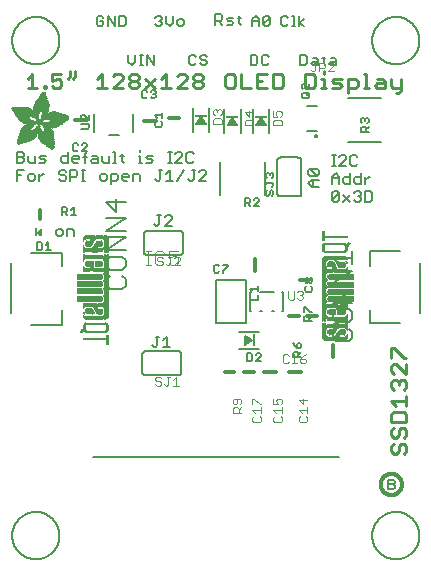
<source format=gbr>
G04 EAGLE Gerber RS-274X export*
G75*
%MOMM*%
%FSLAX34Y34*%
%LPD*%
%INSilkscreen Top*%
%IPPOS*%
%AMOC8*
5,1,8,0,0,1.08239X$1,22.5*%
G01*
%ADD10C,0.228600*%
%ADD11C,0.127000*%
%ADD12C,0.152400*%
%ADD13C,0.304800*%
%ADD14C,0.203200*%
%ADD15R,0.022863X0.462278*%
%ADD16R,0.022863X0.462281*%
%ADD17R,0.022863X0.436881*%
%ADD18R,0.023113X0.462278*%
%ADD19R,0.023113X0.462281*%
%ADD20R,0.023113X0.436881*%
%ADD21R,0.023116X0.462278*%
%ADD22R,0.023116X0.462281*%
%ADD23R,0.023116X0.436881*%
%ADD24R,0.023113X0.022863*%
%ADD25R,0.023116X0.091441*%
%ADD26R,0.023113X0.139700*%
%ADD27R,0.023116X0.185419*%
%ADD28R,0.023113X0.254000*%
%ADD29R,0.023113X0.299719*%
%ADD30R,0.023116X0.345438*%
%ADD31R,0.023113X0.391159*%
%ADD32R,0.023116X0.393700*%
%ADD33R,0.022863X0.325119*%
%ADD34R,0.022863X0.599438*%
%ADD35R,0.022863X0.622300*%
%ADD36R,0.022863X0.530859*%
%ADD37R,0.022863X0.439422*%
%ADD38R,0.022863X0.231138*%
%ADD39R,0.022863X0.071119*%
%ADD40R,0.022863X0.533400*%
%ADD41R,0.022863X0.208281*%
%ADD42R,0.023113X0.345441*%
%ADD43R,0.023113X0.576578*%
%ADD44R,0.023113X0.599438*%
%ADD45R,0.023113X0.508000*%
%ADD46R,0.023113X0.416563*%
%ADD47R,0.023113X0.208278*%
%ADD48R,0.023113X0.553722*%
%ADD49R,0.023113X0.208281*%
%ADD50R,0.023116X0.345441*%
%ADD51R,0.023116X0.530859*%
%ADD52R,0.023116X0.370841*%
%ADD53R,0.023116X0.162559*%
%ADD54R,0.023116X0.576581*%
%ADD55R,0.023116X0.208281*%
%ADD56R,0.023113X0.322578*%
%ADD57R,0.023113X0.485137*%
%ADD58R,0.023113X0.416559*%
%ADD59R,0.023113X0.347981*%
%ADD60R,0.023113X0.116838*%
%ADD61R,0.023113X0.647700*%
%ADD62R,0.023116X0.322581*%
%ADD63R,0.023116X0.485137*%
%ADD64R,0.023116X0.093978*%
%ADD65R,0.023116X0.231141*%
%ADD66R,0.023116X0.693419*%
%ADD67R,0.023113X0.322581*%
%ADD68R,0.023113X0.439419*%
%ADD69R,0.023113X0.370841*%
%ADD70R,0.023113X0.299722*%
%ADD71R,0.023113X0.045719*%
%ADD72R,0.023113X0.739138*%
%ADD73R,0.023113X0.414019*%
%ADD74R,0.023113X0.347978*%
%ADD75R,0.023113X0.762000*%
%ADD76R,0.023116X0.414019*%
%ADD77R,0.023116X0.182881*%
%ADD78R,0.023116X0.347978*%
%ADD79R,0.023116X0.276863*%
%ADD80R,0.023116X0.116841*%
%ADD81R,0.023116X0.276859*%
%ADD82R,0.023116X0.784863*%
%ADD83R,0.023113X0.325119*%
%ADD84R,0.023113X0.276863*%
%ADD85R,0.023113X0.276859*%
%ADD86R,0.023116X0.325119*%
%ADD87R,0.023116X0.391159*%
%ADD88R,0.023116X0.302259*%
%ADD89R,0.023116X0.254000*%
%ADD90R,0.023113X0.302259*%
%ADD91R,0.023113X0.393700*%
%ADD92R,0.023113X0.231141*%
%ADD93R,0.022863X0.302259*%
%ADD94R,0.022863X0.439419*%
%ADD95R,0.022863X0.368300*%
%ADD96R,0.022863X0.391159*%
%ADD97R,0.022863X0.416559*%
%ADD98R,0.022863X0.276863*%
%ADD99R,0.022863X0.205741*%
%ADD100R,0.023113X0.368300*%
%ADD101R,0.023113X0.205741*%
%ADD102R,0.023116X0.368300*%
%ADD103R,0.023116X0.205741*%
%ADD104R,0.023113X0.182881*%
%ADD105R,0.022863X0.276859*%
%ADD106R,0.022863X0.182881*%
%ADD107R,0.023113X0.924559*%
%ADD108R,0.023116X0.924559*%
%ADD109R,0.023113X0.901700*%
%ADD110R,0.023116X0.901700*%
%ADD111R,0.023113X0.878841*%
%ADD112R,0.023116X0.855981*%
%ADD113R,0.023113X0.833119*%
%ADD114R,0.022863X0.787400*%
%ADD115R,0.022863X0.414019*%
%ADD116R,0.022863X0.924559*%
%ADD117R,0.023113X0.739141*%
%ADD118R,0.023116X0.716281*%
%ADD119R,0.023116X0.299722*%
%ADD120R,0.023113X0.670559*%
%ADD121R,0.023116X0.647700*%
%ADD122R,0.023116X0.508000*%
%ADD123R,0.023116X0.299719*%
%ADD124R,0.023113X0.601981*%
%ADD125R,0.023113X0.530859*%
%ADD126R,0.023113X0.231138*%
%ADD127R,0.023113X0.556259*%
%ADD128R,0.023113X0.185419*%
%ADD129R,0.023116X0.533400*%
%ADD130R,0.023116X0.599438*%
%ADD131R,0.023116X0.416563*%
%ADD132R,0.023116X0.116838*%
%ADD133R,0.023113X0.485141*%
%ADD134R,0.023113X0.645159*%
%ADD135R,0.023113X0.716278*%
%ADD136R,0.022863X0.393700*%
%ADD137R,0.022863X0.762000*%
%ADD138R,0.022863X0.624841*%
%ADD139R,0.023113X0.784859*%
%ADD140R,0.023113X0.693422*%
%ADD141R,0.023116X0.830578*%
%ADD142R,0.023116X0.739141*%
%ADD143R,0.023113X0.876300*%
%ADD144R,0.023113X0.807722*%
%ADD145R,0.023116X0.899159*%
%ADD146R,0.023116X0.878841*%
%ADD147R,0.023113X0.922019*%
%ADD148R,0.023113X0.947419*%
%ADD149R,0.023116X0.970278*%
%ADD150R,0.023113X0.970278*%
%ADD151R,0.023116X0.439419*%
%ADD152R,0.022863X0.299722*%
%ADD153R,0.023116X0.416559*%
%ADD154R,0.023116X0.347981*%
%ADD155R,0.023113X0.137159*%
%ADD156R,0.023113X0.093978*%
%ADD157R,0.023113X0.091441*%
%ADD158R,0.023113X0.093981*%
%ADD159R,0.023113X0.114300*%
%ADD160R,0.023116X0.045719*%
%ADD161R,0.023116X0.045722*%
%ADD162R,0.023113X0.071119*%
%ADD163R,0.023113X0.116841*%
%ADD164R,0.023116X0.139700*%
%ADD165R,0.022863X0.322581*%
%ADD166R,0.022863X0.345441*%
%ADD167R,0.022863X0.162559*%
%ADD168R,0.022863X0.576581*%
%ADD169R,0.023113X0.668019*%
%ADD170R,0.023113X0.533400*%
%ADD171R,0.023116X1.455419*%
%ADD172R,0.023116X5.519419*%
%ADD173R,0.023113X1.455419*%
%ADD174R,0.023113X5.519419*%
%ADD175R,0.023116X5.494019*%
%ADD176R,0.023113X1.430019*%
%ADD177R,0.023113X5.494019*%
%ADD178R,0.023116X1.430019*%
%ADD179R,0.023116X5.471159*%
%ADD180R,0.023116X0.762000*%
%ADD181R,0.023113X1.407159*%
%ADD182R,0.023113X5.471159*%
%ADD183R,0.022863X1.384300*%
%ADD184R,0.022863X5.448300*%
%ADD185R,0.022863X0.716278*%
%ADD186R,0.022863X0.878841*%
%ADD187R,0.023113X1.361438*%
%ADD188R,0.023113X5.425438*%
%ADD189R,0.023116X1.338578*%
%ADD190R,0.023116X5.402578*%
%ADD191R,0.023116X0.624841*%
%ADD192R,0.023113X1.292859*%
%ADD193R,0.023113X5.356859*%
%ADD194R,0.023116X1.224278*%
%ADD195R,0.023116X5.288278*%
%ADD196R,0.127000X0.762000*%
%ADD197C,0.101600*%
%ADD198C,0.076200*%
%ADD199R,1.000000X0.200000*%
%ADD200R,0.068600X0.007600*%
%ADD201R,0.114300X0.007600*%
%ADD202R,0.152400X0.007700*%
%ADD203R,0.182900X0.007600*%
%ADD204R,0.205700X0.007600*%
%ADD205R,0.228600X0.007600*%
%ADD206R,0.259100X0.007600*%
%ADD207R,0.274300X0.007700*%
%ADD208R,0.289500X0.007600*%
%ADD209R,0.304800X0.007600*%
%ADD210R,0.320100X0.007600*%
%ADD211R,0.342900X0.007600*%
%ADD212R,0.350500X0.007700*%
%ADD213R,0.365800X0.007600*%
%ADD214R,0.381000X0.007600*%
%ADD215R,0.388600X0.007600*%
%ADD216R,0.403800X0.007600*%
%ADD217R,0.419100X0.007700*%
%ADD218R,0.426700X0.007600*%
%ADD219R,0.441900X0.007600*%
%ADD220R,0.449600X0.007600*%
%ADD221R,0.464800X0.007600*%
%ADD222R,0.480000X0.007700*%
%ADD223R,0.487600X0.007600*%
%ADD224R,0.495300X0.007600*%
%ADD225R,0.510500X0.007600*%
%ADD226R,0.518100X0.007600*%
%ADD227R,0.525700X0.007700*%
%ADD228R,0.541000X0.007600*%
%ADD229R,0.548600X0.007600*%
%ADD230R,0.563800X0.007600*%
%ADD231R,0.571500X0.007600*%
%ADD232R,0.579100X0.007700*%
%ADD233R,0.594300X0.007600*%
%ADD234R,0.601900X0.007600*%
%ADD235R,0.609600X0.007600*%
%ADD236R,0.624800X0.007600*%
%ADD237R,0.632400X0.007700*%
%ADD238R,0.640000X0.007600*%
%ADD239R,0.655300X0.007600*%
%ADD240R,0.662900X0.007600*%
%ADD241R,0.678100X0.007600*%
%ADD242R,0.685800X0.007700*%
%ADD243R,0.693400X0.007600*%
%ADD244R,0.708600X0.007600*%
%ADD245R,0.716200X0.007600*%
%ADD246R,0.723900X0.007600*%
%ADD247R,0.739100X0.007700*%
%ADD248R,0.746700X0.007600*%
%ADD249R,0.754300X0.007600*%
%ADD250R,0.769600X0.007600*%
%ADD251R,0.777200X0.007600*%
%ADD252R,0.792400X0.007700*%
%ADD253R,0.800100X0.007600*%
%ADD254R,0.807700X0.007600*%
%ADD255R,0.822900X0.007600*%
%ADD256R,0.830500X0.007600*%
%ADD257R,0.838200X0.007700*%
%ADD258R,0.091500X0.007600*%
%ADD259R,0.853400X0.007600*%
%ADD260R,0.144700X0.007600*%
%ADD261R,0.861000X0.007600*%
%ADD262R,0.190500X0.007600*%
%ADD263R,0.876300X0.007600*%
%ADD264R,0.221000X0.007600*%
%ADD265R,0.883900X0.007600*%
%ADD266R,0.259000X0.007700*%
%ADD267R,0.891500X0.007700*%
%ADD268R,0.289600X0.007600*%
%ADD269R,0.906700X0.007600*%
%ADD270R,0.914400X0.007600*%
%ADD271R,0.350500X0.007600*%
%ADD272R,0.922000X0.007600*%
%ADD273R,0.937200X0.007600*%
%ADD274R,0.411400X0.007700*%
%ADD275R,0.944800X0.007700*%
%ADD276R,0.434300X0.007600*%
%ADD277R,0.952500X0.007600*%
%ADD278R,0.464900X0.007600*%
%ADD279R,0.967700X0.007600*%
%ADD280R,0.975300X0.007600*%
%ADD281R,0.518200X0.007600*%
%ADD282R,0.990600X0.007600*%
%ADD283R,0.548600X0.007700*%
%ADD284R,0.998200X0.007700*%
%ADD285R,1.005800X0.007600*%
%ADD286R,0.594400X0.007600*%
%ADD287R,1.021000X0.007600*%
%ADD288R,0.617200X0.007600*%
%ADD289R,1.028700X0.007600*%
%ADD290R,0.647700X0.007600*%
%ADD291R,1.036300X0.007600*%
%ADD292R,0.670500X0.007700*%
%ADD293R,1.051500X0.007700*%
%ADD294R,1.059100X0.007600*%
%ADD295R,0.716300X0.007600*%
%ADD296R,1.066800X0.007600*%
%ADD297R,0.739100X0.007600*%
%ADD298R,1.074400X0.007600*%
%ADD299R,0.762000X0.007600*%
%ADD300R,1.089600X0.007600*%
%ADD301R,0.784800X0.007700*%
%ADD302R,1.097200X0.007700*%
%ADD303R,1.104900X0.007600*%
%ADD304R,0.830600X0.007600*%
%ADD305R,1.112500X0.007600*%
%ADD306R,0.845800X0.007600*%
%ADD307R,1.120100X0.007600*%
%ADD308R,0.868700X0.007600*%
%ADD309R,1.127700X0.007600*%
%ADD310R,1.135300X0.007700*%
%ADD311R,1.143000X0.007600*%
%ADD312R,0.944900X0.007600*%
%ADD313R,1.150600X0.007600*%
%ADD314R,0.960100X0.007600*%
%ADD315R,1.158200X0.007600*%
%ADD316R,0.983000X0.007600*%
%ADD317R,1.165800X0.007600*%
%ADD318R,1.005900X0.007700*%
%ADD319R,1.173400X0.007700*%
%ADD320R,1.021100X0.007600*%
%ADD321R,1.181100X0.007600*%
%ADD322R,1.044000X0.007600*%
%ADD323R,1.188700X0.007600*%
%ADD324R,1.196300X0.007600*%
%ADD325R,1.082000X0.007600*%
%ADD326R,1.203900X0.007600*%
%ADD327R,1.104900X0.007700*%
%ADD328R,1.211500X0.007700*%
%ADD329R,1.211500X0.007600*%
%ADD330R,1.219200X0.007600*%
%ADD331R,1.226800X0.007600*%
%ADD332R,1.234400X0.007600*%
%ADD333R,1.188700X0.007700*%
%ADD334R,1.242000X0.007700*%
%ADD335R,1.242000X0.007600*%
%ADD336R,1.211600X0.007600*%
%ADD337R,1.249600X0.007600*%
%ADD338R,1.257300X0.007600*%
%ADD339R,1.264900X0.007600*%
%ADD340R,1.242100X0.007700*%
%ADD341R,1.264900X0.007700*%
%ADD342R,1.272500X0.007600*%
%ADD343R,1.265000X0.007600*%
%ADD344R,1.280100X0.007600*%
%ADD345R,1.272600X0.007600*%
%ADD346R,1.287700X0.007600*%
%ADD347R,1.287800X0.007600*%
%ADD348R,1.295400X0.007700*%
%ADD349R,1.303000X0.007600*%
%ADD350R,1.318200X0.007600*%
%ADD351R,1.310600X0.007600*%
%ADD352R,1.325900X0.007600*%
%ADD353R,1.341100X0.007700*%
%ADD354R,1.318200X0.007700*%
%ADD355R,1.341100X0.007600*%
%ADD356R,1.325800X0.007600*%
%ADD357R,1.348700X0.007600*%
%ADD358R,1.364000X0.007600*%
%ADD359R,1.333500X0.007600*%
%ADD360R,1.371600X0.007700*%
%ADD361R,1.379200X0.007600*%
%ADD362R,1.379300X0.007600*%
%ADD363R,1.386900X0.007600*%
%ADD364R,1.394500X0.007600*%
%ADD365R,1.356300X0.007600*%
%ADD366R,1.394400X0.007700*%
%ADD367R,1.356300X0.007700*%
%ADD368R,1.402000X0.007600*%
%ADD369R,1.409700X0.007600*%
%ADD370R,1.363900X0.007600*%
%ADD371R,1.417300X0.007600*%
%ADD372R,1.371600X0.007600*%
%ADD373R,1.424900X0.007700*%
%ADD374R,1.424900X0.007600*%
%ADD375R,1.432600X0.007600*%
%ADD376R,1.440200X0.007600*%
%ADD377R,1.386800X0.007600*%
%ADD378R,1.447800X0.007700*%
%ADD379R,1.386800X0.007700*%
%ADD380R,1.447800X0.007600*%
%ADD381R,1.455500X0.007600*%
%ADD382R,1.394400X0.007600*%
%ADD383R,1.463100X0.007600*%
%ADD384R,1.455400X0.007700*%
%ADD385R,1.463000X0.007600*%
%ADD386R,1.470600X0.007600*%
%ADD387R,1.470600X0.007700*%
%ADD388R,1.409700X0.007700*%
%ADD389R,1.470700X0.007600*%
%ADD390R,1.402100X0.007600*%
%ADD391R,1.478300X0.007600*%
%ADD392R,1.478300X0.007700*%
%ADD393R,1.402100X0.007700*%
%ADD394R,1.485900X0.007600*%
%ADD395R,1.485900X0.007700*%
%ADD396R,1.493500X0.007700*%
%ADD397R,1.493500X0.007600*%
%ADD398R,1.394500X0.007700*%
%ADD399R,1.493600X0.007700*%
%ADD400R,1.386900X0.007700*%
%ADD401R,1.379200X0.007700*%
%ADD402R,2.857500X0.007700*%
%ADD403R,2.857500X0.007600*%
%ADD404R,2.849900X0.007600*%
%ADD405R,2.842300X0.007600*%
%ADD406R,2.834700X0.007700*%
%ADD407R,2.827000X0.007600*%
%ADD408R,2.819400X0.007600*%
%ADD409R,2.811800X0.007600*%
%ADD410R,2.811800X0.007700*%
%ADD411R,2.804100X0.007600*%
%ADD412R,2.796500X0.007600*%
%ADD413R,1.966000X0.007600*%
%ADD414R,1.943100X0.007600*%
%ADD415R,0.754400X0.007600*%
%ADD416R,1.927900X0.007700*%
%ADD417R,0.746700X0.007700*%
%ADD418R,1.912600X0.007600*%
%ADD419R,0.731500X0.007600*%
%ADD420R,1.905000X0.007600*%
%ADD421R,1.882200X0.007600*%
%ADD422R,1.874600X0.007600*%
%ADD423R,1.866900X0.007700*%
%ADD424R,0.708700X0.007700*%
%ADD425R,1.851600X0.007600*%
%ADD426R,0.701100X0.007600*%
%ADD427R,1.844000X0.007600*%
%ADD428R,1.836400X0.007600*%
%ADD429R,1.821200X0.007600*%
%ADD430R,0.685800X0.007600*%
%ADD431R,1.813500X0.007700*%
%ADD432R,1.805900X0.007600*%
%ADD433R,0.678200X0.007600*%
%ADD434R,1.790700X0.007600*%
%ADD435R,0.670600X0.007600*%
%ADD436R,1.775500X0.007600*%
%ADD437R,1.767900X0.007700*%
%ADD438R,0.663000X0.007700*%
%ADD439R,1.760200X0.007600*%
%ADD440R,1.752600X0.007600*%
%ADD441R,0.937300X0.007600*%
%ADD442R,0.792500X0.007600*%
%ADD443R,0.899100X0.007600*%
%ADD444R,0.883900X0.007700*%
%ADD445R,0.716300X0.007700*%
%ADD446R,0.647700X0.007700*%
%ADD447R,0.640100X0.007600*%
%ADD448R,0.632500X0.007600*%
%ADD449R,0.655400X0.007600*%
%ADD450R,0.632400X0.007600*%
%ADD451R,0.845800X0.007700*%
%ADD452R,0.617200X0.007700*%
%ADD453R,0.624800X0.007700*%
%ADD454R,0.602000X0.007600*%
%ADD455R,0.838200X0.007600*%
%ADD456R,0.586700X0.007600*%
%ADD457R,0.548700X0.007600*%
%ADD458R,0.830500X0.007700*%
%ADD459R,0.541000X0.007700*%
%ADD460R,0.594300X0.007700*%
%ADD461R,0.525800X0.007600*%
%ADD462R,0.586800X0.007600*%
%ADD463R,0.815300X0.007600*%
%ADD464R,0.579200X0.007600*%
%ADD465R,0.815400X0.007600*%
%ADD466R,0.815400X0.007700*%
%ADD467R,0.571500X0.007700*%
%ADD468R,0.807800X0.007600*%
%ADD469R,0.563900X0.007600*%
%ADD470R,0.457200X0.007600*%
%ADD471R,0.442000X0.007600*%
%ADD472R,0.556300X0.007600*%
%ADD473R,0.807700X0.007700*%
%ADD474R,0.411500X0.007600*%
%ADD475R,0.533400X0.007600*%
%ADD476R,0.076200X0.007600*%
%ADD477R,0.403900X0.007600*%
%ADD478R,0.525700X0.007600*%
%ADD479R,0.388700X0.007600*%
%ADD480R,0.297200X0.007600*%
%ADD481R,0.373400X0.007700*%
%ADD482R,0.503000X0.007700*%
%ADD483R,0.426800X0.007700*%
%ADD484R,0.358100X0.007600*%
%ADD485R,0.502900X0.007600*%
%ADD486R,0.472400X0.007600*%
%ADD487R,0.487700X0.007600*%
%ADD488R,0.335300X0.007600*%
%ADD489R,0.792500X0.007700*%
%ADD490R,0.327600X0.007700*%
%ADD491R,0.472400X0.007700*%
%ADD492R,0.640000X0.007700*%
%ADD493R,0.784800X0.007600*%
%ADD494R,0.320000X0.007600*%
%ADD495R,0.792400X0.007600*%
%ADD496R,1.173400X0.007600*%
%ADD497R,1.196400X0.007600*%
%ADD498R,0.784900X0.007600*%
%ADD499R,0.784900X0.007700*%
%ADD500R,0.297200X0.007700*%
%ADD501R,1.249700X0.007600*%
%ADD502R,0.281900X0.007600*%
%ADD503R,1.295400X0.007600*%
%ADD504R,0.266700X0.007600*%
%ADD505R,0.777300X0.007700*%
%ADD506R,0.266700X0.007700*%
%ADD507R,1.333500X0.007700*%
%ADD508R,0.777300X0.007600*%
%ADD509R,1.348800X0.007600*%
%ADD510R,0.251500X0.007600*%
%ADD511R,0.243900X0.007700*%
%ADD512R,0.243900X0.007600*%
%ADD513R,1.440100X0.007600*%
%ADD514R,0.236200X0.007600*%
%ADD515R,0.762000X0.007700*%
%ADD516R,0.236200X0.007700*%
%ADD517R,1.508700X0.007700*%
%ADD518R,1.531600X0.007600*%
%ADD519R,1.546900X0.007600*%
%ADD520R,1.569700X0.007600*%
%ADD521R,1.585000X0.007600*%
%ADD522R,0.746800X0.007700*%
%ADD523R,1.607800X0.007700*%
%ADD524R,0.243800X0.007600*%
%ADD525R,1.630700X0.007600*%
%ADD526R,1.653500X0.007600*%
%ADD527R,0.739200X0.007600*%
%ADD528R,1.684000X0.007600*%
%ADD529R,2.019300X0.007600*%
%ADD530R,0.731500X0.007700*%
%ADD531R,2.026900X0.007700*%
%ADD532R,2.049800X0.007600*%
%ADD533R,2.057400X0.007600*%
%ADD534R,0.708700X0.007600*%
%ADD535R,2.072600X0.007600*%
%ADD536R,0.701000X0.007600*%
%ADD537R,2.095500X0.007600*%
%ADD538R,0.693500X0.007700*%
%ADD539R,2.110800X0.007700*%
%ADD540R,2.141200X0.007600*%
%ADD541R,0.060900X0.007600*%
%ADD542R,2.872700X0.007600*%
%ADD543R,3.124200X0.007600*%
%ADD544R,3.177600X0.007600*%
%ADD545R,3.215600X0.007700*%
%ADD546R,3.253700X0.007600*%
%ADD547R,3.284300X0.007600*%
%ADD548R,3.314700X0.007600*%
%ADD549R,3.352800X0.007600*%
%ADD550R,3.375600X0.007700*%
%ADD551R,3.406200X0.007600*%
%ADD552R,3.429000X0.007600*%
%ADD553R,3.451800X0.007600*%
%ADD554R,3.482400X0.007600*%
%ADD555R,1.828800X0.007700*%
%ADD556R,1.539300X0.007700*%
%ADD557R,1.767900X0.007600*%
%ADD558R,1.767800X0.007600*%
%ADD559R,1.760200X0.007700*%
%ADD560R,1.760300X0.007600*%
%ADD561R,1.775400X0.007700*%
%ADD562R,1.379300X0.007700*%
%ADD563R,1.783000X0.007600*%
%ADD564R,1.813500X0.007600*%
%ADD565R,1.821100X0.007700*%
%ADD566R,0.503000X0.007600*%
%ADD567R,1.135400X0.007600*%
%ADD568R,1.127700X0.007700*%
%ADD569R,0.487700X0.007700*%
%ADD570R,1.120200X0.007600*%
%ADD571R,1.097300X0.007600*%
%ADD572R,0.510600X0.007600*%
%ADD573R,1.074400X0.007700*%
%ADD574R,0.525800X0.007700*%
%ADD575R,1.440200X0.007700*%
%ADD576R,1.059200X0.007600*%
%ADD577R,1.051600X0.007600*%
%ADD578R,1.051500X0.007600*%
%ADD579R,1.043900X0.007700*%
%ADD580R,0.602000X0.007700*%
%ADD581R,1.524000X0.007600*%
%ADD582R,1.539300X0.007600*%
%ADD583R,1.592600X0.007600*%
%ADD584R,1.021100X0.007700*%
%ADD585R,1.615400X0.007700*%
%ADD586R,1.013400X0.007600*%
%ADD587R,1.653600X0.007600*%
%ADD588R,1.013500X0.007600*%
%ADD589R,1.699300X0.007600*%
%ADD590R,2.743200X0.007600*%
%ADD591R,1.005900X0.007600*%
%ADD592R,2.415500X0.007600*%
%ADD593R,1.005800X0.007700*%
%ADD594R,0.281900X0.007700*%
%ADD595R,2.408000X0.007700*%
%ADD596R,2.407900X0.007600*%
%ADD597R,0.998200X0.007600*%
%ADD598R,0.282000X0.007600*%
%ADD599R,0.998300X0.007600*%
%ADD600R,2.400300X0.007600*%
%ADD601R,0.289500X0.007700*%
%ADD602R,2.400300X0.007700*%
%ADD603R,0.297100X0.007600*%
%ADD604R,0.312400X0.007600*%
%ADD605R,2.392700X0.007600*%
%ADD606R,0.990600X0.007700*%
%ADD607R,0.327700X0.007700*%
%ADD608R,2.392700X0.007700*%
%ADD609R,2.385100X0.007600*%
%ADD610R,0.381000X0.007700*%
%ADD611R,2.377400X0.007700*%
%ADD612R,2.377400X0.007600*%
%ADD613R,2.369800X0.007600*%
%ADD614R,0.419100X0.007600*%
%ADD615R,2.362200X0.007600*%
%ADD616R,0.426800X0.007600*%
%ADD617R,1.036300X0.007700*%
%ADD618R,0.442000X0.007700*%
%ADD619R,2.354600X0.007700*%
%ADD620R,2.354600X0.007600*%
%ADD621R,0.480100X0.007600*%
%ADD622R,2.347000X0.007600*%
%ADD623R,1.074500X0.007600*%
%ADD624R,2.339400X0.007600*%
%ADD625R,1.082100X0.007700*%
%ADD626R,0.548700X0.007700*%
%ADD627R,2.331800X0.007700*%
%ADD628R,2.331800X0.007600*%
%ADD629R,0.624900X0.007600*%
%ADD630R,2.324100X0.007600*%
%ADD631R,1.859300X0.007600*%
%ADD632R,2.308800X0.007600*%
%ADD633R,2.301200X0.007700*%
%ADD634R,2.301200X0.007600*%
%ADD635R,2.293600X0.007600*%
%ADD636R,2.278400X0.007600*%
%ADD637R,1.889800X0.007600*%
%ADD638R,2.270700X0.007600*%
%ADD639R,1.897400X0.007700*%
%ADD640R,2.255500X0.007700*%
%ADD641R,1.897400X0.007600*%
%ADD642R,2.247900X0.007600*%
%ADD643R,2.232600X0.007600*%
%ADD644R,1.912700X0.007600*%
%ADD645R,2.209800X0.007600*%
%ADD646R,1.920300X0.007600*%
%ADD647R,2.186900X0.007600*%
%ADD648R,1.920300X0.007700*%
%ADD649R,2.171700X0.007700*%
%ADD650R,1.935500X0.007600*%
%ADD651R,2.148800X0.007600*%
%ADD652R,2.126000X0.007600*%
%ADD653R,1.950700X0.007600*%
%ADD654R,1.958400X0.007700*%
%ADD655R,2.042200X0.007700*%
%ADD656R,1.973600X0.007600*%
%ADD657R,1.996500X0.007600*%
%ADD658R,1.981200X0.007600*%
%ADD659R,1.988800X0.007600*%
%ADD660R,1.996400X0.007700*%
%ADD661R,1.996400X0.007600*%
%ADD662R,2.004100X0.007600*%
%ADD663R,1.874500X0.007600*%
%ADD664R,1.425000X0.007600*%
%ADD665R,2.026900X0.007600*%
%ADD666R,0.434400X0.007700*%
%ADD667R,1.364000X0.007700*%
%ADD668R,2.034500X0.007600*%
%ADD669R,0.434400X0.007600*%
%ADD670R,2.049700X0.007600*%
%ADD671R,2.065000X0.007700*%
%ADD672R,0.464800X0.007700*%
%ADD673R,1.196300X0.007700*%
%ADD674R,2.080300X0.007600*%
%ADD675R,1.158300X0.007600*%
%ADD676R,2.087900X0.007600*%
%ADD677R,0.472500X0.007600*%
%ADD678R,2.103100X0.007600*%
%ADD679R,2.118400X0.007600*%
%ADD680R,2.133600X0.007600*%
%ADD681R,2.148800X0.007700*%
%ADD682R,2.164000X0.007600*%
%ADD683R,2.171700X0.007600*%
%ADD684R,2.187000X0.007600*%
%ADD685R,0.556200X0.007600*%
%ADD686R,2.202200X0.007700*%
%ADD687R,0.556200X0.007700*%
%ADD688R,0.640100X0.007700*%
%ADD689R,0.579100X0.007600*%
%ADD690R,0.480000X0.007600*%
%ADD691R,1.752600X0.007700*%
%ADD692R,0.487600X0.007700*%
%ADD693R,0.594400X0.007700*%
%ADD694R,0.358100X0.007700*%
%ADD695R,0.099000X0.007600*%
%ADD696R,1.280200X0.007600*%
%ADD697R,1.745000X0.007600*%
%ADD698R,1.744900X0.007600*%
%ADD699R,1.737300X0.007700*%
%ADD700R,1.737400X0.007600*%
%ADD701R,1.729800X0.007600*%
%ADD702R,1.722200X0.007600*%
%ADD703R,1.722100X0.007600*%
%ADD704R,1.714500X0.007700*%
%ADD705R,1.356400X0.007700*%
%ADD706R,1.706900X0.007600*%
%ADD707R,1.356400X0.007600*%
%ADD708R,1.691700X0.007600*%
%ADD709R,1.668800X0.007700*%
%ADD710R,1.645900X0.007600*%
%ADD711R,1.623100X0.007600*%
%ADD712R,1.577400X0.007600*%
%ADD713R,1.554400X0.007600*%
%ADD714R,1.539200X0.007600*%
%ADD715R,1.524000X0.007700*%
%ADD716R,1.501100X0.007600*%
%ADD717R,1.455400X0.007600*%
%ADD718R,1.348800X0.007700*%
%ADD719R,1.318300X0.007600*%
%ADD720R,1.310600X0.007700*%
%ADD721R,1.287800X0.007700*%
%ADD722R,1.234500X0.007600*%
%ADD723R,1.226900X0.007600*%
%ADD724R,1.173500X0.007700*%
%ADD725R,1.173500X0.007600*%
%ADD726R,1.165900X0.007600*%
%ADD727R,1.143000X0.007700*%
%ADD728R,1.127800X0.007600*%
%ADD729R,1.097200X0.007600*%
%ADD730R,1.028700X0.007700*%
%ADD731R,0.982900X0.007600*%
%ADD732R,0.952500X0.007700*%
%ADD733R,0.929600X0.007600*%
%ADD734R,0.906800X0.007700*%
%ADD735R,0.906800X0.007600*%
%ADD736R,0.899200X0.007600*%
%ADD737R,0.884000X0.007600*%
%ADD738R,0.876300X0.007700*%
%ADD739R,0.830600X0.007700*%
%ADD740R,0.754400X0.007700*%
%ADD741R,0.746800X0.007600*%
%ADD742R,0.708600X0.007700*%
%ADD743R,0.678200X0.007700*%
%ADD744R,0.663000X0.007600*%
%ADD745R,0.632500X0.007700*%
%ADD746R,0.556300X0.007700*%
%ADD747R,0.518200X0.007700*%
%ADD748R,0.434300X0.007700*%
%ADD749R,0.396300X0.007700*%
%ADD750R,0.373300X0.007600*%
%ADD751R,0.365700X0.007600*%
%ADD752R,0.327700X0.007600*%
%ADD753R,0.304800X0.007700*%
%ADD754R,0.274300X0.007600*%
%ADD755R,0.243800X0.007700*%
%ADD756R,0.205800X0.007600*%
%ADD757R,0.152400X0.007600*%
%ADD758R,0.121900X0.007700*%
%ADD759R,0.200000X1.000000*%

G36*
X167171Y323639D02*
X167171Y323639D01*
X167243Y323639D01*
X167311Y323659D01*
X167382Y323669D01*
X167447Y323698D01*
X167516Y323718D01*
X167576Y323756D01*
X167641Y323785D01*
X167696Y323831D01*
X167756Y323869D01*
X167804Y323923D01*
X167858Y323969D01*
X167898Y324028D01*
X167945Y324082D01*
X167976Y324146D01*
X168016Y324205D01*
X168037Y324274D01*
X168068Y324338D01*
X168080Y324408D01*
X168101Y324476D01*
X168103Y324548D01*
X168115Y324619D01*
X168107Y324689D01*
X168109Y324760D01*
X168090Y324830D01*
X168082Y324901D01*
X168057Y324956D01*
X168037Y325035D01*
X167976Y325138D01*
X167945Y325207D01*
X165945Y328207D01*
X165868Y328294D01*
X165795Y328384D01*
X165773Y328399D01*
X165755Y328419D01*
X165658Y328481D01*
X165563Y328548D01*
X165537Y328556D01*
X165515Y328571D01*
X165404Y328603D01*
X165294Y328641D01*
X165267Y328642D01*
X165242Y328649D01*
X165126Y328649D01*
X165010Y328655D01*
X164984Y328649D01*
X164957Y328649D01*
X164846Y328617D01*
X164733Y328591D01*
X164710Y328578D01*
X164684Y328570D01*
X164586Y328508D01*
X164485Y328452D01*
X164469Y328434D01*
X164444Y328419D01*
X164259Y328211D01*
X164255Y328207D01*
X162255Y325207D01*
X162224Y325143D01*
X162185Y325083D01*
X162163Y325015D01*
X162132Y324951D01*
X162120Y324880D01*
X162099Y324812D01*
X162097Y324741D01*
X162085Y324671D01*
X162093Y324599D01*
X162091Y324528D01*
X162109Y324459D01*
X162118Y324388D01*
X162145Y324322D01*
X162163Y324253D01*
X162200Y324192D01*
X162227Y324126D01*
X162272Y324070D01*
X162309Y324008D01*
X162360Y323959D01*
X162405Y323904D01*
X162464Y323863D01*
X162516Y323814D01*
X162579Y323781D01*
X162637Y323740D01*
X162705Y323717D01*
X162769Y323684D01*
X162828Y323674D01*
X162906Y323647D01*
X163025Y323641D01*
X163100Y323629D01*
X167100Y323629D01*
X167171Y323639D01*
G37*
G36*
X217971Y322369D02*
X217971Y322369D01*
X218043Y322369D01*
X218111Y322389D01*
X218182Y322399D01*
X218247Y322428D01*
X218316Y322448D01*
X218376Y322486D01*
X218441Y322515D01*
X218496Y322561D01*
X218556Y322599D01*
X218604Y322653D01*
X218658Y322699D01*
X218698Y322758D01*
X218745Y322812D01*
X218776Y322876D01*
X218816Y322935D01*
X218837Y323004D01*
X218868Y323068D01*
X218880Y323138D01*
X218901Y323206D01*
X218903Y323278D01*
X218915Y323349D01*
X218907Y323419D01*
X218909Y323490D01*
X218890Y323560D01*
X218882Y323631D01*
X218857Y323686D01*
X218837Y323765D01*
X218776Y323868D01*
X218745Y323937D01*
X216745Y326937D01*
X216668Y327024D01*
X216595Y327114D01*
X216573Y327129D01*
X216555Y327149D01*
X216458Y327211D01*
X216363Y327278D01*
X216337Y327286D01*
X216315Y327301D01*
X216204Y327333D01*
X216094Y327371D01*
X216067Y327372D01*
X216042Y327379D01*
X215926Y327379D01*
X215810Y327385D01*
X215784Y327379D01*
X215757Y327379D01*
X215646Y327347D01*
X215533Y327321D01*
X215510Y327308D01*
X215484Y327300D01*
X215386Y327238D01*
X215285Y327182D01*
X215269Y327164D01*
X215244Y327149D01*
X215059Y326941D01*
X215055Y326937D01*
X213055Y323937D01*
X213024Y323873D01*
X212985Y323813D01*
X212963Y323745D01*
X212932Y323681D01*
X212920Y323610D01*
X212899Y323542D01*
X212897Y323471D01*
X212885Y323401D01*
X212893Y323329D01*
X212891Y323258D01*
X212909Y323189D01*
X212918Y323118D01*
X212945Y323052D01*
X212963Y322983D01*
X213000Y322922D01*
X213027Y322856D01*
X213072Y322800D01*
X213109Y322738D01*
X213160Y322689D01*
X213205Y322634D01*
X213264Y322593D01*
X213316Y322544D01*
X213379Y322511D01*
X213437Y322470D01*
X213505Y322447D01*
X213569Y322414D01*
X213628Y322404D01*
X213706Y322377D01*
X213825Y322371D01*
X213900Y322359D01*
X217900Y322359D01*
X217971Y322369D01*
G37*
G36*
X193841Y322369D02*
X193841Y322369D01*
X193913Y322369D01*
X193981Y322389D01*
X194052Y322399D01*
X194117Y322428D01*
X194186Y322448D01*
X194246Y322486D01*
X194311Y322515D01*
X194366Y322561D01*
X194426Y322599D01*
X194474Y322653D01*
X194528Y322699D01*
X194568Y322758D01*
X194615Y322812D01*
X194646Y322876D01*
X194686Y322935D01*
X194707Y323004D01*
X194738Y323068D01*
X194750Y323138D01*
X194771Y323206D01*
X194773Y323278D01*
X194785Y323349D01*
X194777Y323419D01*
X194779Y323490D01*
X194760Y323560D01*
X194752Y323631D01*
X194727Y323686D01*
X194707Y323765D01*
X194646Y323868D01*
X194615Y323937D01*
X192615Y326937D01*
X192538Y327024D01*
X192465Y327114D01*
X192443Y327129D01*
X192425Y327149D01*
X192328Y327211D01*
X192233Y327278D01*
X192207Y327286D01*
X192185Y327301D01*
X192074Y327333D01*
X191964Y327371D01*
X191937Y327372D01*
X191912Y327379D01*
X191796Y327379D01*
X191680Y327385D01*
X191654Y327379D01*
X191627Y327379D01*
X191516Y327347D01*
X191403Y327321D01*
X191380Y327308D01*
X191354Y327300D01*
X191256Y327238D01*
X191155Y327182D01*
X191139Y327164D01*
X191114Y327149D01*
X190929Y326941D01*
X190925Y326937D01*
X188925Y323937D01*
X188894Y323873D01*
X188855Y323813D01*
X188833Y323745D01*
X188802Y323681D01*
X188790Y323610D01*
X188769Y323542D01*
X188767Y323471D01*
X188755Y323401D01*
X188763Y323329D01*
X188761Y323258D01*
X188779Y323189D01*
X188788Y323118D01*
X188815Y323052D01*
X188833Y322983D01*
X188870Y322922D01*
X188897Y322856D01*
X188942Y322800D01*
X188979Y322738D01*
X189030Y322689D01*
X189075Y322634D01*
X189134Y322593D01*
X189186Y322544D01*
X189249Y322511D01*
X189307Y322470D01*
X189375Y322447D01*
X189439Y322414D01*
X189498Y322404D01*
X189576Y322377D01*
X189695Y322371D01*
X189770Y322359D01*
X193770Y322359D01*
X193841Y322369D01*
G37*
G36*
X203785Y136693D02*
X203785Y136693D01*
X203856Y136691D01*
X203926Y136710D01*
X203997Y136718D01*
X204052Y136743D01*
X204131Y136763D01*
X204234Y136824D01*
X204303Y136855D01*
X207303Y138855D01*
X207390Y138932D01*
X207480Y139005D01*
X207495Y139027D01*
X207515Y139045D01*
X207577Y139142D01*
X207644Y139237D01*
X207652Y139263D01*
X207667Y139285D01*
X207699Y139396D01*
X207737Y139506D01*
X207738Y139533D01*
X207745Y139558D01*
X207745Y139674D01*
X207751Y139790D01*
X207745Y139816D01*
X207745Y139843D01*
X207713Y139954D01*
X207687Y140067D01*
X207674Y140090D01*
X207666Y140116D01*
X207604Y140214D01*
X207548Y140315D01*
X207530Y140331D01*
X207515Y140356D01*
X207307Y140541D01*
X207303Y140545D01*
X204303Y142545D01*
X204239Y142576D01*
X204179Y142616D01*
X204111Y142637D01*
X204047Y142668D01*
X203976Y142680D01*
X203908Y142701D01*
X203837Y142703D01*
X203767Y142715D01*
X203695Y142707D01*
X203624Y142709D01*
X203555Y142691D01*
X203484Y142682D01*
X203418Y142655D01*
X203349Y142637D01*
X203288Y142600D01*
X203222Y142573D01*
X203166Y142528D01*
X203104Y142492D01*
X203055Y142440D01*
X203000Y142395D01*
X202959Y142337D01*
X202910Y142284D01*
X202877Y142221D01*
X202836Y142163D01*
X202813Y142095D01*
X202780Y142031D01*
X202770Y141972D01*
X202743Y141894D01*
X202737Y141775D01*
X202725Y141700D01*
X202725Y137700D01*
X202735Y137629D01*
X202735Y137557D01*
X202755Y137489D01*
X202765Y137419D01*
X202794Y137353D01*
X202814Y137284D01*
X202852Y137224D01*
X202881Y137159D01*
X202927Y137104D01*
X202965Y137044D01*
X203019Y136996D01*
X203065Y136942D01*
X203124Y136902D01*
X203178Y136855D01*
X203242Y136824D01*
X203301Y136785D01*
X203370Y136763D01*
X203434Y136732D01*
X203504Y136720D01*
X203572Y136699D01*
X203644Y136697D01*
X203715Y136685D01*
X203785Y136693D01*
G37*
G36*
X29728Y227843D02*
X29728Y227843D01*
X29757Y227840D01*
X29849Y227860D01*
X29942Y227873D01*
X29969Y227886D01*
X29998Y227892D01*
X30078Y227940D01*
X30162Y227982D01*
X30183Y228003D01*
X30209Y228018D01*
X30270Y228090D01*
X30336Y228156D01*
X30349Y228182D01*
X30369Y228205D01*
X30404Y228292D01*
X30446Y228376D01*
X30450Y228406D01*
X30461Y228433D01*
X30479Y228600D01*
X30479Y233680D01*
X30474Y233709D01*
X30477Y233739D01*
X30455Y233830D01*
X30440Y233923D01*
X30426Y233949D01*
X30419Y233978D01*
X30368Y234057D01*
X30324Y234140D01*
X30303Y234161D01*
X30287Y234186D01*
X30214Y234245D01*
X30146Y234310D01*
X30119Y234322D01*
X30096Y234341D01*
X30008Y234374D01*
X29923Y234413D01*
X29893Y234416D01*
X29866Y234427D01*
X29772Y234430D01*
X29679Y234440D01*
X29649Y234434D01*
X29620Y234435D01*
X29530Y234408D01*
X29438Y234388D01*
X29413Y234373D01*
X29384Y234364D01*
X29242Y234274D01*
X26067Y231734D01*
X25998Y231657D01*
X25925Y231584D01*
X25916Y231567D01*
X25903Y231552D01*
X25861Y231456D01*
X25815Y231364D01*
X25813Y231344D01*
X25805Y231326D01*
X25796Y231223D01*
X25782Y231120D01*
X25786Y231101D01*
X25784Y231081D01*
X25809Y230980D01*
X25828Y230878D01*
X25838Y230861D01*
X25842Y230842D01*
X25898Y230755D01*
X25949Y230664D01*
X25966Y230647D01*
X25974Y230634D01*
X25999Y230614D01*
X26067Y230546D01*
X29242Y228006D01*
X29268Y227991D01*
X29290Y227971D01*
X29375Y227931D01*
X29457Y227885D01*
X29486Y227879D01*
X29513Y227867D01*
X29606Y227857D01*
X29698Y227839D01*
X29728Y227843D01*
G37*
D10*
X18423Y361491D02*
X22576Y365644D01*
X22576Y353187D01*
X26728Y353187D02*
X18423Y353187D01*
X31988Y353187D02*
X31988Y355263D01*
X34065Y355263D01*
X34065Y353187D01*
X31988Y353187D01*
X38771Y365644D02*
X47075Y365644D01*
X38771Y365644D02*
X38771Y359415D01*
X42923Y361491D01*
X44999Y361491D01*
X47075Y359415D01*
X47075Y355263D01*
X44999Y353187D01*
X40847Y353187D01*
X38771Y355263D01*
X54412Y363568D02*
X54412Y367720D01*
X54412Y363568D02*
X52336Y361491D01*
X58564Y363568D02*
X58564Y367720D01*
X58564Y363568D02*
X56488Y361491D01*
X77205Y361491D02*
X81357Y365644D01*
X81357Y353187D01*
X77205Y353187D02*
X85510Y353187D01*
X90770Y353187D02*
X99075Y353187D01*
X99075Y361491D02*
X90770Y353187D01*
X99075Y361491D02*
X99075Y363568D01*
X96999Y365644D01*
X92846Y365644D01*
X90770Y363568D01*
X104335Y363568D02*
X106411Y365644D01*
X110564Y365644D01*
X112640Y363568D01*
X112640Y361491D01*
X110564Y359415D01*
X112640Y357339D01*
X112640Y355263D01*
X110564Y353187D01*
X106411Y353187D01*
X104335Y355263D01*
X104335Y357339D01*
X106411Y359415D01*
X104335Y361491D01*
X104335Y363568D01*
X106411Y359415D02*
X110564Y359415D01*
X117900Y361491D02*
X126205Y353187D01*
X126205Y361491D02*
X117900Y353187D01*
X131465Y361491D02*
X135618Y365644D01*
X135618Y353187D01*
X139770Y353187D02*
X131465Y353187D01*
X145030Y353187D02*
X153335Y353187D01*
X153335Y361491D02*
X145030Y353187D01*
X153335Y361491D02*
X153335Y363568D01*
X151259Y365644D01*
X147106Y365644D01*
X145030Y363568D01*
X158595Y363568D02*
X160672Y365644D01*
X164824Y365644D01*
X166900Y363568D01*
X166900Y361491D01*
X164824Y359415D01*
X166900Y357339D01*
X166900Y355263D01*
X164824Y353187D01*
X160672Y353187D01*
X158595Y355263D01*
X158595Y357339D01*
X160672Y359415D01*
X158595Y361491D01*
X158595Y363568D01*
X160672Y359415D02*
X164824Y359415D01*
X187802Y365644D02*
X191954Y365644D01*
X187802Y365644D02*
X185725Y363568D01*
X185725Y355263D01*
X187802Y353187D01*
X191954Y353187D01*
X194030Y355263D01*
X194030Y363568D01*
X191954Y365644D01*
X199291Y365644D02*
X199291Y353187D01*
X207595Y353187D01*
X212856Y365644D02*
X221160Y365644D01*
X212856Y365644D02*
X212856Y353187D01*
X221160Y353187D01*
X217008Y359415D02*
X212856Y359415D01*
X226421Y365644D02*
X226421Y353187D01*
X232649Y353187D01*
X234725Y355263D01*
X234725Y363568D01*
X232649Y365644D01*
X226421Y365644D01*
X253551Y365644D02*
X253551Y353187D01*
X259779Y353187D01*
X261855Y355263D01*
X261855Y363568D01*
X259779Y365644D01*
X253551Y365644D01*
X267116Y361491D02*
X269192Y361491D01*
X269192Y353187D01*
X267116Y353187D02*
X271268Y353187D01*
X269192Y365644D02*
X269192Y367720D01*
X276159Y353187D02*
X282387Y353187D01*
X284463Y355263D01*
X282387Y357339D01*
X278235Y357339D01*
X276159Y359415D01*
X278235Y361491D01*
X284463Y361491D01*
X289724Y361491D02*
X289724Y349035D01*
X289724Y361491D02*
X295952Y361491D01*
X298028Y359415D01*
X298028Y355263D01*
X295952Y353187D01*
X289724Y353187D01*
X303289Y365644D02*
X305365Y365644D01*
X305365Y353187D01*
X303289Y353187D02*
X307441Y353187D01*
X314409Y361491D02*
X318561Y361491D01*
X320637Y359415D01*
X320637Y353187D01*
X314409Y353187D01*
X312332Y355263D01*
X314409Y357339D01*
X320637Y357339D01*
X325897Y355263D02*
X325897Y361491D01*
X325897Y355263D02*
X327974Y353187D01*
X334202Y353187D01*
X334202Y351111D02*
X334202Y361491D01*
X334202Y351111D02*
X332126Y349035D01*
X330050Y349035D01*
D11*
X46994Y227965D02*
X44028Y227965D01*
X46994Y227965D02*
X48477Y229448D01*
X48477Y232414D01*
X46994Y233897D01*
X44028Y233897D01*
X42545Y232414D01*
X42545Y229448D01*
X44028Y227965D01*
X51900Y227965D02*
X51900Y233897D01*
X56349Y233897D01*
X57832Y232414D01*
X57832Y227965D01*
X9525Y290195D02*
X9525Y299093D01*
X13974Y299093D01*
X15457Y297610D01*
X15457Y296127D01*
X13974Y294644D01*
X15457Y293161D01*
X15457Y291678D01*
X13974Y290195D01*
X9525Y290195D01*
X9525Y294644D02*
X13974Y294644D01*
X18880Y296127D02*
X18880Y291678D01*
X20363Y290195D01*
X24812Y290195D01*
X24812Y296127D01*
X28235Y290195D02*
X32684Y290195D01*
X34167Y291678D01*
X32684Y293161D01*
X29718Y293161D01*
X28235Y294644D01*
X29718Y296127D01*
X34167Y296127D01*
X52877Y299093D02*
X52877Y290195D01*
X48429Y290195D01*
X46946Y291678D01*
X46946Y294644D01*
X48429Y296127D01*
X52877Y296127D01*
X57784Y290195D02*
X60750Y290195D01*
X57784Y290195D02*
X56301Y291678D01*
X56301Y294644D01*
X57784Y296127D01*
X60750Y296127D01*
X62233Y294644D01*
X62233Y293161D01*
X56301Y293161D01*
X67139Y290195D02*
X67139Y297610D01*
X68622Y299093D01*
X68622Y294644D02*
X65656Y294644D01*
X73376Y296127D02*
X76342Y296127D01*
X77825Y294644D01*
X77825Y290195D01*
X73376Y290195D01*
X71893Y291678D01*
X73376Y293161D01*
X77825Y293161D01*
X81248Y291678D02*
X81248Y296127D01*
X81248Y291678D02*
X82731Y290195D01*
X87180Y290195D01*
X87180Y296127D01*
X90603Y299093D02*
X92086Y299093D01*
X92086Y290195D01*
X90603Y290195D02*
X93569Y290195D01*
X98323Y291678D02*
X98323Y297610D01*
X98323Y291678D02*
X99806Y290195D01*
X99806Y296127D02*
X96840Y296127D01*
X112432Y296127D02*
X113915Y296127D01*
X113915Y290195D01*
X112432Y290195D02*
X115398Y290195D01*
X113915Y299093D02*
X113915Y300576D01*
X118669Y290195D02*
X123118Y290195D01*
X124601Y291678D01*
X123118Y293161D01*
X120152Y293161D01*
X118669Y294644D01*
X120152Y296127D01*
X124601Y296127D01*
X137379Y290195D02*
X140345Y290195D01*
X138862Y290195D02*
X138862Y299093D01*
X137379Y299093D02*
X140345Y299093D01*
X143616Y290195D02*
X149548Y290195D01*
X143616Y290195D02*
X149548Y296127D01*
X149548Y297610D01*
X148065Y299093D01*
X145099Y299093D01*
X143616Y297610D01*
X157420Y299093D02*
X158903Y297610D01*
X157420Y299093D02*
X154454Y299093D01*
X152971Y297610D01*
X152971Y291678D01*
X154454Y290195D01*
X157420Y290195D01*
X158903Y291678D01*
X9525Y283853D02*
X9525Y274955D01*
X9525Y283853D02*
X15457Y283853D01*
X12491Y279404D02*
X9525Y279404D01*
X20363Y274955D02*
X23329Y274955D01*
X24812Y276438D01*
X24812Y279404D01*
X23329Y280887D01*
X20363Y280887D01*
X18880Y279404D01*
X18880Y276438D01*
X20363Y274955D01*
X28235Y274955D02*
X28235Y280887D01*
X28235Y277921D02*
X31201Y280887D01*
X32684Y280887D01*
X49835Y283853D02*
X51318Y282370D01*
X49835Y283853D02*
X46869Y283853D01*
X45387Y282370D01*
X45387Y280887D01*
X46869Y279404D01*
X49835Y279404D01*
X51318Y277921D01*
X51318Y276438D01*
X49835Y274955D01*
X46869Y274955D01*
X45387Y276438D01*
X54742Y274955D02*
X54742Y283853D01*
X59191Y283853D01*
X60673Y282370D01*
X60673Y279404D01*
X59191Y277921D01*
X54742Y277921D01*
X64097Y274955D02*
X67063Y274955D01*
X65580Y274955D02*
X65580Y283853D01*
X64097Y283853D02*
X67063Y283853D01*
X81172Y274955D02*
X84138Y274955D01*
X85621Y276438D01*
X85621Y279404D01*
X84138Y280887D01*
X81172Y280887D01*
X79689Y279404D01*
X79689Y276438D01*
X81172Y274955D01*
X89044Y271989D02*
X89044Y280887D01*
X93493Y280887D01*
X94976Y279404D01*
X94976Y276438D01*
X93493Y274955D01*
X89044Y274955D01*
X99882Y274955D02*
X102848Y274955D01*
X99882Y274955D02*
X98399Y276438D01*
X98399Y279404D01*
X99882Y280887D01*
X102848Y280887D01*
X104331Y279404D01*
X104331Y277921D01*
X98399Y277921D01*
X107754Y274955D02*
X107754Y280887D01*
X112203Y280887D01*
X113686Y279404D01*
X113686Y274955D01*
X126465Y276438D02*
X127948Y274955D01*
X129431Y274955D01*
X130914Y276438D01*
X130914Y283853D01*
X129431Y283853D02*
X132397Y283853D01*
X135820Y280887D02*
X138786Y283853D01*
X138786Y274955D01*
X135820Y274955D02*
X141752Y274955D01*
X145175Y274955D02*
X151107Y283853D01*
X154530Y276438D02*
X156013Y274955D01*
X157496Y274955D01*
X158979Y276438D01*
X158979Y283853D01*
X157496Y283853D02*
X160462Y283853D01*
X163886Y274955D02*
X169817Y274955D01*
X163886Y274955D02*
X169817Y280887D01*
X169817Y282370D01*
X168334Y283853D01*
X165368Y283853D01*
X163886Y282370D01*
X125435Y238338D02*
X126918Y236855D01*
X128400Y236855D01*
X129883Y238338D01*
X129883Y245753D01*
X128400Y245753D02*
X131366Y245753D01*
X134790Y236855D02*
X140722Y236855D01*
X134790Y236855D02*
X140722Y242787D01*
X140722Y244270D01*
X139239Y245753D01*
X136273Y245753D01*
X134790Y244270D01*
X123825Y135468D02*
X125308Y133985D01*
X126791Y133985D01*
X128274Y135468D01*
X128274Y142883D01*
X126791Y142883D02*
X129757Y142883D01*
X133180Y139917D02*
X136146Y142883D01*
X136146Y133985D01*
X133180Y133985D02*
X139112Y133985D01*
D12*
X126429Y413095D02*
X127870Y414535D01*
X130751Y414535D01*
X132191Y413095D01*
X132191Y411654D01*
X130751Y410214D01*
X129310Y410214D01*
X130751Y410214D02*
X132191Y408773D01*
X132191Y407333D01*
X130751Y405892D01*
X127870Y405892D01*
X126429Y407333D01*
X135784Y408773D02*
X135784Y414535D01*
X135784Y408773D02*
X138666Y405892D01*
X141547Y408773D01*
X141547Y414535D01*
X146580Y405892D02*
X149461Y405892D01*
X150902Y407333D01*
X150902Y410214D01*
X149461Y411654D01*
X146580Y411654D01*
X145140Y410214D01*
X145140Y407333D01*
X146580Y405892D01*
X82661Y413095D02*
X81221Y414535D01*
X78340Y414535D01*
X76899Y413095D01*
X76899Y407333D01*
X78340Y405892D01*
X81221Y405892D01*
X82661Y407333D01*
X82661Y410214D01*
X79780Y410214D01*
X86254Y414535D02*
X86254Y405892D01*
X92017Y405892D02*
X86254Y414535D01*
X92017Y414535D02*
X92017Y405892D01*
X95610Y405892D02*
X95610Y414535D01*
X95610Y405892D02*
X99931Y405892D01*
X101372Y407333D01*
X101372Y413095D01*
X99931Y414535D01*
X95610Y414535D01*
X237230Y414535D02*
X238670Y413095D01*
X237230Y414535D02*
X234349Y414535D01*
X232908Y413095D01*
X232908Y407333D01*
X234349Y405892D01*
X237230Y405892D01*
X238670Y407333D01*
X242263Y414535D02*
X243704Y414535D01*
X243704Y405892D01*
X245144Y405892D02*
X242263Y405892D01*
X248500Y405892D02*
X248500Y414535D01*
X248500Y408773D02*
X252822Y405892D01*
X248500Y408773D02*
X252822Y411654D01*
X177518Y415805D02*
X177518Y407162D01*
X177518Y415805D02*
X181840Y415805D01*
X183281Y414365D01*
X183281Y411484D01*
X181840Y410043D01*
X177518Y410043D01*
X180400Y410043D02*
X183281Y407162D01*
X186874Y407162D02*
X191195Y407162D01*
X192636Y408603D01*
X191195Y410043D01*
X188314Y410043D01*
X186874Y411484D01*
X188314Y412924D01*
X192636Y412924D01*
X197669Y414365D02*
X197669Y408603D01*
X199110Y407162D01*
X199110Y412924D02*
X196229Y412924D01*
X208577Y411654D02*
X208577Y405892D01*
X208577Y411654D02*
X211458Y414535D01*
X214339Y411654D01*
X214339Y405892D01*
X214339Y410214D02*
X208577Y410214D01*
X217932Y407333D02*
X217932Y413095D01*
X219373Y414535D01*
X222254Y414535D01*
X223694Y413095D01*
X223694Y407333D01*
X222254Y405892D01*
X219373Y405892D01*
X217932Y407333D01*
X223694Y413095D01*
X103858Y381515D02*
X103858Y375753D01*
X106740Y372872D01*
X109621Y375753D01*
X109621Y381515D01*
X113214Y372872D02*
X116095Y372872D01*
X114654Y372872D02*
X114654Y381515D01*
X113214Y381515D02*
X116095Y381515D01*
X119450Y381515D02*
X119450Y372872D01*
X125213Y372872D02*
X119450Y381515D01*
X125213Y381515D02*
X125213Y372872D01*
X249041Y372872D02*
X249041Y381515D01*
X249041Y372872D02*
X253363Y372872D01*
X254803Y374313D01*
X254803Y380075D01*
X253363Y381515D01*
X249041Y381515D01*
X259837Y378634D02*
X262718Y378634D01*
X264158Y377194D01*
X264158Y372872D01*
X259837Y372872D01*
X258396Y374313D01*
X259837Y375753D01*
X264158Y375753D01*
X269192Y374313D02*
X269192Y380075D01*
X269192Y374313D02*
X270632Y372872D01*
X270632Y378634D02*
X267751Y378634D01*
X275429Y378634D02*
X278310Y378634D01*
X279750Y377194D01*
X279750Y372872D01*
X275429Y372872D01*
X273988Y374313D01*
X275429Y375753D01*
X279750Y375753D01*
X160999Y380075D02*
X159559Y381515D01*
X156677Y381515D01*
X155237Y380075D01*
X155237Y374313D01*
X156677Y372872D01*
X159559Y372872D01*
X160999Y374313D01*
X168914Y381515D02*
X170354Y380075D01*
X168914Y381515D02*
X166033Y381515D01*
X164592Y380075D01*
X164592Y378634D01*
X166033Y377194D01*
X168914Y377194D01*
X170354Y375753D01*
X170354Y374313D01*
X168914Y372872D01*
X166033Y372872D01*
X164592Y374313D01*
X207307Y372872D02*
X207307Y381515D01*
X207307Y372872D02*
X211629Y372872D01*
X213069Y374313D01*
X213069Y380075D01*
X211629Y381515D01*
X207307Y381515D01*
X220984Y381515D02*
X222424Y380075D01*
X220984Y381515D02*
X218103Y381515D01*
X216662Y380075D01*
X216662Y374313D01*
X218103Y372872D01*
X220984Y372872D01*
X222424Y374313D01*
D11*
X276225Y287655D02*
X279191Y287655D01*
X277708Y287655D02*
X277708Y296553D01*
X276225Y296553D02*
X279191Y296553D01*
X282462Y287655D02*
X288394Y287655D01*
X282462Y287655D02*
X288394Y293587D01*
X288394Y295070D01*
X286911Y296553D01*
X283945Y296553D01*
X282462Y295070D01*
X296266Y296553D02*
X297749Y295070D01*
X296266Y296553D02*
X293300Y296553D01*
X291817Y295070D01*
X291817Y289138D01*
X293300Y287655D01*
X296266Y287655D01*
X297749Y289138D01*
X276225Y278347D02*
X276225Y272415D01*
X276225Y278347D02*
X279191Y281313D01*
X282157Y278347D01*
X282157Y272415D01*
X282157Y276864D02*
X276225Y276864D01*
X291512Y281313D02*
X291512Y272415D01*
X287063Y272415D01*
X285580Y273898D01*
X285580Y276864D01*
X287063Y278347D01*
X291512Y278347D01*
X300867Y281313D02*
X300867Y272415D01*
X296418Y272415D01*
X294935Y273898D01*
X294935Y276864D01*
X296418Y278347D01*
X300867Y278347D01*
X304291Y278347D02*
X304291Y272415D01*
X304291Y275381D02*
X307256Y278347D01*
X308739Y278347D01*
X276225Y264590D02*
X276225Y258658D01*
X276225Y264590D02*
X277708Y266073D01*
X280674Y266073D01*
X282157Y264590D01*
X282157Y258658D01*
X280674Y257175D01*
X277708Y257175D01*
X276225Y258658D01*
X282157Y264590D01*
X285580Y263107D02*
X291512Y257175D01*
X285580Y257175D02*
X291512Y263107D01*
X294935Y264590D02*
X296418Y266073D01*
X299384Y266073D01*
X300867Y264590D01*
X300867Y263107D01*
X299384Y261624D01*
X297901Y261624D01*
X299384Y261624D02*
X300867Y260141D01*
X300867Y258658D01*
X299384Y257175D01*
X296418Y257175D01*
X294935Y258658D01*
X304291Y257175D02*
X304291Y266073D01*
X304291Y257175D02*
X308739Y257175D01*
X310222Y258658D01*
X310222Y264590D01*
X308739Y266073D01*
X304291Y266073D01*
X264795Y269875D02*
X258863Y269875D01*
X255897Y272841D01*
X258863Y275807D01*
X264795Y275807D01*
X260346Y275807D02*
X260346Y269875D01*
X263312Y279230D02*
X257380Y279230D01*
X255897Y280713D01*
X255897Y283679D01*
X257380Y285162D01*
X263312Y285162D01*
X264795Y283679D01*
X264795Y280713D01*
X263312Y279230D01*
X257380Y285162D01*
D12*
X281940Y40640D02*
X73660Y40640D01*
D10*
X326506Y50064D02*
X328582Y52140D01*
X326506Y50064D02*
X326506Y45912D01*
X328582Y43835D01*
X330659Y43835D01*
X332735Y45912D01*
X332735Y50064D01*
X334811Y52140D01*
X336887Y52140D01*
X338963Y50064D01*
X338963Y45912D01*
X336887Y43835D01*
X326506Y63629D02*
X328582Y65705D01*
X326506Y63629D02*
X326506Y59477D01*
X328582Y57400D01*
X330659Y57400D01*
X332735Y59477D01*
X332735Y63629D01*
X334811Y65705D01*
X336887Y65705D01*
X338963Y63629D01*
X338963Y59477D01*
X336887Y57400D01*
X338963Y70965D02*
X326506Y70965D01*
X338963Y70965D02*
X338963Y77194D01*
X336887Y79270D01*
X328582Y79270D01*
X326506Y77194D01*
X326506Y70965D01*
X330659Y84531D02*
X326506Y88683D01*
X338963Y88683D01*
X338963Y84531D02*
X338963Y92835D01*
X328582Y98096D02*
X326506Y100172D01*
X326506Y104324D01*
X328582Y106400D01*
X330659Y106400D01*
X332735Y104324D01*
X332735Y102248D01*
X332735Y104324D02*
X334811Y106400D01*
X336887Y106400D01*
X338963Y104324D01*
X338963Y100172D01*
X336887Y98096D01*
X338963Y111661D02*
X338963Y119965D01*
X338963Y111661D02*
X330659Y119965D01*
X328582Y119965D01*
X326506Y117889D01*
X326506Y113737D01*
X328582Y111661D01*
X326506Y125226D02*
X326506Y133530D01*
X328582Y133530D01*
X336887Y125226D01*
X338963Y125226D01*
D13*
X68580Y326390D02*
X58420Y326390D01*
D12*
X60219Y306584D02*
X61320Y305482D01*
X60219Y306584D02*
X58015Y306584D01*
X56914Y305482D01*
X56914Y301076D01*
X58015Y299974D01*
X60219Y299974D01*
X61320Y301076D01*
X64398Y299974D02*
X68804Y299974D01*
X64398Y299974D02*
X68804Y304380D01*
X68804Y305482D01*
X67703Y306584D01*
X65499Y306584D01*
X64398Y305482D01*
D14*
X107940Y315850D02*
X107940Y331850D01*
X74940Y331850D02*
X74940Y315850D01*
X87440Y313350D02*
X95440Y313350D01*
D12*
X69256Y318992D02*
X63748Y318992D01*
X69256Y318992D02*
X70358Y320094D01*
X70358Y322297D01*
X69256Y323398D01*
X63748Y323398D01*
X70358Y326476D02*
X70358Y330883D01*
X65952Y330883D02*
X70358Y326476D01*
X65952Y330883D02*
X64850Y330883D01*
X63748Y329781D01*
X63748Y327578D01*
X64850Y326476D01*
D13*
X116840Y325120D02*
X127000Y325120D01*
D12*
X119468Y350440D02*
X118367Y351542D01*
X116164Y351542D01*
X115062Y350440D01*
X115062Y346034D01*
X116164Y344932D01*
X118367Y344932D01*
X119468Y346034D01*
X122546Y350440D02*
X123648Y351542D01*
X125851Y351542D01*
X126953Y350440D01*
X126953Y349338D01*
X125851Y348237D01*
X124749Y348237D01*
X125851Y348237D02*
X126953Y347135D01*
X126953Y346034D01*
X125851Y344932D01*
X123648Y344932D01*
X122546Y346034D01*
D13*
X138240Y327660D02*
X146240Y327660D01*
D12*
X127080Y325208D02*
X125978Y324107D01*
X125978Y321904D01*
X127080Y320802D01*
X131486Y320802D01*
X132588Y321904D01*
X132588Y324107D01*
X131486Y325208D01*
X128182Y328286D02*
X125978Y330489D01*
X132588Y330489D01*
X132588Y328286D02*
X132588Y332693D01*
D14*
X289530Y345390D02*
X317530Y345390D01*
X317530Y307390D02*
X289530Y307390D01*
D12*
X300478Y316232D02*
X307088Y316232D01*
X300478Y316232D02*
X300478Y319537D01*
X301580Y320638D01*
X303783Y320638D01*
X304885Y319537D01*
X304885Y316232D01*
X304885Y318435D02*
X307088Y320638D01*
X301580Y323716D02*
X300478Y324818D01*
X300478Y327021D01*
X301580Y328123D01*
X302682Y328123D01*
X303783Y327021D01*
X303783Y325919D01*
X303783Y327021D02*
X304885Y328123D01*
X305986Y328123D01*
X307088Y327021D01*
X307088Y324818D01*
X305986Y323716D01*
D14*
X263580Y316660D02*
X254580Y316660D01*
X254580Y338660D02*
X263580Y338660D01*
X261580Y312660D02*
X261582Y312723D01*
X261588Y312785D01*
X261598Y312847D01*
X261611Y312909D01*
X261629Y312969D01*
X261650Y313028D01*
X261675Y313086D01*
X261704Y313142D01*
X261736Y313196D01*
X261771Y313248D01*
X261809Y313297D01*
X261851Y313345D01*
X261895Y313389D01*
X261943Y313431D01*
X261992Y313469D01*
X262044Y313504D01*
X262098Y313536D01*
X262154Y313565D01*
X262212Y313590D01*
X262271Y313611D01*
X262331Y313629D01*
X262393Y313642D01*
X262455Y313652D01*
X262517Y313658D01*
X262580Y313660D01*
X262643Y313658D01*
X262705Y313652D01*
X262767Y313642D01*
X262829Y313629D01*
X262889Y313611D01*
X262948Y313590D01*
X263006Y313565D01*
X263062Y313536D01*
X263116Y313504D01*
X263168Y313469D01*
X263217Y313431D01*
X263265Y313389D01*
X263309Y313345D01*
X263351Y313297D01*
X263389Y313248D01*
X263424Y313196D01*
X263456Y313142D01*
X263485Y313086D01*
X263510Y313028D01*
X263531Y312969D01*
X263549Y312909D01*
X263562Y312847D01*
X263572Y312785D01*
X263578Y312723D01*
X263580Y312660D01*
X263578Y312597D01*
X263572Y312535D01*
X263562Y312473D01*
X263549Y312411D01*
X263531Y312351D01*
X263510Y312292D01*
X263485Y312234D01*
X263456Y312178D01*
X263424Y312124D01*
X263389Y312072D01*
X263351Y312023D01*
X263309Y311975D01*
X263265Y311931D01*
X263217Y311889D01*
X263168Y311851D01*
X263116Y311816D01*
X263062Y311784D01*
X263006Y311755D01*
X262948Y311730D01*
X262889Y311709D01*
X262829Y311691D01*
X262767Y311678D01*
X262705Y311668D01*
X262643Y311662D01*
X262580Y311660D01*
X262517Y311662D01*
X262455Y311668D01*
X262393Y311678D01*
X262331Y311691D01*
X262271Y311709D01*
X262212Y311730D01*
X262154Y311755D01*
X262098Y311784D01*
X262044Y311816D01*
X261992Y311851D01*
X261943Y311889D01*
X261895Y311931D01*
X261851Y311975D01*
X261809Y312023D01*
X261771Y312072D01*
X261736Y312124D01*
X261704Y312178D01*
X261675Y312234D01*
X261650Y312292D01*
X261629Y312351D01*
X261611Y312411D01*
X261598Y312473D01*
X261588Y312535D01*
X261582Y312597D01*
X261580Y312660D01*
D12*
X255946Y344932D02*
X251540Y344932D01*
X250438Y346034D01*
X250438Y348237D01*
X251540Y349338D01*
X255946Y349338D01*
X257048Y348237D01*
X257048Y346034D01*
X255946Y344932D01*
X254845Y347135D02*
X257048Y349338D01*
X257048Y352416D02*
X257048Y356823D01*
X252642Y356823D02*
X257048Y352416D01*
X252642Y356823D02*
X251540Y356823D01*
X250438Y355721D01*
X250438Y353518D01*
X251540Y352416D01*
D14*
X5400Y393700D02*
X5406Y394191D01*
X5424Y394681D01*
X5454Y395171D01*
X5496Y395660D01*
X5550Y396148D01*
X5616Y396635D01*
X5694Y397119D01*
X5784Y397602D01*
X5886Y398082D01*
X5999Y398560D01*
X6124Y399034D01*
X6261Y399506D01*
X6409Y399974D01*
X6569Y400438D01*
X6740Y400898D01*
X6922Y401354D01*
X7116Y401805D01*
X7320Y402251D01*
X7536Y402692D01*
X7762Y403128D01*
X7998Y403558D01*
X8245Y403982D01*
X8503Y404400D01*
X8771Y404811D01*
X9048Y405216D01*
X9336Y405614D01*
X9633Y406005D01*
X9940Y406388D01*
X10256Y406763D01*
X10581Y407131D01*
X10915Y407491D01*
X11258Y407842D01*
X11609Y408185D01*
X11969Y408519D01*
X12337Y408844D01*
X12712Y409160D01*
X13095Y409467D01*
X13486Y409764D01*
X13884Y410052D01*
X14289Y410329D01*
X14700Y410597D01*
X15118Y410855D01*
X15542Y411102D01*
X15972Y411338D01*
X16408Y411564D01*
X16849Y411780D01*
X17295Y411984D01*
X17746Y412178D01*
X18202Y412360D01*
X18662Y412531D01*
X19126Y412691D01*
X19594Y412839D01*
X20066Y412976D01*
X20540Y413101D01*
X21018Y413214D01*
X21498Y413316D01*
X21981Y413406D01*
X22465Y413484D01*
X22952Y413550D01*
X23440Y413604D01*
X23929Y413646D01*
X24419Y413676D01*
X24909Y413694D01*
X25400Y413700D01*
X25891Y413694D01*
X26381Y413676D01*
X26871Y413646D01*
X27360Y413604D01*
X27848Y413550D01*
X28335Y413484D01*
X28819Y413406D01*
X29302Y413316D01*
X29782Y413214D01*
X30260Y413101D01*
X30734Y412976D01*
X31206Y412839D01*
X31674Y412691D01*
X32138Y412531D01*
X32598Y412360D01*
X33054Y412178D01*
X33505Y411984D01*
X33951Y411780D01*
X34392Y411564D01*
X34828Y411338D01*
X35258Y411102D01*
X35682Y410855D01*
X36100Y410597D01*
X36511Y410329D01*
X36916Y410052D01*
X37314Y409764D01*
X37705Y409467D01*
X38088Y409160D01*
X38463Y408844D01*
X38831Y408519D01*
X39191Y408185D01*
X39542Y407842D01*
X39885Y407491D01*
X40219Y407131D01*
X40544Y406763D01*
X40860Y406388D01*
X41167Y406005D01*
X41464Y405614D01*
X41752Y405216D01*
X42029Y404811D01*
X42297Y404400D01*
X42555Y403982D01*
X42802Y403558D01*
X43038Y403128D01*
X43264Y402692D01*
X43480Y402251D01*
X43684Y401805D01*
X43878Y401354D01*
X44060Y400898D01*
X44231Y400438D01*
X44391Y399974D01*
X44539Y399506D01*
X44676Y399034D01*
X44801Y398560D01*
X44914Y398082D01*
X45016Y397602D01*
X45106Y397119D01*
X45184Y396635D01*
X45250Y396148D01*
X45304Y395660D01*
X45346Y395171D01*
X45376Y394681D01*
X45394Y394191D01*
X45400Y393700D01*
X45394Y393209D01*
X45376Y392719D01*
X45346Y392229D01*
X45304Y391740D01*
X45250Y391252D01*
X45184Y390765D01*
X45106Y390281D01*
X45016Y389798D01*
X44914Y389318D01*
X44801Y388840D01*
X44676Y388366D01*
X44539Y387894D01*
X44391Y387426D01*
X44231Y386962D01*
X44060Y386502D01*
X43878Y386046D01*
X43684Y385595D01*
X43480Y385149D01*
X43264Y384708D01*
X43038Y384272D01*
X42802Y383842D01*
X42555Y383418D01*
X42297Y383000D01*
X42029Y382589D01*
X41752Y382184D01*
X41464Y381786D01*
X41167Y381395D01*
X40860Y381012D01*
X40544Y380637D01*
X40219Y380269D01*
X39885Y379909D01*
X39542Y379558D01*
X39191Y379215D01*
X38831Y378881D01*
X38463Y378556D01*
X38088Y378240D01*
X37705Y377933D01*
X37314Y377636D01*
X36916Y377348D01*
X36511Y377071D01*
X36100Y376803D01*
X35682Y376545D01*
X35258Y376298D01*
X34828Y376062D01*
X34392Y375836D01*
X33951Y375620D01*
X33505Y375416D01*
X33054Y375222D01*
X32598Y375040D01*
X32138Y374869D01*
X31674Y374709D01*
X31206Y374561D01*
X30734Y374424D01*
X30260Y374299D01*
X29782Y374186D01*
X29302Y374084D01*
X28819Y373994D01*
X28335Y373916D01*
X27848Y373850D01*
X27360Y373796D01*
X26871Y373754D01*
X26381Y373724D01*
X25891Y373706D01*
X25400Y373700D01*
X24909Y373706D01*
X24419Y373724D01*
X23929Y373754D01*
X23440Y373796D01*
X22952Y373850D01*
X22465Y373916D01*
X21981Y373994D01*
X21498Y374084D01*
X21018Y374186D01*
X20540Y374299D01*
X20066Y374424D01*
X19594Y374561D01*
X19126Y374709D01*
X18662Y374869D01*
X18202Y375040D01*
X17746Y375222D01*
X17295Y375416D01*
X16849Y375620D01*
X16408Y375836D01*
X15972Y376062D01*
X15542Y376298D01*
X15118Y376545D01*
X14700Y376803D01*
X14289Y377071D01*
X13884Y377348D01*
X13486Y377636D01*
X13095Y377933D01*
X12712Y378240D01*
X12337Y378556D01*
X11969Y378881D01*
X11609Y379215D01*
X11258Y379558D01*
X10915Y379909D01*
X10581Y380269D01*
X10256Y380637D01*
X9940Y381012D01*
X9633Y381395D01*
X9336Y381786D01*
X9048Y382184D01*
X8771Y382589D01*
X8503Y383000D01*
X8245Y383418D01*
X7998Y383842D01*
X7762Y384272D01*
X7536Y384708D01*
X7320Y385149D01*
X7116Y385595D01*
X6922Y386046D01*
X6740Y386502D01*
X6569Y386962D01*
X6409Y387426D01*
X6261Y387894D01*
X6124Y388366D01*
X5999Y388840D01*
X5886Y389318D01*
X5784Y389798D01*
X5694Y390281D01*
X5616Y390765D01*
X5550Y391252D01*
X5496Y391740D01*
X5454Y392229D01*
X5424Y392719D01*
X5406Y393209D01*
X5400Y393700D01*
X310200Y393700D02*
X310206Y394191D01*
X310224Y394681D01*
X310254Y395171D01*
X310296Y395660D01*
X310350Y396148D01*
X310416Y396635D01*
X310494Y397119D01*
X310584Y397602D01*
X310686Y398082D01*
X310799Y398560D01*
X310924Y399034D01*
X311061Y399506D01*
X311209Y399974D01*
X311369Y400438D01*
X311540Y400898D01*
X311722Y401354D01*
X311916Y401805D01*
X312120Y402251D01*
X312336Y402692D01*
X312562Y403128D01*
X312798Y403558D01*
X313045Y403982D01*
X313303Y404400D01*
X313571Y404811D01*
X313848Y405216D01*
X314136Y405614D01*
X314433Y406005D01*
X314740Y406388D01*
X315056Y406763D01*
X315381Y407131D01*
X315715Y407491D01*
X316058Y407842D01*
X316409Y408185D01*
X316769Y408519D01*
X317137Y408844D01*
X317512Y409160D01*
X317895Y409467D01*
X318286Y409764D01*
X318684Y410052D01*
X319089Y410329D01*
X319500Y410597D01*
X319918Y410855D01*
X320342Y411102D01*
X320772Y411338D01*
X321208Y411564D01*
X321649Y411780D01*
X322095Y411984D01*
X322546Y412178D01*
X323002Y412360D01*
X323462Y412531D01*
X323926Y412691D01*
X324394Y412839D01*
X324866Y412976D01*
X325340Y413101D01*
X325818Y413214D01*
X326298Y413316D01*
X326781Y413406D01*
X327265Y413484D01*
X327752Y413550D01*
X328240Y413604D01*
X328729Y413646D01*
X329219Y413676D01*
X329709Y413694D01*
X330200Y413700D01*
X330691Y413694D01*
X331181Y413676D01*
X331671Y413646D01*
X332160Y413604D01*
X332648Y413550D01*
X333135Y413484D01*
X333619Y413406D01*
X334102Y413316D01*
X334582Y413214D01*
X335060Y413101D01*
X335534Y412976D01*
X336006Y412839D01*
X336474Y412691D01*
X336938Y412531D01*
X337398Y412360D01*
X337854Y412178D01*
X338305Y411984D01*
X338751Y411780D01*
X339192Y411564D01*
X339628Y411338D01*
X340058Y411102D01*
X340482Y410855D01*
X340900Y410597D01*
X341311Y410329D01*
X341716Y410052D01*
X342114Y409764D01*
X342505Y409467D01*
X342888Y409160D01*
X343263Y408844D01*
X343631Y408519D01*
X343991Y408185D01*
X344342Y407842D01*
X344685Y407491D01*
X345019Y407131D01*
X345344Y406763D01*
X345660Y406388D01*
X345967Y406005D01*
X346264Y405614D01*
X346552Y405216D01*
X346829Y404811D01*
X347097Y404400D01*
X347355Y403982D01*
X347602Y403558D01*
X347838Y403128D01*
X348064Y402692D01*
X348280Y402251D01*
X348484Y401805D01*
X348678Y401354D01*
X348860Y400898D01*
X349031Y400438D01*
X349191Y399974D01*
X349339Y399506D01*
X349476Y399034D01*
X349601Y398560D01*
X349714Y398082D01*
X349816Y397602D01*
X349906Y397119D01*
X349984Y396635D01*
X350050Y396148D01*
X350104Y395660D01*
X350146Y395171D01*
X350176Y394681D01*
X350194Y394191D01*
X350200Y393700D01*
X350194Y393209D01*
X350176Y392719D01*
X350146Y392229D01*
X350104Y391740D01*
X350050Y391252D01*
X349984Y390765D01*
X349906Y390281D01*
X349816Y389798D01*
X349714Y389318D01*
X349601Y388840D01*
X349476Y388366D01*
X349339Y387894D01*
X349191Y387426D01*
X349031Y386962D01*
X348860Y386502D01*
X348678Y386046D01*
X348484Y385595D01*
X348280Y385149D01*
X348064Y384708D01*
X347838Y384272D01*
X347602Y383842D01*
X347355Y383418D01*
X347097Y383000D01*
X346829Y382589D01*
X346552Y382184D01*
X346264Y381786D01*
X345967Y381395D01*
X345660Y381012D01*
X345344Y380637D01*
X345019Y380269D01*
X344685Y379909D01*
X344342Y379558D01*
X343991Y379215D01*
X343631Y378881D01*
X343263Y378556D01*
X342888Y378240D01*
X342505Y377933D01*
X342114Y377636D01*
X341716Y377348D01*
X341311Y377071D01*
X340900Y376803D01*
X340482Y376545D01*
X340058Y376298D01*
X339628Y376062D01*
X339192Y375836D01*
X338751Y375620D01*
X338305Y375416D01*
X337854Y375222D01*
X337398Y375040D01*
X336938Y374869D01*
X336474Y374709D01*
X336006Y374561D01*
X335534Y374424D01*
X335060Y374299D01*
X334582Y374186D01*
X334102Y374084D01*
X333619Y373994D01*
X333135Y373916D01*
X332648Y373850D01*
X332160Y373796D01*
X331671Y373754D01*
X331181Y373724D01*
X330691Y373706D01*
X330200Y373700D01*
X329709Y373706D01*
X329219Y373724D01*
X328729Y373754D01*
X328240Y373796D01*
X327752Y373850D01*
X327265Y373916D01*
X326781Y373994D01*
X326298Y374084D01*
X325818Y374186D01*
X325340Y374299D01*
X324866Y374424D01*
X324394Y374561D01*
X323926Y374709D01*
X323462Y374869D01*
X323002Y375040D01*
X322546Y375222D01*
X322095Y375416D01*
X321649Y375620D01*
X321208Y375836D01*
X320772Y376062D01*
X320342Y376298D01*
X319918Y376545D01*
X319500Y376803D01*
X319089Y377071D01*
X318684Y377348D01*
X318286Y377636D01*
X317895Y377933D01*
X317512Y378240D01*
X317137Y378556D01*
X316769Y378881D01*
X316409Y379215D01*
X316058Y379558D01*
X315715Y379909D01*
X315381Y380269D01*
X315056Y380637D01*
X314740Y381012D01*
X314433Y381395D01*
X314136Y381786D01*
X313848Y382184D01*
X313571Y382589D01*
X313303Y383000D01*
X313045Y383418D01*
X312798Y383842D01*
X312562Y384272D01*
X312336Y384708D01*
X312120Y385149D01*
X311916Y385595D01*
X311722Y386046D01*
X311540Y386502D01*
X311369Y386962D01*
X311209Y387426D01*
X311061Y387894D01*
X310924Y388366D01*
X310799Y388840D01*
X310686Y389318D01*
X310584Y389798D01*
X310494Y390281D01*
X310416Y390765D01*
X310350Y391252D01*
X310296Y391740D01*
X310254Y392229D01*
X310224Y392719D01*
X310206Y393209D01*
X310200Y393700D01*
D12*
X47540Y214150D02*
X21540Y214150D01*
X47540Y214150D02*
X47540Y203150D01*
X47540Y165150D02*
X47540Y153150D01*
X21540Y153150D01*
X4540Y163150D02*
X4540Y205150D01*
X85148Y191479D02*
X87860Y194191D01*
X85148Y191479D02*
X85148Y186056D01*
X87860Y183344D01*
X98706Y183344D01*
X101418Y186056D01*
X101418Y191479D01*
X98706Y194191D01*
X85148Y202427D02*
X85148Y207851D01*
X85148Y202427D02*
X87860Y199716D01*
X98706Y199716D01*
X101418Y202427D01*
X101418Y207851D01*
X98706Y210562D01*
X87860Y210562D01*
X85148Y207851D01*
X85148Y216087D02*
X101418Y216087D01*
X101418Y226934D02*
X85148Y216087D01*
X85148Y226934D02*
X101418Y226934D01*
X101418Y232459D02*
X85148Y232459D01*
X101418Y243305D01*
X85148Y243305D01*
X85148Y256965D02*
X101418Y256965D01*
X93283Y248830D02*
X85148Y256965D01*
X93283Y259677D02*
X93283Y248830D01*
D14*
X5400Y-25400D02*
X5406Y-24909D01*
X5424Y-24419D01*
X5454Y-23929D01*
X5496Y-23440D01*
X5550Y-22952D01*
X5616Y-22465D01*
X5694Y-21981D01*
X5784Y-21498D01*
X5886Y-21018D01*
X5999Y-20540D01*
X6124Y-20066D01*
X6261Y-19594D01*
X6409Y-19126D01*
X6569Y-18662D01*
X6740Y-18202D01*
X6922Y-17746D01*
X7116Y-17295D01*
X7320Y-16849D01*
X7536Y-16408D01*
X7762Y-15972D01*
X7998Y-15542D01*
X8245Y-15118D01*
X8503Y-14700D01*
X8771Y-14289D01*
X9048Y-13884D01*
X9336Y-13486D01*
X9633Y-13095D01*
X9940Y-12712D01*
X10256Y-12337D01*
X10581Y-11969D01*
X10915Y-11609D01*
X11258Y-11258D01*
X11609Y-10915D01*
X11969Y-10581D01*
X12337Y-10256D01*
X12712Y-9940D01*
X13095Y-9633D01*
X13486Y-9336D01*
X13884Y-9048D01*
X14289Y-8771D01*
X14700Y-8503D01*
X15118Y-8245D01*
X15542Y-7998D01*
X15972Y-7762D01*
X16408Y-7536D01*
X16849Y-7320D01*
X17295Y-7116D01*
X17746Y-6922D01*
X18202Y-6740D01*
X18662Y-6569D01*
X19126Y-6409D01*
X19594Y-6261D01*
X20066Y-6124D01*
X20540Y-5999D01*
X21018Y-5886D01*
X21498Y-5784D01*
X21981Y-5694D01*
X22465Y-5616D01*
X22952Y-5550D01*
X23440Y-5496D01*
X23929Y-5454D01*
X24419Y-5424D01*
X24909Y-5406D01*
X25400Y-5400D01*
X25891Y-5406D01*
X26381Y-5424D01*
X26871Y-5454D01*
X27360Y-5496D01*
X27848Y-5550D01*
X28335Y-5616D01*
X28819Y-5694D01*
X29302Y-5784D01*
X29782Y-5886D01*
X30260Y-5999D01*
X30734Y-6124D01*
X31206Y-6261D01*
X31674Y-6409D01*
X32138Y-6569D01*
X32598Y-6740D01*
X33054Y-6922D01*
X33505Y-7116D01*
X33951Y-7320D01*
X34392Y-7536D01*
X34828Y-7762D01*
X35258Y-7998D01*
X35682Y-8245D01*
X36100Y-8503D01*
X36511Y-8771D01*
X36916Y-9048D01*
X37314Y-9336D01*
X37705Y-9633D01*
X38088Y-9940D01*
X38463Y-10256D01*
X38831Y-10581D01*
X39191Y-10915D01*
X39542Y-11258D01*
X39885Y-11609D01*
X40219Y-11969D01*
X40544Y-12337D01*
X40860Y-12712D01*
X41167Y-13095D01*
X41464Y-13486D01*
X41752Y-13884D01*
X42029Y-14289D01*
X42297Y-14700D01*
X42555Y-15118D01*
X42802Y-15542D01*
X43038Y-15972D01*
X43264Y-16408D01*
X43480Y-16849D01*
X43684Y-17295D01*
X43878Y-17746D01*
X44060Y-18202D01*
X44231Y-18662D01*
X44391Y-19126D01*
X44539Y-19594D01*
X44676Y-20066D01*
X44801Y-20540D01*
X44914Y-21018D01*
X45016Y-21498D01*
X45106Y-21981D01*
X45184Y-22465D01*
X45250Y-22952D01*
X45304Y-23440D01*
X45346Y-23929D01*
X45376Y-24419D01*
X45394Y-24909D01*
X45400Y-25400D01*
X45394Y-25891D01*
X45376Y-26381D01*
X45346Y-26871D01*
X45304Y-27360D01*
X45250Y-27848D01*
X45184Y-28335D01*
X45106Y-28819D01*
X45016Y-29302D01*
X44914Y-29782D01*
X44801Y-30260D01*
X44676Y-30734D01*
X44539Y-31206D01*
X44391Y-31674D01*
X44231Y-32138D01*
X44060Y-32598D01*
X43878Y-33054D01*
X43684Y-33505D01*
X43480Y-33951D01*
X43264Y-34392D01*
X43038Y-34828D01*
X42802Y-35258D01*
X42555Y-35682D01*
X42297Y-36100D01*
X42029Y-36511D01*
X41752Y-36916D01*
X41464Y-37314D01*
X41167Y-37705D01*
X40860Y-38088D01*
X40544Y-38463D01*
X40219Y-38831D01*
X39885Y-39191D01*
X39542Y-39542D01*
X39191Y-39885D01*
X38831Y-40219D01*
X38463Y-40544D01*
X38088Y-40860D01*
X37705Y-41167D01*
X37314Y-41464D01*
X36916Y-41752D01*
X36511Y-42029D01*
X36100Y-42297D01*
X35682Y-42555D01*
X35258Y-42802D01*
X34828Y-43038D01*
X34392Y-43264D01*
X33951Y-43480D01*
X33505Y-43684D01*
X33054Y-43878D01*
X32598Y-44060D01*
X32138Y-44231D01*
X31674Y-44391D01*
X31206Y-44539D01*
X30734Y-44676D01*
X30260Y-44801D01*
X29782Y-44914D01*
X29302Y-45016D01*
X28819Y-45106D01*
X28335Y-45184D01*
X27848Y-45250D01*
X27360Y-45304D01*
X26871Y-45346D01*
X26381Y-45376D01*
X25891Y-45394D01*
X25400Y-45400D01*
X24909Y-45394D01*
X24419Y-45376D01*
X23929Y-45346D01*
X23440Y-45304D01*
X22952Y-45250D01*
X22465Y-45184D01*
X21981Y-45106D01*
X21498Y-45016D01*
X21018Y-44914D01*
X20540Y-44801D01*
X20066Y-44676D01*
X19594Y-44539D01*
X19126Y-44391D01*
X18662Y-44231D01*
X18202Y-44060D01*
X17746Y-43878D01*
X17295Y-43684D01*
X16849Y-43480D01*
X16408Y-43264D01*
X15972Y-43038D01*
X15542Y-42802D01*
X15118Y-42555D01*
X14700Y-42297D01*
X14289Y-42029D01*
X13884Y-41752D01*
X13486Y-41464D01*
X13095Y-41167D01*
X12712Y-40860D01*
X12337Y-40544D01*
X11969Y-40219D01*
X11609Y-39885D01*
X11258Y-39542D01*
X10915Y-39191D01*
X10581Y-38831D01*
X10256Y-38463D01*
X9940Y-38088D01*
X9633Y-37705D01*
X9336Y-37314D01*
X9048Y-36916D01*
X8771Y-36511D01*
X8503Y-36100D01*
X8245Y-35682D01*
X7998Y-35258D01*
X7762Y-34828D01*
X7536Y-34392D01*
X7320Y-33951D01*
X7116Y-33505D01*
X6922Y-33054D01*
X6740Y-32598D01*
X6569Y-32138D01*
X6409Y-31674D01*
X6261Y-31206D01*
X6124Y-30734D01*
X5999Y-30260D01*
X5886Y-29782D01*
X5784Y-29302D01*
X5694Y-28819D01*
X5616Y-28335D01*
X5550Y-27848D01*
X5496Y-27360D01*
X5454Y-26871D01*
X5424Y-26381D01*
X5406Y-25891D01*
X5400Y-25400D01*
X310200Y-25400D02*
X310206Y-24909D01*
X310224Y-24419D01*
X310254Y-23929D01*
X310296Y-23440D01*
X310350Y-22952D01*
X310416Y-22465D01*
X310494Y-21981D01*
X310584Y-21498D01*
X310686Y-21018D01*
X310799Y-20540D01*
X310924Y-20066D01*
X311061Y-19594D01*
X311209Y-19126D01*
X311369Y-18662D01*
X311540Y-18202D01*
X311722Y-17746D01*
X311916Y-17295D01*
X312120Y-16849D01*
X312336Y-16408D01*
X312562Y-15972D01*
X312798Y-15542D01*
X313045Y-15118D01*
X313303Y-14700D01*
X313571Y-14289D01*
X313848Y-13884D01*
X314136Y-13486D01*
X314433Y-13095D01*
X314740Y-12712D01*
X315056Y-12337D01*
X315381Y-11969D01*
X315715Y-11609D01*
X316058Y-11258D01*
X316409Y-10915D01*
X316769Y-10581D01*
X317137Y-10256D01*
X317512Y-9940D01*
X317895Y-9633D01*
X318286Y-9336D01*
X318684Y-9048D01*
X319089Y-8771D01*
X319500Y-8503D01*
X319918Y-8245D01*
X320342Y-7998D01*
X320772Y-7762D01*
X321208Y-7536D01*
X321649Y-7320D01*
X322095Y-7116D01*
X322546Y-6922D01*
X323002Y-6740D01*
X323462Y-6569D01*
X323926Y-6409D01*
X324394Y-6261D01*
X324866Y-6124D01*
X325340Y-5999D01*
X325818Y-5886D01*
X326298Y-5784D01*
X326781Y-5694D01*
X327265Y-5616D01*
X327752Y-5550D01*
X328240Y-5496D01*
X328729Y-5454D01*
X329219Y-5424D01*
X329709Y-5406D01*
X330200Y-5400D01*
X330691Y-5406D01*
X331181Y-5424D01*
X331671Y-5454D01*
X332160Y-5496D01*
X332648Y-5550D01*
X333135Y-5616D01*
X333619Y-5694D01*
X334102Y-5784D01*
X334582Y-5886D01*
X335060Y-5999D01*
X335534Y-6124D01*
X336006Y-6261D01*
X336474Y-6409D01*
X336938Y-6569D01*
X337398Y-6740D01*
X337854Y-6922D01*
X338305Y-7116D01*
X338751Y-7320D01*
X339192Y-7536D01*
X339628Y-7762D01*
X340058Y-7998D01*
X340482Y-8245D01*
X340900Y-8503D01*
X341311Y-8771D01*
X341716Y-9048D01*
X342114Y-9336D01*
X342505Y-9633D01*
X342888Y-9940D01*
X343263Y-10256D01*
X343631Y-10581D01*
X343991Y-10915D01*
X344342Y-11258D01*
X344685Y-11609D01*
X345019Y-11969D01*
X345344Y-12337D01*
X345660Y-12712D01*
X345967Y-13095D01*
X346264Y-13486D01*
X346552Y-13884D01*
X346829Y-14289D01*
X347097Y-14700D01*
X347355Y-15118D01*
X347602Y-15542D01*
X347838Y-15972D01*
X348064Y-16408D01*
X348280Y-16849D01*
X348484Y-17295D01*
X348678Y-17746D01*
X348860Y-18202D01*
X349031Y-18662D01*
X349191Y-19126D01*
X349339Y-19594D01*
X349476Y-20066D01*
X349601Y-20540D01*
X349714Y-21018D01*
X349816Y-21498D01*
X349906Y-21981D01*
X349984Y-22465D01*
X350050Y-22952D01*
X350104Y-23440D01*
X350146Y-23929D01*
X350176Y-24419D01*
X350194Y-24909D01*
X350200Y-25400D01*
X350194Y-25891D01*
X350176Y-26381D01*
X350146Y-26871D01*
X350104Y-27360D01*
X350050Y-27848D01*
X349984Y-28335D01*
X349906Y-28819D01*
X349816Y-29302D01*
X349714Y-29782D01*
X349601Y-30260D01*
X349476Y-30734D01*
X349339Y-31206D01*
X349191Y-31674D01*
X349031Y-32138D01*
X348860Y-32598D01*
X348678Y-33054D01*
X348484Y-33505D01*
X348280Y-33951D01*
X348064Y-34392D01*
X347838Y-34828D01*
X347602Y-35258D01*
X347355Y-35682D01*
X347097Y-36100D01*
X346829Y-36511D01*
X346552Y-36916D01*
X346264Y-37314D01*
X345967Y-37705D01*
X345660Y-38088D01*
X345344Y-38463D01*
X345019Y-38831D01*
X344685Y-39191D01*
X344342Y-39542D01*
X343991Y-39885D01*
X343631Y-40219D01*
X343263Y-40544D01*
X342888Y-40860D01*
X342505Y-41167D01*
X342114Y-41464D01*
X341716Y-41752D01*
X341311Y-42029D01*
X340900Y-42297D01*
X340482Y-42555D01*
X340058Y-42802D01*
X339628Y-43038D01*
X339192Y-43264D01*
X338751Y-43480D01*
X338305Y-43684D01*
X337854Y-43878D01*
X337398Y-44060D01*
X336938Y-44231D01*
X336474Y-44391D01*
X336006Y-44539D01*
X335534Y-44676D01*
X335060Y-44801D01*
X334582Y-44914D01*
X334102Y-45016D01*
X333619Y-45106D01*
X333135Y-45184D01*
X332648Y-45250D01*
X332160Y-45304D01*
X331671Y-45346D01*
X331181Y-45376D01*
X330691Y-45394D01*
X330200Y-45400D01*
X329709Y-45394D01*
X329219Y-45376D01*
X328729Y-45346D01*
X328240Y-45304D01*
X327752Y-45250D01*
X327265Y-45184D01*
X326781Y-45106D01*
X326298Y-45016D01*
X325818Y-44914D01*
X325340Y-44801D01*
X324866Y-44676D01*
X324394Y-44539D01*
X323926Y-44391D01*
X323462Y-44231D01*
X323002Y-44060D01*
X322546Y-43878D01*
X322095Y-43684D01*
X321649Y-43480D01*
X321208Y-43264D01*
X320772Y-43038D01*
X320342Y-42802D01*
X319918Y-42555D01*
X319500Y-42297D01*
X319089Y-42029D01*
X318684Y-41752D01*
X318286Y-41464D01*
X317895Y-41167D01*
X317512Y-40860D01*
X317137Y-40544D01*
X316769Y-40219D01*
X316409Y-39885D01*
X316058Y-39542D01*
X315715Y-39191D01*
X315381Y-38831D01*
X315056Y-38463D01*
X314740Y-38088D01*
X314433Y-37705D01*
X314136Y-37314D01*
X313848Y-36916D01*
X313571Y-36511D01*
X313303Y-36100D01*
X313045Y-35682D01*
X312798Y-35258D01*
X312562Y-34828D01*
X312336Y-34392D01*
X312120Y-33951D01*
X311916Y-33505D01*
X311722Y-33054D01*
X311540Y-32598D01*
X311369Y-32138D01*
X311209Y-31674D01*
X311061Y-31206D01*
X310924Y-30734D01*
X310799Y-30260D01*
X310686Y-29782D01*
X310584Y-29302D01*
X310494Y-28819D01*
X310416Y-28335D01*
X310350Y-27848D01*
X310296Y-27360D01*
X310254Y-26871D01*
X310224Y-26381D01*
X310206Y-25891D01*
X310200Y-25400D01*
D13*
X317410Y17780D02*
X317413Y18000D01*
X317421Y18221D01*
X317434Y18441D01*
X317453Y18660D01*
X317478Y18879D01*
X317507Y19098D01*
X317542Y19315D01*
X317583Y19532D01*
X317628Y19748D01*
X317679Y19962D01*
X317735Y20175D01*
X317797Y20387D01*
X317863Y20597D01*
X317935Y20805D01*
X318012Y21012D01*
X318094Y21216D01*
X318180Y21419D01*
X318272Y21619D01*
X318369Y21818D01*
X318470Y22013D01*
X318577Y22206D01*
X318688Y22397D01*
X318803Y22584D01*
X318923Y22769D01*
X319048Y22951D01*
X319177Y23129D01*
X319311Y23305D01*
X319448Y23477D01*
X319590Y23645D01*
X319736Y23811D01*
X319886Y23972D01*
X320040Y24130D01*
X320198Y24284D01*
X320359Y24434D01*
X320525Y24580D01*
X320693Y24722D01*
X320865Y24859D01*
X321041Y24993D01*
X321219Y25122D01*
X321401Y25247D01*
X321586Y25367D01*
X321773Y25482D01*
X321964Y25593D01*
X322157Y25700D01*
X322352Y25801D01*
X322551Y25898D01*
X322751Y25990D01*
X322954Y26076D01*
X323158Y26158D01*
X323365Y26235D01*
X323573Y26307D01*
X323783Y26373D01*
X323995Y26435D01*
X324208Y26491D01*
X324422Y26542D01*
X324638Y26587D01*
X324855Y26628D01*
X325072Y26663D01*
X325291Y26692D01*
X325510Y26717D01*
X325729Y26736D01*
X325949Y26749D01*
X326170Y26757D01*
X326390Y26760D01*
X326610Y26757D01*
X326831Y26749D01*
X327051Y26736D01*
X327270Y26717D01*
X327489Y26692D01*
X327708Y26663D01*
X327925Y26628D01*
X328142Y26587D01*
X328358Y26542D01*
X328572Y26491D01*
X328785Y26435D01*
X328997Y26373D01*
X329207Y26307D01*
X329415Y26235D01*
X329622Y26158D01*
X329826Y26076D01*
X330029Y25990D01*
X330229Y25898D01*
X330428Y25801D01*
X330623Y25700D01*
X330816Y25593D01*
X331007Y25482D01*
X331194Y25367D01*
X331379Y25247D01*
X331561Y25122D01*
X331739Y24993D01*
X331915Y24859D01*
X332087Y24722D01*
X332255Y24580D01*
X332421Y24434D01*
X332582Y24284D01*
X332740Y24130D01*
X332894Y23972D01*
X333044Y23811D01*
X333190Y23645D01*
X333332Y23477D01*
X333469Y23305D01*
X333603Y23129D01*
X333732Y22951D01*
X333857Y22769D01*
X333977Y22584D01*
X334092Y22397D01*
X334203Y22206D01*
X334310Y22013D01*
X334411Y21818D01*
X334508Y21619D01*
X334600Y21419D01*
X334686Y21216D01*
X334768Y21012D01*
X334845Y20805D01*
X334917Y20597D01*
X334983Y20387D01*
X335045Y20175D01*
X335101Y19962D01*
X335152Y19748D01*
X335197Y19532D01*
X335238Y19315D01*
X335273Y19098D01*
X335302Y18879D01*
X335327Y18660D01*
X335346Y18441D01*
X335359Y18221D01*
X335367Y18000D01*
X335370Y17780D01*
X335367Y17560D01*
X335359Y17339D01*
X335346Y17119D01*
X335327Y16900D01*
X335302Y16681D01*
X335273Y16462D01*
X335238Y16245D01*
X335197Y16028D01*
X335152Y15812D01*
X335101Y15598D01*
X335045Y15385D01*
X334983Y15173D01*
X334917Y14963D01*
X334845Y14755D01*
X334768Y14548D01*
X334686Y14344D01*
X334600Y14141D01*
X334508Y13941D01*
X334411Y13742D01*
X334310Y13547D01*
X334203Y13354D01*
X334092Y13163D01*
X333977Y12976D01*
X333857Y12791D01*
X333732Y12609D01*
X333603Y12431D01*
X333469Y12255D01*
X333332Y12083D01*
X333190Y11915D01*
X333044Y11749D01*
X332894Y11588D01*
X332740Y11430D01*
X332582Y11276D01*
X332421Y11126D01*
X332255Y10980D01*
X332087Y10838D01*
X331915Y10701D01*
X331739Y10567D01*
X331561Y10438D01*
X331379Y10313D01*
X331194Y10193D01*
X331007Y10078D01*
X330816Y9967D01*
X330623Y9860D01*
X330428Y9759D01*
X330229Y9662D01*
X330029Y9570D01*
X329826Y9484D01*
X329622Y9402D01*
X329415Y9325D01*
X329207Y9253D01*
X328997Y9187D01*
X328785Y9125D01*
X328572Y9069D01*
X328358Y9018D01*
X328142Y8973D01*
X327925Y8932D01*
X327708Y8897D01*
X327489Y8868D01*
X327270Y8843D01*
X327051Y8824D01*
X326831Y8811D01*
X326610Y8803D01*
X326390Y8800D01*
X326170Y8803D01*
X325949Y8811D01*
X325729Y8824D01*
X325510Y8843D01*
X325291Y8868D01*
X325072Y8897D01*
X324855Y8932D01*
X324638Y8973D01*
X324422Y9018D01*
X324208Y9069D01*
X323995Y9125D01*
X323783Y9187D01*
X323573Y9253D01*
X323365Y9325D01*
X323158Y9402D01*
X322954Y9484D01*
X322751Y9570D01*
X322551Y9662D01*
X322352Y9759D01*
X322157Y9860D01*
X321964Y9967D01*
X321773Y10078D01*
X321586Y10193D01*
X321401Y10313D01*
X321219Y10438D01*
X321041Y10567D01*
X320865Y10701D01*
X320693Y10838D01*
X320525Y10980D01*
X320359Y11126D01*
X320198Y11276D01*
X320040Y11430D01*
X319886Y11588D01*
X319736Y11749D01*
X319590Y11915D01*
X319448Y12083D01*
X319311Y12255D01*
X319177Y12431D01*
X319048Y12609D01*
X318923Y12791D01*
X318803Y12976D01*
X318688Y13163D01*
X318577Y13354D01*
X318470Y13547D01*
X318369Y13742D01*
X318272Y13941D01*
X318180Y14141D01*
X318094Y14344D01*
X318012Y14548D01*
X317935Y14755D01*
X317863Y14963D01*
X317797Y15173D01*
X317735Y15385D01*
X317679Y15598D01*
X317628Y15812D01*
X317583Y16028D01*
X317542Y16245D01*
X317507Y16462D01*
X317478Y16681D01*
X317453Y16900D01*
X317434Y17119D01*
X317421Y17339D01*
X317413Y17560D01*
X317410Y17780D01*
D14*
X323850Y13716D02*
X323850Y21851D01*
X327917Y21851D01*
X329273Y20495D01*
X329273Y19139D01*
X327917Y17783D01*
X329273Y16428D01*
X329273Y15072D01*
X327917Y13716D01*
X323850Y13716D01*
X323850Y17783D02*
X327917Y17783D01*
D15*
X60960Y193853D03*
D16*
X60960Y187604D03*
X60960Y181381D03*
D17*
X60960Y175031D03*
D18*
X61190Y193853D03*
D19*
X61190Y187604D03*
X61190Y181381D03*
D20*
X61190Y175031D03*
D21*
X61421Y193853D03*
D22*
X61421Y187604D03*
X61421Y181381D03*
D23*
X61421Y175031D03*
D18*
X61652Y193853D03*
D19*
X61652Y187604D03*
X61652Y181381D03*
D20*
X61652Y175031D03*
D21*
X61883Y193853D03*
D22*
X61883Y187604D03*
X61883Y181381D03*
D23*
X61883Y175031D03*
D18*
X62114Y193853D03*
D19*
X62114Y187604D03*
X62114Y181381D03*
D20*
X62114Y175031D03*
D18*
X62346Y193853D03*
D19*
X62346Y187604D03*
X62346Y181381D03*
D20*
X62346Y175031D03*
D21*
X62577Y193853D03*
D22*
X62577Y187604D03*
X62577Y181381D03*
D23*
X62577Y175031D03*
D18*
X62808Y193853D03*
D19*
X62808Y187604D03*
X62808Y181381D03*
D20*
X62808Y175031D03*
D21*
X63039Y193853D03*
D22*
X63039Y187604D03*
X63039Y181381D03*
D23*
X63039Y175031D03*
D18*
X63270Y193853D03*
D19*
X63270Y187604D03*
X63270Y181381D03*
D20*
X63270Y175031D03*
D15*
X63500Y193853D03*
D16*
X63500Y187604D03*
X63500Y181381D03*
D17*
X63500Y175031D03*
D18*
X63730Y193853D03*
D19*
X63730Y187604D03*
X63730Y181381D03*
D20*
X63730Y175031D03*
D24*
X63730Y146622D03*
D21*
X63961Y193853D03*
D22*
X63961Y187604D03*
X63961Y181381D03*
D23*
X63961Y175031D03*
D25*
X63961Y146736D03*
D18*
X64192Y193853D03*
D19*
X64192Y187604D03*
X64192Y181381D03*
D20*
X64192Y175031D03*
D26*
X64192Y146977D03*
D21*
X64423Y193853D03*
D22*
X64423Y187604D03*
X64423Y181381D03*
D23*
X64423Y175031D03*
D27*
X64423Y146977D03*
D18*
X64654Y193853D03*
D19*
X64654Y187604D03*
X64654Y181381D03*
D20*
X64654Y175031D03*
D28*
X64654Y147091D03*
D18*
X64886Y193853D03*
D19*
X64886Y187604D03*
X64886Y181381D03*
D20*
X64886Y175031D03*
D29*
X64886Y147320D03*
D21*
X65117Y193853D03*
D22*
X65117Y187604D03*
X65117Y181381D03*
D23*
X65117Y175031D03*
D30*
X65117Y147320D03*
D31*
X65348Y147549D03*
D32*
X65579Y148019D03*
D18*
X65810Y149047D03*
D33*
X66040Y225019D03*
D34*
X66040Y217170D03*
D35*
X66040Y209436D03*
D36*
X66040Y200419D03*
D15*
X66040Y193853D03*
D16*
X66040Y187604D03*
X66040Y181381D03*
D17*
X66040Y175031D03*
D37*
X66040Y168796D03*
D38*
X66040Y163132D03*
D39*
X66040Y160020D03*
D40*
X66040Y149860D03*
D41*
X66040Y140614D03*
D42*
X66270Y225374D03*
D43*
X66270Y217056D03*
D44*
X66270Y209550D03*
D45*
X66270Y200304D03*
D18*
X66270Y193853D03*
D19*
X66270Y187604D03*
X66270Y181381D03*
D20*
X66270Y175031D03*
D46*
X66270Y168910D03*
D47*
X66270Y163017D03*
D26*
X66270Y159677D03*
D48*
X66270Y150444D03*
D49*
X66270Y140614D03*
D50*
X66501Y225831D03*
D51*
X66501Y216827D03*
X66501Y209893D03*
D21*
X66501Y200076D03*
X66501Y193853D03*
D22*
X66501Y187604D03*
X66501Y181381D03*
D23*
X66501Y175031D03*
D52*
X66501Y169139D03*
D53*
X66501Y162789D03*
D27*
X66501Y159449D03*
D54*
X66501Y150559D03*
D55*
X66501Y140614D03*
D56*
X66732Y226174D03*
D57*
X66732Y216599D03*
D45*
X66732Y210007D03*
D58*
X66732Y199847D03*
D18*
X66732Y193853D03*
D19*
X66732Y187604D03*
X66732Y181381D03*
D20*
X66732Y175031D03*
D59*
X66732Y169253D03*
D60*
X66732Y162560D03*
D47*
X66732Y159334D03*
D61*
X66732Y150432D03*
D49*
X66732Y140614D03*
D62*
X66963Y226403D03*
D21*
X66963Y216484D03*
D63*
X66963Y210122D03*
D32*
X66963Y199733D03*
D21*
X66963Y193853D03*
D22*
X66963Y187604D03*
X66963Y181381D03*
D23*
X66963Y175031D03*
D62*
X66963Y169380D03*
D64*
X66963Y162446D03*
D65*
X66963Y159220D03*
D66*
X66963Y150432D03*
D55*
X66963Y140614D03*
D67*
X67194Y226632D03*
D68*
X67194Y216370D03*
D18*
X67194Y210236D03*
D69*
X67194Y199619D03*
D18*
X67194Y193853D03*
D19*
X67194Y187604D03*
X67194Y181381D03*
D20*
X67194Y175031D03*
D70*
X67194Y169494D03*
D71*
X67194Y162204D03*
D28*
X67194Y159106D03*
D72*
X67194Y150432D03*
D49*
X67194Y140614D03*
D67*
X67426Y226860D03*
D73*
X67426Y216243D03*
D68*
X67426Y210350D03*
D74*
X67426Y199504D03*
D18*
X67426Y193853D03*
D19*
X67426Y187604D03*
X67426Y181381D03*
D20*
X67426Y175031D03*
D70*
X67426Y169494D03*
D28*
X67426Y159106D03*
D75*
X67426Y150546D03*
D49*
X67426Y140614D03*
D62*
X67657Y226860D03*
D65*
X67657Y221780D03*
D76*
X67657Y216243D03*
X67657Y210477D03*
D77*
X67657Y204699D03*
D78*
X67657Y199504D03*
D21*
X67657Y193853D03*
D22*
X67657Y187604D03*
X67657Y181381D03*
D23*
X67657Y175031D03*
D79*
X67657Y169609D03*
D80*
X67657Y164871D03*
D81*
X67657Y158991D03*
D82*
X67657Y150432D03*
D55*
X67657Y140614D03*
D83*
X67888Y227101D03*
D67*
X67888Y221780D03*
D31*
X67888Y216129D03*
D73*
X67888Y210477D03*
D83*
X67888Y204699D03*
X67888Y199390D03*
D18*
X67888Y193853D03*
D19*
X67888Y187604D03*
X67888Y181381D03*
D20*
X67888Y175031D03*
D84*
X67888Y169609D03*
D85*
X67888Y164757D03*
X67888Y158991D03*
D84*
X67888Y152972D03*
D85*
X67888Y147663D03*
D49*
X67888Y140614D03*
D86*
X68119Y227101D03*
D52*
X68119Y221793D03*
D87*
X68119Y216129D03*
D76*
X68119Y210477D03*
D52*
X68119Y204699D03*
D86*
X68119Y199390D03*
D21*
X68119Y193853D03*
D22*
X68119Y187604D03*
X68119Y181381D03*
D23*
X68119Y175031D03*
D79*
X68119Y169609D03*
D50*
X68119Y164643D03*
D88*
X68119Y158864D03*
D89*
X68119Y153314D03*
D65*
X68119Y147434D03*
D55*
X68119Y140614D03*
D83*
X68350Y227101D03*
D58*
X68350Y221793D03*
D31*
X68350Y216129D03*
X68350Y210591D03*
D58*
X68350Y204699D03*
D90*
X68350Y199276D03*
D18*
X68350Y193853D03*
D19*
X68350Y187604D03*
X68350Y181381D03*
D20*
X68350Y175031D03*
D84*
X68350Y169609D03*
D91*
X68350Y164402D03*
D90*
X68350Y158864D03*
D92*
X68350Y153429D03*
D49*
X68350Y147320D03*
X68350Y140614D03*
D93*
X68580Y227216D03*
D94*
X68580Y221907D03*
D95*
X68580Y216014D03*
D96*
X68580Y210591D03*
D97*
X68580Y204699D03*
D93*
X68580Y199276D03*
D15*
X68580Y193853D03*
D16*
X68580Y187604D03*
X68580Y181381D03*
D17*
X68580Y175031D03*
D98*
X68580Y169609D03*
D94*
X68580Y164402D03*
D93*
X68580Y158864D03*
D99*
X68580Y153556D03*
D41*
X68580Y147320D03*
X68580Y140614D03*
D90*
X68810Y227216D03*
D18*
X68810Y221793D03*
D100*
X68810Y216014D03*
D31*
X68810Y210591D03*
D19*
X68810Y204699D03*
D90*
X68810Y199276D03*
D18*
X68810Y193853D03*
D19*
X68810Y187604D03*
X68810Y181381D03*
D20*
X68810Y175031D03*
D84*
X68810Y169609D03*
D18*
X68810Y164287D03*
D90*
X68810Y158864D03*
D101*
X68810Y153556D03*
D49*
X68810Y147091D03*
X68810Y140614D03*
D88*
X69041Y227216D03*
D21*
X69041Y221793D03*
D102*
X69041Y216014D03*
D87*
X69041Y210591D03*
D22*
X69041Y204699D03*
D88*
X69041Y199276D03*
D21*
X69041Y193853D03*
D22*
X69041Y187604D03*
X69041Y181381D03*
D23*
X69041Y175031D03*
D79*
X69041Y169609D03*
D21*
X69041Y164287D03*
D88*
X69041Y158864D03*
D103*
X69041Y153556D03*
D55*
X69041Y147091D03*
X69041Y140614D03*
D90*
X69272Y227216D03*
D18*
X69272Y221793D03*
D100*
X69272Y216014D03*
X69272Y210706D03*
D19*
X69272Y204699D03*
D90*
X69272Y199276D03*
D18*
X69272Y193853D03*
D19*
X69272Y187604D03*
X69272Y181381D03*
D20*
X69272Y175031D03*
D84*
X69272Y169609D03*
D18*
X69272Y164287D03*
D90*
X69272Y158864D03*
D101*
X69272Y153556D03*
D49*
X69272Y147091D03*
X69272Y140614D03*
D88*
X69503Y227216D03*
D21*
X69503Y221793D03*
D102*
X69503Y216014D03*
X69503Y210706D03*
D22*
X69503Y204699D03*
D88*
X69503Y199276D03*
D21*
X69503Y193853D03*
D22*
X69503Y187604D03*
X69503Y181381D03*
D23*
X69503Y175031D03*
D79*
X69503Y169609D03*
D21*
X69503Y164287D03*
D88*
X69503Y158864D03*
D77*
X69503Y153670D03*
D55*
X69503Y147091D03*
X69503Y140614D03*
D90*
X69734Y227216D03*
D18*
X69734Y221793D03*
D100*
X69734Y216014D03*
X69734Y210706D03*
D19*
X69734Y204699D03*
D90*
X69734Y199276D03*
D18*
X69734Y193853D03*
D19*
X69734Y187604D03*
X69734Y181381D03*
D20*
X69734Y175031D03*
D84*
X69734Y169609D03*
D18*
X69734Y164287D03*
D90*
X69734Y158864D03*
D104*
X69734Y153670D03*
D49*
X69734Y147091D03*
X69734Y140614D03*
D90*
X69966Y227216D03*
D18*
X69966Y221793D03*
D100*
X69966Y216014D03*
X69966Y210706D03*
D19*
X69966Y204699D03*
D85*
X69966Y199149D03*
D18*
X69966Y193853D03*
D19*
X69966Y187604D03*
X69966Y181381D03*
D20*
X69966Y175031D03*
D84*
X69966Y169609D03*
D18*
X69966Y164287D03*
D90*
X69966Y158864D03*
D104*
X69966Y153670D03*
D49*
X69966Y147091D03*
X69966Y140614D03*
D88*
X70197Y227216D03*
D21*
X70197Y221793D03*
D102*
X70197Y216014D03*
X70197Y210706D03*
D22*
X70197Y204699D03*
D81*
X70197Y199149D03*
D21*
X70197Y193853D03*
D22*
X70197Y187604D03*
X70197Y181381D03*
D23*
X70197Y175031D03*
D79*
X70197Y169609D03*
D21*
X70197Y164287D03*
D88*
X70197Y158864D03*
D77*
X70197Y153670D03*
D55*
X70197Y147091D03*
X70197Y140614D03*
D90*
X70428Y227216D03*
D18*
X70428Y221793D03*
D100*
X70428Y216014D03*
X70428Y210706D03*
D19*
X70428Y204699D03*
D85*
X70428Y199149D03*
D18*
X70428Y193853D03*
D19*
X70428Y187604D03*
X70428Y181381D03*
D20*
X70428Y175031D03*
D84*
X70428Y169609D03*
D18*
X70428Y164287D03*
D90*
X70428Y158864D03*
D104*
X70428Y153670D03*
D49*
X70428Y147091D03*
X70428Y140614D03*
D88*
X70659Y227216D03*
D21*
X70659Y221793D03*
D102*
X70659Y216014D03*
X70659Y210706D03*
D22*
X70659Y204699D03*
D81*
X70659Y199149D03*
D21*
X70659Y193853D03*
D22*
X70659Y187604D03*
X70659Y181381D03*
D23*
X70659Y175031D03*
D79*
X70659Y169609D03*
D21*
X70659Y164287D03*
D88*
X70659Y158864D03*
D77*
X70659Y153670D03*
D55*
X70659Y147091D03*
X70659Y140614D03*
D90*
X70890Y227216D03*
D18*
X70890Y221793D03*
D100*
X70890Y216014D03*
X70890Y210706D03*
D19*
X70890Y204699D03*
D85*
X70890Y199149D03*
D18*
X70890Y193853D03*
D19*
X70890Y187604D03*
X70890Y181381D03*
D20*
X70890Y175031D03*
D84*
X70890Y169609D03*
D18*
X70890Y164287D03*
D90*
X70890Y158864D03*
D104*
X70890Y153670D03*
D49*
X70890Y147091D03*
X70890Y140614D03*
D93*
X71120Y227216D03*
D15*
X71120Y221793D03*
D95*
X71120Y216014D03*
X71120Y210706D03*
D16*
X71120Y204699D03*
D105*
X71120Y199149D03*
D15*
X71120Y193853D03*
D16*
X71120Y187604D03*
X71120Y181381D03*
D17*
X71120Y175031D03*
D98*
X71120Y169609D03*
D15*
X71120Y164287D03*
D93*
X71120Y158864D03*
D106*
X71120Y153670D03*
D41*
X71120Y147091D03*
X71120Y140614D03*
D90*
X71350Y227216D03*
D18*
X71350Y221793D03*
D100*
X71350Y216014D03*
X71350Y210706D03*
D19*
X71350Y204699D03*
D85*
X71350Y199149D03*
D18*
X71350Y193853D03*
D19*
X71350Y187604D03*
X71350Y181381D03*
D20*
X71350Y175031D03*
D84*
X71350Y169609D03*
D18*
X71350Y164287D03*
D90*
X71350Y158864D03*
D104*
X71350Y153670D03*
D49*
X71350Y147091D03*
X71350Y140614D03*
D88*
X71581Y227216D03*
D21*
X71581Y221793D03*
D102*
X71581Y216014D03*
X71581Y210706D03*
D22*
X71581Y204699D03*
D81*
X71581Y199149D03*
D21*
X71581Y193853D03*
D22*
X71581Y187604D03*
X71581Y181381D03*
D23*
X71581Y175031D03*
D79*
X71581Y169609D03*
D21*
X71581Y164287D03*
D88*
X71581Y158864D03*
D77*
X71581Y153670D03*
D55*
X71581Y147091D03*
X71581Y140614D03*
D90*
X71812Y227216D03*
D18*
X71812Y221793D03*
D100*
X71812Y216014D03*
X71812Y210706D03*
D107*
X71812Y202387D03*
D18*
X71812Y193853D03*
D19*
X71812Y187604D03*
X71812Y181381D03*
D20*
X71812Y175031D03*
D84*
X71812Y169609D03*
D18*
X71812Y164287D03*
D90*
X71812Y158864D03*
D104*
X71812Y153670D03*
D49*
X71812Y147091D03*
X71812Y140614D03*
D88*
X72043Y227216D03*
D21*
X72043Y221793D03*
D102*
X72043Y216014D03*
X72043Y210706D03*
D108*
X72043Y202387D03*
D21*
X72043Y193853D03*
D22*
X72043Y187604D03*
X72043Y181381D03*
D23*
X72043Y175031D03*
D79*
X72043Y169609D03*
D21*
X72043Y164287D03*
D88*
X72043Y158864D03*
D77*
X72043Y153670D03*
D55*
X72043Y147091D03*
X72043Y140614D03*
D90*
X72274Y227216D03*
D68*
X72274Y221907D03*
D100*
X72274Y216014D03*
X72274Y210706D03*
D107*
X72274Y202387D03*
D18*
X72274Y193853D03*
D19*
X72274Y187604D03*
X72274Y181381D03*
D20*
X72274Y175031D03*
D84*
X72274Y169609D03*
D18*
X72274Y164287D03*
D90*
X72274Y158864D03*
D104*
X72274Y153670D03*
D49*
X72274Y147091D03*
X72274Y140614D03*
D109*
X72506Y224219D03*
D100*
X72506Y216014D03*
X72506Y210706D03*
D107*
X72506Y202387D03*
D18*
X72506Y193853D03*
D19*
X72506Y187604D03*
X72506Y181381D03*
D20*
X72506Y175031D03*
D84*
X72506Y169609D03*
D18*
X72506Y164287D03*
D90*
X72506Y158864D03*
D104*
X72506Y153670D03*
D49*
X72506Y147091D03*
X72506Y140614D03*
D110*
X72737Y224219D03*
D102*
X72737Y216014D03*
X72737Y210706D03*
D108*
X72737Y202387D03*
D21*
X72737Y193853D03*
D22*
X72737Y187604D03*
X72737Y181381D03*
D23*
X72737Y175031D03*
D79*
X72737Y169609D03*
D21*
X72737Y164287D03*
D88*
X72737Y158864D03*
D77*
X72737Y153670D03*
D55*
X72737Y147091D03*
X72737Y140614D03*
D111*
X72968Y224333D03*
D31*
X72968Y216129D03*
D100*
X72968Y210706D03*
D107*
X72968Y202387D03*
D18*
X72968Y193853D03*
D19*
X72968Y187604D03*
X72968Y181381D03*
D20*
X72968Y175031D03*
D84*
X72968Y169609D03*
D18*
X72968Y164287D03*
D90*
X72968Y158864D03*
D104*
X72968Y153670D03*
D49*
X72968Y147091D03*
X72968Y140614D03*
D112*
X73199Y224447D03*
D87*
X73199Y216129D03*
D102*
X73199Y210706D03*
D108*
X73199Y202387D03*
D21*
X73199Y193853D03*
D22*
X73199Y187604D03*
X73199Y181381D03*
D23*
X73199Y175031D03*
D79*
X73199Y169609D03*
D21*
X73199Y164287D03*
D88*
X73199Y158864D03*
D77*
X73199Y153670D03*
D55*
X73199Y147091D03*
X73199Y140614D03*
D113*
X73430Y224561D03*
D73*
X73430Y216243D03*
D100*
X73430Y210706D03*
D107*
X73430Y202387D03*
D18*
X73430Y193853D03*
D19*
X73430Y187604D03*
X73430Y181381D03*
D20*
X73430Y175031D03*
D84*
X73430Y169609D03*
D68*
X73430Y164173D03*
D90*
X73430Y158864D03*
D104*
X73430Y153670D03*
D49*
X73430Y147091D03*
X73430Y140614D03*
D114*
X73660Y224790D03*
D115*
X73660Y216243D03*
D95*
X73660Y210706D03*
D116*
X73660Y202387D03*
D15*
X73660Y193853D03*
D16*
X73660Y187604D03*
X73660Y181381D03*
D17*
X73660Y175031D03*
D98*
X73660Y169609D03*
D94*
X73660Y164173D03*
D93*
X73660Y158864D03*
D106*
X73660Y153670D03*
D41*
X73660Y147091D03*
X73660Y140614D03*
D117*
X73890Y225031D03*
D68*
X73890Y216370D03*
D100*
X73890Y210706D03*
D107*
X73890Y202387D03*
D18*
X73890Y193853D03*
D19*
X73890Y187604D03*
X73890Y181381D03*
D20*
X73890Y175031D03*
D70*
X73890Y169494D03*
D58*
X73890Y164059D03*
D90*
X73890Y158864D03*
D104*
X73890Y153670D03*
D49*
X73890Y147091D03*
X73890Y140614D03*
D118*
X74121Y225146D03*
D21*
X74121Y216484D03*
D102*
X74121Y210706D03*
D108*
X74121Y202387D03*
D21*
X74121Y193853D03*
D22*
X74121Y187604D03*
X74121Y181381D03*
D23*
X74121Y175031D03*
D119*
X74121Y169494D03*
D32*
X74121Y163944D03*
D88*
X74121Y158864D03*
D77*
X74121Y153670D03*
D55*
X74121Y147091D03*
X74121Y140614D03*
D120*
X74352Y225374D03*
D57*
X74352Y216599D03*
D100*
X74352Y210706D03*
D107*
X74352Y202387D03*
D18*
X74352Y193853D03*
D19*
X74352Y187604D03*
X74352Y181381D03*
D20*
X74352Y175031D03*
D67*
X74352Y169380D03*
D74*
X74352Y163716D03*
D90*
X74352Y158864D03*
D104*
X74352Y153670D03*
D49*
X74352Y147091D03*
X74352Y140614D03*
D121*
X74583Y225489D03*
D122*
X74583Y216713D03*
D102*
X74583Y210706D03*
D81*
X74583Y199149D03*
D21*
X74583Y193853D03*
D22*
X74583Y187604D03*
X74583Y181381D03*
D23*
X74583Y175031D03*
D62*
X74583Y169380D03*
D123*
X74583Y163474D03*
D88*
X74583Y158864D03*
D77*
X74583Y153670D03*
D55*
X74583Y147091D03*
X74583Y140614D03*
D124*
X74814Y225717D03*
D125*
X74814Y216827D03*
D100*
X74814Y210706D03*
D85*
X74814Y199149D03*
D18*
X74814Y193853D03*
D19*
X74814Y187604D03*
X74814Y181381D03*
D20*
X74814Y175031D03*
D59*
X74814Y169253D03*
D126*
X74814Y163132D03*
D90*
X74814Y158864D03*
D104*
X74814Y153670D03*
D49*
X74814Y147091D03*
X74814Y140614D03*
D127*
X75046Y225946D03*
D43*
X75046Y217056D03*
D100*
X75046Y210706D03*
D85*
X75046Y199149D03*
D18*
X75046Y193853D03*
D19*
X75046Y187604D03*
X75046Y181381D03*
D20*
X75046Y175031D03*
D69*
X75046Y169139D03*
D128*
X75046Y162903D03*
D90*
X75046Y158864D03*
D104*
X75046Y153670D03*
D49*
X75046Y147091D03*
X75046Y140614D03*
D129*
X75277Y226060D03*
D130*
X75277Y217170D03*
D102*
X75277Y210706D03*
D81*
X75277Y199149D03*
D21*
X75277Y193853D03*
D22*
X75277Y187604D03*
X75277Y181381D03*
D23*
X75277Y175031D03*
D131*
X75277Y168910D03*
D132*
X75277Y162560D03*
D88*
X75277Y158864D03*
D77*
X75277Y153670D03*
D55*
X75277Y147091D03*
X75277Y140614D03*
D133*
X75508Y226301D03*
D134*
X75508Y217399D03*
D100*
X75508Y210706D03*
D85*
X75508Y199149D03*
D18*
X75508Y193853D03*
D19*
X75508Y187604D03*
X75508Y181381D03*
D20*
X75508Y175031D03*
D19*
X75508Y168681D03*
D71*
X75508Y162204D03*
D90*
X75508Y158864D03*
D104*
X75508Y153670D03*
D49*
X75508Y147091D03*
X75508Y140614D03*
D22*
X75739Y226416D03*
D66*
X75739Y217640D03*
D102*
X75739Y210706D03*
D81*
X75739Y199149D03*
D21*
X75739Y193853D03*
D22*
X75739Y187604D03*
X75739Y181381D03*
D23*
X75739Y175031D03*
D122*
X75739Y168453D03*
D88*
X75739Y158864D03*
D77*
X75739Y153670D03*
D55*
X75739Y147091D03*
X75739Y140614D03*
D58*
X75970Y226644D03*
D135*
X75970Y217754D03*
D100*
X75970Y210706D03*
D85*
X75970Y199149D03*
D18*
X75970Y193853D03*
D19*
X75970Y187604D03*
X75970Y181381D03*
D20*
X75970Y175031D03*
D48*
X75970Y168224D03*
D90*
X75970Y158864D03*
D104*
X75970Y153670D03*
D49*
X75970Y147091D03*
X75970Y140614D03*
D136*
X76200Y226759D03*
D137*
X76200Y217983D03*
D95*
X76200Y210706D03*
D16*
X76200Y204699D03*
D105*
X76200Y199149D03*
D15*
X76200Y193853D03*
D16*
X76200Y187604D03*
X76200Y181381D03*
D17*
X76200Y175031D03*
D138*
X76200Y167869D03*
D93*
X76200Y158864D03*
D106*
X76200Y153670D03*
D41*
X76200Y147091D03*
X76200Y140614D03*
D69*
X76430Y226873D03*
D139*
X76430Y218097D03*
D100*
X76430Y210706D03*
D19*
X76430Y204699D03*
D85*
X76430Y199149D03*
D18*
X76430Y193853D03*
D19*
X76430Y187604D03*
X76430Y181381D03*
D20*
X76430Y175031D03*
D140*
X76430Y167526D03*
D90*
X76430Y158864D03*
D104*
X76430Y153670D03*
D49*
X76430Y147091D03*
X76430Y140614D03*
D52*
X76661Y226873D03*
D141*
X76661Y218326D03*
D102*
X76661Y210706D03*
D22*
X76661Y204699D03*
D81*
X76661Y199149D03*
D21*
X76661Y193853D03*
D22*
X76661Y187604D03*
X76661Y181381D03*
D23*
X76661Y175031D03*
D142*
X76661Y167297D03*
D88*
X76661Y158864D03*
D77*
X76661Y153670D03*
D55*
X76661Y147091D03*
X76661Y140614D03*
D59*
X76892Y226987D03*
D143*
X76892Y218554D03*
D100*
X76892Y210706D03*
D19*
X76892Y204699D03*
D85*
X76892Y199149D03*
D18*
X76892Y193853D03*
D19*
X76892Y187604D03*
X76892Y181381D03*
D20*
X76892Y175031D03*
D144*
X76892Y166954D03*
D90*
X76892Y158864D03*
D104*
X76892Y153670D03*
D49*
X76892Y147091D03*
X76892Y140614D03*
D86*
X77123Y227101D03*
D145*
X77123Y218669D03*
D102*
X77123Y210706D03*
D22*
X77123Y204699D03*
D81*
X77123Y199149D03*
D21*
X77123Y193853D03*
D22*
X77123Y187604D03*
X77123Y181381D03*
D23*
X77123Y175031D03*
D146*
X77123Y166599D03*
D88*
X77123Y158864D03*
D77*
X77123Y153670D03*
D55*
X77123Y147091D03*
X77123Y140614D03*
D83*
X77354Y227101D03*
D147*
X77354Y218783D03*
D100*
X77354Y210706D03*
D19*
X77354Y204699D03*
D85*
X77354Y199149D03*
D18*
X77354Y193853D03*
D19*
X77354Y187604D03*
X77354Y181381D03*
D20*
X77354Y175031D03*
D109*
X77354Y166484D03*
D90*
X77354Y158864D03*
D104*
X77354Y153670D03*
D49*
X77354Y147091D03*
X77354Y140614D03*
D83*
X77586Y227101D03*
D148*
X77586Y218910D03*
D100*
X77586Y210706D03*
D19*
X77586Y204699D03*
D85*
X77586Y199149D03*
D18*
X77586Y193853D03*
D19*
X77586Y187604D03*
X77586Y181381D03*
D20*
X77586Y175031D03*
D109*
X77586Y166484D03*
D90*
X77586Y158864D03*
D104*
X77586Y153670D03*
D49*
X77586Y147091D03*
X77586Y140614D03*
D88*
X77817Y227216D03*
D149*
X77817Y219024D03*
D102*
X77817Y210706D03*
D22*
X77817Y204699D03*
D81*
X77817Y199149D03*
D21*
X77817Y193853D03*
D22*
X77817Y187604D03*
X77817Y181381D03*
D23*
X77817Y175031D03*
D110*
X77817Y166484D03*
D88*
X77817Y158864D03*
D77*
X77817Y153670D03*
D55*
X77817Y147091D03*
X77817Y140614D03*
D90*
X78048Y227216D03*
D150*
X78048Y219024D03*
D100*
X78048Y210706D03*
D19*
X78048Y204699D03*
D85*
X78048Y199149D03*
D18*
X78048Y193853D03*
D19*
X78048Y187604D03*
X78048Y181381D03*
D20*
X78048Y175031D03*
D109*
X78048Y166484D03*
D90*
X78048Y158864D03*
D104*
X78048Y153670D03*
D49*
X78048Y147091D03*
X78048Y140614D03*
D88*
X78279Y227216D03*
D21*
X78279Y221793D03*
D102*
X78279Y216014D03*
X78279Y210706D03*
D22*
X78279Y204699D03*
D81*
X78279Y199149D03*
D21*
X78279Y193853D03*
D22*
X78279Y187604D03*
X78279Y181381D03*
D23*
X78279Y175031D03*
D110*
X78279Y166484D03*
D88*
X78279Y158864D03*
D77*
X78279Y153670D03*
D55*
X78279Y147091D03*
X78279Y140614D03*
D90*
X78510Y227216D03*
D18*
X78510Y221793D03*
D100*
X78510Y216014D03*
X78510Y210706D03*
D19*
X78510Y204699D03*
D85*
X78510Y199149D03*
D18*
X78510Y193853D03*
D19*
X78510Y187604D03*
X78510Y181381D03*
D20*
X78510Y175031D03*
D84*
X78510Y169609D03*
D68*
X78510Y164173D03*
D90*
X78510Y158864D03*
D104*
X78510Y153670D03*
D49*
X78510Y147091D03*
X78510Y140614D03*
D93*
X78740Y227216D03*
D15*
X78740Y221793D03*
D95*
X78740Y216014D03*
X78740Y210706D03*
D16*
X78740Y204699D03*
D105*
X78740Y199149D03*
D15*
X78740Y193853D03*
D16*
X78740Y187604D03*
X78740Y181381D03*
D17*
X78740Y175031D03*
D98*
X78740Y169609D03*
D94*
X78740Y164173D03*
D93*
X78740Y158864D03*
D106*
X78740Y153670D03*
D41*
X78740Y147091D03*
X78740Y140614D03*
D90*
X78970Y227216D03*
D18*
X78970Y221793D03*
D100*
X78970Y216014D03*
X78970Y210706D03*
D19*
X78970Y204699D03*
D85*
X78970Y199149D03*
D18*
X78970Y193853D03*
D19*
X78970Y187604D03*
X78970Y181381D03*
D20*
X78970Y175031D03*
D84*
X78970Y169609D03*
D68*
X78970Y164173D03*
D90*
X78970Y158864D03*
D104*
X78970Y153670D03*
D49*
X78970Y147091D03*
X78970Y140614D03*
D88*
X79201Y227216D03*
D21*
X79201Y221793D03*
D102*
X79201Y216014D03*
X79201Y210706D03*
D22*
X79201Y204699D03*
D81*
X79201Y199149D03*
D21*
X79201Y193853D03*
D22*
X79201Y187604D03*
X79201Y181381D03*
D23*
X79201Y175031D03*
D79*
X79201Y169609D03*
D151*
X79201Y164173D03*
D88*
X79201Y158864D03*
D77*
X79201Y153670D03*
D55*
X79201Y147091D03*
X79201Y140614D03*
D90*
X79432Y227216D03*
D18*
X79432Y221793D03*
D100*
X79432Y216014D03*
X79432Y210706D03*
D19*
X79432Y204699D03*
D85*
X79432Y199149D03*
D18*
X79432Y193853D03*
D19*
X79432Y187604D03*
X79432Y181381D03*
D20*
X79432Y175031D03*
D84*
X79432Y169609D03*
D68*
X79432Y164173D03*
D90*
X79432Y158864D03*
D104*
X79432Y153670D03*
D49*
X79432Y147091D03*
X79432Y140614D03*
D88*
X79663Y227216D03*
D21*
X79663Y221793D03*
D102*
X79663Y216014D03*
X79663Y210706D03*
D22*
X79663Y204699D03*
D81*
X79663Y199149D03*
D21*
X79663Y193853D03*
D22*
X79663Y187604D03*
X79663Y181381D03*
D23*
X79663Y175031D03*
D79*
X79663Y169609D03*
D151*
X79663Y164173D03*
D88*
X79663Y158864D03*
D77*
X79663Y153670D03*
D55*
X79663Y147091D03*
X79663Y140614D03*
D90*
X79894Y227216D03*
D18*
X79894Y221793D03*
D100*
X79894Y216014D03*
X79894Y210706D03*
D19*
X79894Y204699D03*
D85*
X79894Y199149D03*
D18*
X79894Y193853D03*
D19*
X79894Y187604D03*
X79894Y181381D03*
D20*
X79894Y175031D03*
D84*
X79894Y169609D03*
D68*
X79894Y164173D03*
D90*
X79894Y158864D03*
D104*
X79894Y153670D03*
D49*
X79894Y147091D03*
X79894Y140614D03*
D90*
X80126Y227216D03*
D18*
X80126Y221793D03*
D100*
X80126Y216014D03*
X80126Y210706D03*
D19*
X80126Y204699D03*
D85*
X80126Y199149D03*
D18*
X80126Y193853D03*
D19*
X80126Y187604D03*
X80126Y181381D03*
D20*
X80126Y175031D03*
D84*
X80126Y169609D03*
D68*
X80126Y164173D03*
D90*
X80126Y158864D03*
D104*
X80126Y153670D03*
D49*
X80126Y147091D03*
X80126Y140614D03*
D88*
X80357Y227216D03*
D21*
X80357Y221793D03*
D102*
X80357Y216014D03*
X80357Y210706D03*
D22*
X80357Y204699D03*
D81*
X80357Y199149D03*
D21*
X80357Y193853D03*
D22*
X80357Y187604D03*
X80357Y181381D03*
D23*
X80357Y175031D03*
D79*
X80357Y169609D03*
D151*
X80357Y164173D03*
D88*
X80357Y158864D03*
D77*
X80357Y153670D03*
D55*
X80357Y147091D03*
X80357Y140614D03*
D90*
X80588Y227216D03*
D18*
X80588Y221793D03*
D100*
X80588Y216014D03*
X80588Y210706D03*
D19*
X80588Y204699D03*
D90*
X80588Y199276D03*
D18*
X80588Y193853D03*
D19*
X80588Y187604D03*
X80588Y181381D03*
D20*
X80588Y175031D03*
D84*
X80588Y169609D03*
D68*
X80588Y164173D03*
D90*
X80588Y158864D03*
D104*
X80588Y153670D03*
D49*
X80588Y147091D03*
X80588Y140614D03*
D88*
X80819Y227216D03*
D21*
X80819Y221793D03*
D102*
X80819Y216014D03*
X80819Y210706D03*
D22*
X80819Y204699D03*
D88*
X80819Y199276D03*
D21*
X80819Y193853D03*
D22*
X80819Y187604D03*
X80819Y181381D03*
D23*
X80819Y175031D03*
D79*
X80819Y169609D03*
D151*
X80819Y164173D03*
D88*
X80819Y158864D03*
D77*
X80819Y153670D03*
D55*
X80819Y147091D03*
X80819Y140614D03*
D90*
X81050Y227216D03*
D18*
X81050Y221793D03*
D100*
X81050Y216014D03*
X81050Y210706D03*
D19*
X81050Y204699D03*
D90*
X81050Y199276D03*
D18*
X81050Y193853D03*
D19*
X81050Y187604D03*
X81050Y181381D03*
D20*
X81050Y175031D03*
D70*
X81050Y169494D03*
D68*
X81050Y164173D03*
D90*
X81050Y158864D03*
D104*
X81050Y153670D03*
D49*
X81050Y147091D03*
X81050Y140614D03*
D93*
X81280Y227216D03*
D15*
X81280Y221793D03*
D95*
X81280Y216014D03*
D96*
X81280Y210591D03*
D16*
X81280Y204699D03*
D93*
X81280Y199276D03*
D15*
X81280Y193853D03*
D16*
X81280Y187604D03*
X81280Y181381D03*
D17*
X81280Y175031D03*
D152*
X81280Y169494D03*
D94*
X81280Y164173D03*
D93*
X81280Y158864D03*
D106*
X81280Y153670D03*
D41*
X81280Y147091D03*
X81280Y140614D03*
D90*
X81510Y227216D03*
D68*
X81510Y221907D03*
D100*
X81510Y216014D03*
D31*
X81510Y210591D03*
D68*
X81510Y204813D03*
D90*
X81510Y199276D03*
D18*
X81510Y193853D03*
D19*
X81510Y187604D03*
X81510Y181381D03*
D20*
X81510Y175031D03*
D70*
X81510Y169494D03*
D58*
X81510Y164287D03*
D90*
X81510Y158864D03*
D104*
X81510Y153670D03*
D49*
X81510Y147091D03*
X81510Y140614D03*
D88*
X81741Y227216D03*
D153*
X81741Y221793D03*
D87*
X81741Y216129D03*
X81741Y210591D03*
D153*
X81741Y204699D03*
D88*
X81741Y199276D03*
D151*
X81741Y193739D03*
X81741Y187490D03*
X81741Y181267D03*
D76*
X81741Y174917D03*
D119*
X81741Y169494D03*
D153*
X81741Y164287D03*
D86*
X81741Y158979D03*
D77*
X81741Y153670D03*
D55*
X81741Y147091D03*
X81741Y140614D03*
D83*
X81972Y227101D03*
D58*
X81972Y221793D03*
D31*
X81972Y216129D03*
X81972Y210591D03*
D58*
X81972Y204699D03*
D90*
X81972Y199276D03*
D100*
X81972Y193612D03*
X81972Y187389D03*
D69*
X81972Y181153D03*
D31*
X81972Y174803D03*
D67*
X81972Y169609D03*
D69*
X81972Y164287D03*
D83*
X81972Y158979D03*
D104*
X81972Y153670D03*
D49*
X81972Y147091D03*
X81972Y140614D03*
D86*
X82203Y227101D03*
D52*
X82203Y221793D03*
D87*
X82203Y216129D03*
D76*
X82203Y210477D03*
D52*
X82203Y204699D03*
D86*
X82203Y199390D03*
D62*
X82203Y193383D03*
D50*
X82203Y187274D03*
D62*
X82203Y180912D03*
X82203Y174689D03*
D50*
X82203Y169494D03*
D154*
X82203Y164173D03*
D86*
X82203Y158979D03*
D77*
X82203Y153670D03*
D55*
X82203Y147091D03*
X82203Y140614D03*
D83*
X82434Y227101D03*
D67*
X82434Y221780D03*
D73*
X82434Y216243D03*
X82434Y210477D03*
D85*
X82434Y204711D03*
D83*
X82434Y199390D03*
D92*
X82434Y193383D03*
X82434Y187160D03*
D28*
X82434Y180797D03*
X82434Y174574D03*
D42*
X82434Y169494D03*
D85*
X82434Y164300D03*
D59*
X82434Y159093D03*
D104*
X82434Y153670D03*
D49*
X82434Y147091D03*
X82434Y140614D03*
D59*
X82666Y226987D03*
D128*
X82666Y221780D03*
D101*
X82666Y217284D03*
D92*
X82666Y209309D03*
D155*
X82666Y204699D03*
D74*
X82666Y199504D03*
D156*
X82666Y193154D03*
D157*
X82666Y187147D03*
D158*
X82666Y180683D03*
D157*
X82666Y174447D03*
D69*
X82666Y169367D03*
D159*
X82666Y164173D03*
D59*
X82666Y159093D03*
D104*
X82666Y153670D03*
D49*
X82666Y147091D03*
X82666Y140614D03*
D52*
X82897Y226873D03*
D65*
X82897Y217411D03*
X82897Y209309D03*
D78*
X82897Y199504D03*
D160*
X82897Y195936D03*
D161*
X82897Y189916D03*
X82897Y183693D03*
D160*
X82897Y177444D03*
D32*
X82897Y169482D03*
D52*
X82897Y159207D03*
D77*
X82897Y153670D03*
D55*
X82897Y147091D03*
X82897Y140614D03*
D69*
X83128Y226873D03*
D92*
X83128Y217411D03*
D28*
X83128Y209194D03*
D69*
X83128Y199619D03*
D162*
X83128Y195809D03*
D157*
X83128Y189916D03*
X83128Y183693D03*
D163*
X83128Y177343D03*
D58*
X83128Y169367D03*
D69*
X83128Y159207D03*
D104*
X83128Y153670D03*
D49*
X83128Y147091D03*
X83128Y140614D03*
D32*
X83359Y226759D03*
D89*
X83359Y217526D03*
D81*
X83359Y209080D03*
D32*
X83359Y199733D03*
D64*
X83359Y195694D03*
D53*
X83359Y189814D03*
D164*
X83359Y183452D03*
X83359Y177229D03*
D21*
X83359Y169367D03*
D32*
X83359Y159322D03*
D77*
X83359Y153670D03*
D55*
X83359Y147091D03*
X83359Y140614D03*
D58*
X83590Y226644D03*
D85*
X83590Y217640D03*
D70*
X83590Y208966D03*
D58*
X83590Y199847D03*
D26*
X83590Y195466D03*
D47*
X83590Y189814D03*
D128*
X83590Y183452D03*
X83590Y177229D03*
D45*
X83590Y169367D03*
D68*
X83590Y159550D03*
D104*
X83590Y153670D03*
D49*
X83590Y147091D03*
X83590Y140614D03*
D16*
X83820Y226416D03*
D165*
X83820Y217869D03*
D166*
X83820Y208737D03*
D15*
X83820Y200076D03*
D167*
X83820Y195351D03*
D105*
X83820Y189700D03*
D98*
X83820Y183452D03*
X83820Y177229D03*
D168*
X83820Y169253D03*
D16*
X83820Y159664D03*
D99*
X83820Y153556D03*
D41*
X83820Y147091D03*
X83820Y140614D03*
D45*
X84050Y226187D03*
D100*
X84050Y218097D03*
D31*
X84050Y208509D03*
D125*
X84050Y200419D03*
D126*
X84050Y195009D03*
D69*
X84050Y189687D03*
D100*
X84050Y183452D03*
D91*
X84050Y177102D03*
D169*
X84050Y169253D03*
D170*
X84050Y160020D03*
D101*
X84050Y153556D03*
D49*
X84050Y147091D03*
X84050Y140614D03*
D171*
X84281Y221450D03*
D172*
X84281Y184950D03*
D103*
X84281Y153556D03*
D55*
X84281Y147091D03*
X84281Y140614D03*
D173*
X84512Y221450D03*
D174*
X84512Y184950D03*
D101*
X84512Y153556D03*
D49*
X84512Y147091D03*
X84512Y140614D03*
D171*
X84743Y221450D03*
D172*
X84743Y184950D03*
D103*
X84743Y153556D03*
D65*
X84743Y147206D03*
D55*
X84743Y140614D03*
D173*
X84974Y221450D03*
D174*
X84974Y184950D03*
D92*
X84974Y153429D03*
X84974Y147206D03*
D49*
X84974Y140614D03*
D173*
X85206Y221450D03*
D174*
X85206Y184950D03*
D28*
X85206Y153314D03*
D92*
X85206Y147434D03*
D49*
X85206Y140614D03*
D171*
X85437Y221450D03*
D175*
X85437Y185077D03*
D79*
X85437Y152972D03*
D81*
X85437Y147663D03*
D146*
X85437Y140513D03*
D176*
X85668Y221323D03*
D177*
X85668Y185077D03*
D144*
X85668Y150317D03*
D111*
X85668Y140513D03*
D178*
X85899Y221323D03*
D179*
X85899Y185191D03*
D180*
X85899Y150317D03*
D146*
X85899Y140513D03*
D181*
X86130Y221209D03*
D182*
X86130Y185191D03*
D75*
X86130Y150317D03*
D111*
X86130Y140513D03*
D183*
X86360Y221094D03*
D184*
X86360Y185306D03*
D185*
X86360Y150317D03*
D186*
X86360Y140513D03*
D187*
X86590Y220980D03*
D188*
X86590Y185420D03*
D120*
X86590Y150317D03*
D111*
X86590Y140513D03*
D189*
X86821Y220866D03*
D190*
X86821Y185534D03*
D191*
X86821Y150317D03*
D146*
X86821Y140513D03*
D192*
X87052Y220637D03*
D193*
X87052Y185763D03*
D48*
X87052Y150444D03*
D111*
X87052Y140513D03*
D194*
X87283Y220294D03*
D195*
X87283Y186106D03*
D151*
X87283Y150330D03*
D146*
X87283Y140513D03*
D196*
X25908Y231140D03*
D12*
X26434Y222764D02*
X26434Y216154D01*
X29739Y216154D01*
X30840Y217256D01*
X30840Y221662D01*
X29739Y222764D01*
X26434Y222764D01*
X33918Y220560D02*
X36121Y222764D01*
X36121Y216154D01*
X33918Y216154D02*
X38324Y216154D01*
D13*
X29210Y242380D02*
X29210Y250380D01*
D12*
X47752Y252482D02*
X47752Y245872D01*
X47752Y252482D02*
X51057Y252482D01*
X52158Y251380D01*
X52158Y249177D01*
X51057Y248075D01*
X47752Y248075D01*
X49955Y248075D02*
X52158Y245872D01*
X55236Y250278D02*
X57439Y252482D01*
X57439Y245872D01*
X55236Y245872D02*
X59643Y245872D01*
D197*
X118618Y203708D02*
X122516Y203708D01*
X120567Y203708D02*
X120567Y215402D01*
X118618Y215402D02*
X122516Y215402D01*
X132261Y215402D02*
X134210Y213453D01*
X132261Y215402D02*
X128363Y215402D01*
X126414Y213453D01*
X126414Y205657D01*
X128363Y203708D01*
X132261Y203708D01*
X134210Y205657D01*
X138108Y215402D02*
X145904Y215402D01*
X138108Y215402D02*
X138108Y209555D01*
X142006Y211504D01*
X143955Y211504D01*
X145904Y209555D01*
X145904Y205657D01*
X143955Y203708D01*
X140057Y203708D01*
X138108Y205657D01*
D14*
X146050Y130744D02*
X118110Y130744D01*
X115570Y112964D02*
X115572Y112864D01*
X115578Y112765D01*
X115588Y112665D01*
X115601Y112567D01*
X115619Y112468D01*
X115640Y112371D01*
X115665Y112275D01*
X115694Y112179D01*
X115727Y112085D01*
X115763Y111992D01*
X115803Y111901D01*
X115847Y111811D01*
X115894Y111723D01*
X115944Y111637D01*
X115998Y111553D01*
X116055Y111471D01*
X116115Y111392D01*
X116179Y111314D01*
X116245Y111240D01*
X116314Y111168D01*
X116386Y111099D01*
X116460Y111033D01*
X116538Y110969D01*
X116617Y110909D01*
X116699Y110852D01*
X116783Y110798D01*
X116869Y110748D01*
X116957Y110701D01*
X117047Y110657D01*
X117138Y110617D01*
X117231Y110581D01*
X117325Y110548D01*
X117421Y110519D01*
X117517Y110494D01*
X117614Y110473D01*
X117713Y110455D01*
X117811Y110442D01*
X117911Y110432D01*
X118010Y110426D01*
X118110Y110424D01*
X146050Y110424D02*
X146150Y110426D01*
X146249Y110432D01*
X146349Y110442D01*
X146447Y110455D01*
X146546Y110473D01*
X146643Y110494D01*
X146739Y110519D01*
X146835Y110548D01*
X146929Y110581D01*
X147022Y110617D01*
X147113Y110657D01*
X147203Y110701D01*
X147291Y110748D01*
X147377Y110798D01*
X147461Y110852D01*
X147543Y110909D01*
X147622Y110969D01*
X147700Y111033D01*
X147774Y111099D01*
X147846Y111168D01*
X147915Y111240D01*
X147981Y111314D01*
X148045Y111392D01*
X148105Y111471D01*
X148162Y111553D01*
X148216Y111637D01*
X148266Y111723D01*
X148313Y111811D01*
X148357Y111901D01*
X148397Y111992D01*
X148433Y112085D01*
X148466Y112179D01*
X148495Y112275D01*
X148520Y112371D01*
X148541Y112468D01*
X148559Y112567D01*
X148572Y112665D01*
X148582Y112765D01*
X148588Y112864D01*
X148590Y112964D01*
X148590Y128204D02*
X148588Y128304D01*
X148582Y128403D01*
X148572Y128503D01*
X148559Y128601D01*
X148541Y128700D01*
X148520Y128797D01*
X148495Y128893D01*
X148466Y128989D01*
X148433Y129083D01*
X148397Y129176D01*
X148357Y129267D01*
X148313Y129357D01*
X148266Y129445D01*
X148216Y129531D01*
X148162Y129615D01*
X148105Y129697D01*
X148045Y129776D01*
X147981Y129854D01*
X147915Y129928D01*
X147846Y130000D01*
X147774Y130069D01*
X147700Y130135D01*
X147622Y130199D01*
X147543Y130259D01*
X147461Y130316D01*
X147377Y130370D01*
X147291Y130420D01*
X147203Y130467D01*
X147113Y130511D01*
X147022Y130551D01*
X146929Y130587D01*
X146835Y130620D01*
X146739Y130649D01*
X146643Y130674D01*
X146546Y130695D01*
X146447Y130713D01*
X146349Y130726D01*
X146249Y130736D01*
X146150Y130742D01*
X146050Y130744D01*
X118110Y130744D02*
X118010Y130742D01*
X117911Y130736D01*
X117811Y130726D01*
X117713Y130713D01*
X117614Y130695D01*
X117517Y130674D01*
X117421Y130649D01*
X117325Y130620D01*
X117231Y130587D01*
X117138Y130551D01*
X117047Y130511D01*
X116957Y130467D01*
X116869Y130420D01*
X116783Y130370D01*
X116699Y130316D01*
X116617Y130259D01*
X116538Y130199D01*
X116460Y130135D01*
X116386Y130069D01*
X116314Y130000D01*
X116245Y129928D01*
X116179Y129854D01*
X116115Y129776D01*
X116055Y129697D01*
X115998Y129615D01*
X115944Y129531D01*
X115894Y129445D01*
X115847Y129357D01*
X115803Y129267D01*
X115763Y129176D01*
X115727Y129083D01*
X115694Y128989D01*
X115665Y128893D01*
X115640Y128797D01*
X115619Y128700D01*
X115601Y128601D01*
X115588Y128503D01*
X115578Y128403D01*
X115572Y128304D01*
X115570Y128204D01*
X115570Y112964D01*
X148590Y112964D02*
X148590Y128204D01*
X146050Y110424D02*
X118110Y110424D01*
D198*
X130205Y108779D02*
X131433Y107551D01*
X130205Y108779D02*
X127747Y108779D01*
X126519Y107551D01*
X126519Y106322D01*
X127747Y105093D01*
X130205Y105093D01*
X131433Y103864D01*
X131433Y102636D01*
X130205Y101407D01*
X127747Y101407D01*
X126519Y102636D01*
X134003Y102636D02*
X135231Y101407D01*
X136460Y101407D01*
X137689Y102636D01*
X137689Y108779D01*
X136460Y108779D02*
X138918Y108779D01*
X141487Y106322D02*
X143944Y108779D01*
X143944Y101407D01*
X141487Y101407D02*
X146402Y101407D01*
D14*
X147320Y232636D02*
X119380Y232636D01*
X116840Y214856D02*
X116842Y214756D01*
X116848Y214657D01*
X116858Y214557D01*
X116871Y214459D01*
X116889Y214360D01*
X116910Y214263D01*
X116935Y214167D01*
X116964Y214071D01*
X116997Y213977D01*
X117033Y213884D01*
X117073Y213793D01*
X117117Y213703D01*
X117164Y213615D01*
X117214Y213529D01*
X117268Y213445D01*
X117325Y213363D01*
X117385Y213284D01*
X117449Y213206D01*
X117515Y213132D01*
X117584Y213060D01*
X117656Y212991D01*
X117730Y212925D01*
X117808Y212861D01*
X117887Y212801D01*
X117969Y212744D01*
X118053Y212690D01*
X118139Y212640D01*
X118227Y212593D01*
X118317Y212549D01*
X118408Y212509D01*
X118501Y212473D01*
X118595Y212440D01*
X118691Y212411D01*
X118787Y212386D01*
X118884Y212365D01*
X118983Y212347D01*
X119081Y212334D01*
X119181Y212324D01*
X119280Y212318D01*
X119380Y212316D01*
X147320Y212316D02*
X147420Y212318D01*
X147519Y212324D01*
X147619Y212334D01*
X147717Y212347D01*
X147816Y212365D01*
X147913Y212386D01*
X148009Y212411D01*
X148105Y212440D01*
X148199Y212473D01*
X148292Y212509D01*
X148383Y212549D01*
X148473Y212593D01*
X148561Y212640D01*
X148647Y212690D01*
X148731Y212744D01*
X148813Y212801D01*
X148892Y212861D01*
X148970Y212925D01*
X149044Y212991D01*
X149116Y213060D01*
X149185Y213132D01*
X149251Y213206D01*
X149315Y213284D01*
X149375Y213363D01*
X149432Y213445D01*
X149486Y213529D01*
X149536Y213615D01*
X149583Y213703D01*
X149627Y213793D01*
X149667Y213884D01*
X149703Y213977D01*
X149736Y214071D01*
X149765Y214167D01*
X149790Y214263D01*
X149811Y214360D01*
X149829Y214459D01*
X149842Y214557D01*
X149852Y214657D01*
X149858Y214756D01*
X149860Y214856D01*
X149860Y230096D02*
X149858Y230196D01*
X149852Y230295D01*
X149842Y230395D01*
X149829Y230493D01*
X149811Y230592D01*
X149790Y230689D01*
X149765Y230785D01*
X149736Y230881D01*
X149703Y230975D01*
X149667Y231068D01*
X149627Y231159D01*
X149583Y231249D01*
X149536Y231337D01*
X149486Y231423D01*
X149432Y231507D01*
X149375Y231589D01*
X149315Y231668D01*
X149251Y231746D01*
X149185Y231820D01*
X149116Y231892D01*
X149044Y231961D01*
X148970Y232027D01*
X148892Y232091D01*
X148813Y232151D01*
X148731Y232208D01*
X148647Y232262D01*
X148561Y232312D01*
X148473Y232359D01*
X148383Y232403D01*
X148292Y232443D01*
X148199Y232479D01*
X148105Y232512D01*
X148009Y232541D01*
X147913Y232566D01*
X147816Y232587D01*
X147717Y232605D01*
X147619Y232618D01*
X147519Y232628D01*
X147420Y232634D01*
X147320Y232636D01*
X119380Y232636D02*
X119280Y232634D01*
X119181Y232628D01*
X119081Y232618D01*
X118983Y232605D01*
X118884Y232587D01*
X118787Y232566D01*
X118691Y232541D01*
X118595Y232512D01*
X118501Y232479D01*
X118408Y232443D01*
X118317Y232403D01*
X118227Y232359D01*
X118139Y232312D01*
X118053Y232262D01*
X117969Y232208D01*
X117887Y232151D01*
X117808Y232091D01*
X117730Y232027D01*
X117656Y231961D01*
X117584Y231892D01*
X117515Y231820D01*
X117449Y231746D01*
X117385Y231668D01*
X117325Y231589D01*
X117268Y231507D01*
X117214Y231423D01*
X117164Y231337D01*
X117117Y231249D01*
X117073Y231159D01*
X117033Y231068D01*
X116997Y230975D01*
X116964Y230881D01*
X116935Y230785D01*
X116910Y230689D01*
X116889Y230592D01*
X116871Y230493D01*
X116858Y230395D01*
X116848Y230295D01*
X116842Y230196D01*
X116840Y230096D01*
X116840Y214856D01*
X149860Y214856D02*
X149860Y230096D01*
X147320Y212316D02*
X119380Y212316D01*
D198*
X131475Y210671D02*
X132703Y209443D01*
X131475Y210671D02*
X129017Y210671D01*
X127789Y209443D01*
X127789Y208214D01*
X129017Y206985D01*
X131475Y206985D01*
X132703Y205756D01*
X132703Y204528D01*
X131475Y203299D01*
X129017Y203299D01*
X127789Y204528D01*
X135273Y204528D02*
X136501Y203299D01*
X137730Y203299D01*
X138959Y204528D01*
X138959Y210671D01*
X137730Y210671D02*
X140188Y210671D01*
X142757Y203299D02*
X147672Y203299D01*
X142757Y203299D02*
X147672Y208214D01*
X147672Y209443D01*
X146443Y210671D01*
X143986Y210671D01*
X142757Y209443D01*
D14*
X172100Y316644D02*
X172100Y336644D01*
X158100Y336644D02*
X158100Y316644D01*
X169100Y323144D02*
X165100Y329144D01*
X169100Y323144D02*
X161100Y323144D01*
X165100Y329144D01*
D199*
X165100Y330144D03*
D198*
X175475Y323057D02*
X182847Y323057D01*
X182847Y326743D01*
X181618Y327972D01*
X176703Y327972D01*
X175475Y326743D01*
X175475Y323057D01*
X176703Y330541D02*
X175475Y331770D01*
X175475Y334227D01*
X176703Y335456D01*
X177932Y335456D01*
X179161Y334227D01*
X179161Y332998D01*
X179161Y334227D02*
X180390Y335456D01*
X181618Y335456D01*
X182847Y334227D01*
X182847Y331770D01*
X181618Y330541D01*
D14*
X198770Y335374D02*
X198770Y315374D01*
X184770Y315374D02*
X184770Y335374D01*
X191770Y327874D02*
X195770Y321874D01*
X187770Y321874D01*
X191770Y327874D01*
D199*
X191770Y328874D03*
D198*
X202145Y321787D02*
X209517Y321787D01*
X209517Y325473D01*
X208288Y326702D01*
X203373Y326702D01*
X202145Y325473D01*
X202145Y321787D01*
X202145Y332957D02*
X209517Y332957D01*
X205831Y329271D02*
X202145Y332957D01*
X205831Y334186D02*
X205831Y329271D01*
D14*
X222900Y335374D02*
X222900Y315374D01*
X208900Y315374D02*
X208900Y335374D01*
X215900Y327874D02*
X219900Y321874D01*
X211900Y321874D01*
X215900Y327874D01*
D199*
X215900Y328874D03*
D198*
X226275Y321787D02*
X233647Y321787D01*
X233647Y325473D01*
X232418Y326702D01*
X227503Y326702D01*
X226275Y325473D01*
X226275Y321787D01*
X226275Y329271D02*
X226275Y334186D01*
X226275Y329271D02*
X229961Y329271D01*
X228732Y331728D01*
X228732Y332957D01*
X229961Y334186D01*
X232418Y334186D01*
X233647Y332957D01*
X233647Y330500D01*
X232418Y329271D01*
X259319Y367665D02*
X258091Y368894D01*
X259319Y367665D02*
X260548Y367665D01*
X261777Y368894D01*
X261777Y375037D01*
X263005Y375037D02*
X260548Y375037D01*
X265575Y375037D02*
X265575Y367665D01*
X265575Y375037D02*
X269261Y375037D01*
X270490Y373809D01*
X270490Y371351D01*
X269261Y370122D01*
X265575Y370122D01*
X273059Y367665D02*
X277974Y367665D01*
X273059Y367665D02*
X277974Y372580D01*
X277974Y373809D01*
X276745Y375037D01*
X274288Y375037D01*
X273059Y373809D01*
D13*
X193230Y113030D02*
X185230Y113030D01*
D198*
X192145Y78123D02*
X199517Y78123D01*
X192145Y78123D02*
X192145Y81809D01*
X193373Y83038D01*
X195831Y83038D01*
X197060Y81809D01*
X197060Y78123D01*
X197060Y80580D02*
X199517Y83038D01*
X198288Y85607D02*
X199517Y86836D01*
X199517Y89293D01*
X198288Y90522D01*
X193373Y90522D01*
X192145Y89293D01*
X192145Y86836D01*
X193373Y85607D01*
X194602Y85607D01*
X195831Y86836D01*
X195831Y90522D01*
D13*
X240030Y113030D02*
X250190Y113030D01*
D198*
X249253Y75553D02*
X248025Y74325D01*
X248025Y71867D01*
X249253Y70639D01*
X254168Y70639D01*
X255397Y71867D01*
X255397Y74325D01*
X254168Y75553D01*
X250482Y78123D02*
X248025Y80580D01*
X255397Y80580D01*
X255397Y78123D02*
X255397Y83038D01*
X255397Y89293D02*
X248025Y89293D01*
X251711Y85607D01*
X251711Y90522D01*
D13*
X228600Y113030D02*
X218440Y113030D01*
D198*
X227663Y75553D02*
X226435Y74325D01*
X226435Y71867D01*
X227663Y70639D01*
X232578Y70639D01*
X233807Y71867D01*
X233807Y74325D01*
X232578Y75553D01*
X228892Y78123D02*
X226435Y80580D01*
X233807Y80580D01*
X233807Y78123D02*
X233807Y83038D01*
X226435Y85607D02*
X226435Y90522D01*
X226435Y85607D02*
X230121Y85607D01*
X228892Y88064D01*
X228892Y89293D01*
X230121Y90522D01*
X232578Y90522D01*
X233807Y89293D01*
X233807Y86836D01*
X232578Y85607D01*
D13*
X276860Y125730D02*
X276860Y135890D01*
D198*
X239383Y126667D02*
X238155Y127895D01*
X235697Y127895D01*
X234469Y126667D01*
X234469Y121752D01*
X235697Y120523D01*
X238155Y120523D01*
X239383Y121752D01*
X241953Y125438D02*
X244410Y127895D01*
X244410Y120523D01*
X241953Y120523D02*
X246868Y120523D01*
X251894Y126667D02*
X254352Y127895D01*
X251894Y126667D02*
X249437Y124209D01*
X249437Y121752D01*
X250666Y120523D01*
X253123Y120523D01*
X254352Y121752D01*
X254352Y122980D01*
X253123Y124209D01*
X249437Y124209D01*
D13*
X209740Y113030D02*
X201740Y113030D01*
D198*
X209883Y75553D02*
X208655Y74325D01*
X208655Y71867D01*
X209883Y70639D01*
X214798Y70639D01*
X216027Y71867D01*
X216027Y74325D01*
X214798Y75553D01*
X211112Y78123D02*
X208655Y80580D01*
X216027Y80580D01*
X216027Y78123D02*
X216027Y83038D01*
X208655Y85607D02*
X208655Y90522D01*
X209883Y90522D01*
X214798Y85607D01*
X216027Y85607D01*
D12*
X308060Y154150D02*
X334060Y154150D01*
X308060Y154150D02*
X308060Y165150D01*
X308060Y203150D02*
X308060Y215150D01*
X334060Y215150D01*
X351060Y205150D02*
X351060Y163150D01*
X279740Y149759D02*
X277028Y147047D01*
X277028Y141624D01*
X279740Y138912D01*
X290586Y138912D01*
X293298Y141624D01*
X293298Y147047D01*
X290586Y149759D01*
X277028Y157995D02*
X277028Y163419D01*
X277028Y157995D02*
X279740Y155284D01*
X290586Y155284D01*
X293298Y157995D01*
X293298Y163419D01*
X290586Y166130D01*
X279740Y166130D01*
X277028Y163419D01*
X277028Y171655D02*
X293298Y171655D01*
X293298Y182502D02*
X277028Y171655D01*
X277028Y182502D02*
X293298Y182502D01*
X293298Y188027D02*
X277028Y188027D01*
X293298Y198873D01*
X277028Y198873D01*
X282451Y204398D02*
X277028Y209822D01*
X293298Y209822D01*
X293298Y215245D02*
X293298Y204398D01*
D14*
X181660Y262860D02*
X181660Y290860D01*
X219660Y290860D02*
X219660Y262860D01*
D12*
X202454Y260104D02*
X202454Y253494D01*
X202454Y260104D02*
X205759Y260104D01*
X206860Y259002D01*
X206860Y256799D01*
X205759Y255697D01*
X202454Y255697D01*
X204657Y255697D02*
X206860Y253494D01*
X209938Y253494D02*
X214344Y253494D01*
X209938Y253494D02*
X214344Y257900D01*
X214344Y259002D01*
X213243Y260104D01*
X211039Y260104D01*
X209938Y259002D01*
D14*
X250190Y264160D02*
X250190Y292100D01*
X232410Y294640D02*
X232310Y294638D01*
X232211Y294632D01*
X232111Y294622D01*
X232013Y294609D01*
X231914Y294591D01*
X231817Y294570D01*
X231721Y294545D01*
X231625Y294516D01*
X231531Y294483D01*
X231438Y294447D01*
X231347Y294407D01*
X231257Y294363D01*
X231169Y294316D01*
X231083Y294266D01*
X230999Y294212D01*
X230917Y294155D01*
X230838Y294095D01*
X230760Y294031D01*
X230686Y293965D01*
X230614Y293896D01*
X230545Y293824D01*
X230479Y293750D01*
X230415Y293672D01*
X230355Y293593D01*
X230298Y293511D01*
X230244Y293427D01*
X230194Y293341D01*
X230147Y293253D01*
X230103Y293163D01*
X230063Y293072D01*
X230027Y292979D01*
X229994Y292885D01*
X229965Y292789D01*
X229940Y292693D01*
X229919Y292596D01*
X229901Y292497D01*
X229888Y292399D01*
X229878Y292299D01*
X229872Y292200D01*
X229870Y292100D01*
X229870Y264160D02*
X229872Y264060D01*
X229878Y263961D01*
X229888Y263861D01*
X229901Y263763D01*
X229919Y263664D01*
X229940Y263567D01*
X229965Y263471D01*
X229994Y263375D01*
X230027Y263281D01*
X230063Y263188D01*
X230103Y263097D01*
X230147Y263007D01*
X230194Y262919D01*
X230244Y262833D01*
X230298Y262749D01*
X230355Y262667D01*
X230415Y262588D01*
X230479Y262510D01*
X230545Y262436D01*
X230614Y262364D01*
X230686Y262295D01*
X230760Y262229D01*
X230838Y262165D01*
X230917Y262105D01*
X230999Y262048D01*
X231083Y261994D01*
X231169Y261944D01*
X231257Y261897D01*
X231347Y261853D01*
X231438Y261813D01*
X231531Y261777D01*
X231625Y261744D01*
X231721Y261715D01*
X231817Y261690D01*
X231914Y261669D01*
X232013Y261651D01*
X232111Y261638D01*
X232211Y261628D01*
X232310Y261622D01*
X232410Y261620D01*
X247650Y261620D02*
X247750Y261622D01*
X247849Y261628D01*
X247949Y261638D01*
X248047Y261651D01*
X248146Y261669D01*
X248243Y261690D01*
X248339Y261715D01*
X248435Y261744D01*
X248529Y261777D01*
X248622Y261813D01*
X248713Y261853D01*
X248803Y261897D01*
X248891Y261944D01*
X248977Y261994D01*
X249061Y262048D01*
X249143Y262105D01*
X249222Y262165D01*
X249300Y262229D01*
X249374Y262295D01*
X249446Y262364D01*
X249515Y262436D01*
X249581Y262510D01*
X249645Y262588D01*
X249705Y262667D01*
X249762Y262749D01*
X249816Y262833D01*
X249866Y262919D01*
X249913Y263007D01*
X249957Y263097D01*
X249997Y263188D01*
X250033Y263281D01*
X250066Y263375D01*
X250095Y263471D01*
X250120Y263567D01*
X250141Y263664D01*
X250159Y263763D01*
X250172Y263861D01*
X250182Y263961D01*
X250188Y264060D01*
X250190Y264160D01*
X250190Y292100D02*
X250188Y292200D01*
X250182Y292299D01*
X250172Y292399D01*
X250159Y292497D01*
X250141Y292596D01*
X250120Y292693D01*
X250095Y292789D01*
X250066Y292885D01*
X250033Y292979D01*
X249997Y293072D01*
X249957Y293163D01*
X249913Y293253D01*
X249866Y293341D01*
X249816Y293427D01*
X249762Y293511D01*
X249705Y293593D01*
X249645Y293672D01*
X249581Y293750D01*
X249515Y293824D01*
X249446Y293896D01*
X249374Y293965D01*
X249300Y294031D01*
X249222Y294095D01*
X249143Y294155D01*
X249061Y294212D01*
X248977Y294266D01*
X248891Y294316D01*
X248803Y294363D01*
X248713Y294407D01*
X248622Y294447D01*
X248529Y294483D01*
X248435Y294516D01*
X248339Y294545D01*
X248243Y294570D01*
X248146Y294591D01*
X248047Y294609D01*
X247949Y294622D01*
X247849Y294632D01*
X247750Y294638D01*
X247650Y294640D01*
X232410Y294640D01*
X232410Y261620D02*
X247650Y261620D01*
X229870Y264160D02*
X229870Y292100D01*
D12*
X221060Y266788D02*
X219958Y265687D01*
X219958Y263484D01*
X221060Y262382D01*
X222162Y262382D01*
X223263Y263484D01*
X223263Y265687D01*
X224365Y266788D01*
X225466Y266788D01*
X226568Y265687D01*
X226568Y263484D01*
X225466Y262382D01*
X225466Y269866D02*
X226568Y270968D01*
X226568Y272069D01*
X225466Y273171D01*
X219958Y273171D01*
X219958Y272069D02*
X219958Y274273D01*
X221060Y277350D02*
X219958Y278452D01*
X219958Y280655D01*
X221060Y281757D01*
X222162Y281757D01*
X223263Y280655D01*
X223263Y279554D01*
X223263Y280655D02*
X224365Y281757D01*
X225466Y281757D01*
X226568Y280655D01*
X226568Y278452D01*
X225466Y277350D01*
D200*
X39218Y300990D03*
D201*
X39218Y301066D03*
D202*
X39180Y301143D03*
D203*
X39180Y301219D03*
D204*
X39218Y301295D03*
D205*
X39180Y301371D03*
D206*
X39180Y301447D03*
D207*
X39180Y301524D03*
D208*
X39180Y301600D03*
D209*
X39103Y301676D03*
D210*
X39104Y301752D03*
D211*
X39066Y301828D03*
D212*
X39028Y301905D03*
D213*
X39027Y301981D03*
D214*
X38951Y302057D03*
D215*
X38913Y302133D03*
D216*
X38913Y302209D03*
D217*
X38837Y302286D03*
D218*
X38799Y302362D03*
D219*
X38723Y302438D03*
D220*
X38684Y302514D03*
D221*
X38684Y302590D03*
D222*
X38608Y302667D03*
D223*
X38570Y302743D03*
D224*
X38532Y302819D03*
D225*
X38456Y302895D03*
D226*
X38418Y302971D03*
D227*
X38380Y303048D03*
D228*
X38303Y303124D03*
D229*
X38265Y303200D03*
D230*
X38189Y303276D03*
D231*
X38151Y303352D03*
D232*
X38113Y303429D03*
D233*
X38037Y303505D03*
D234*
X37999Y303581D03*
D235*
X37960Y303657D03*
D236*
X37884Y303733D03*
D237*
X37846Y303810D03*
D238*
X37808Y303886D03*
D239*
X37732Y303962D03*
D240*
X37694Y304038D03*
D241*
X37618Y304114D03*
D242*
X37579Y304191D03*
D243*
X37541Y304267D03*
D244*
X37465Y304343D03*
D245*
X37427Y304419D03*
D246*
X37389Y304495D03*
D247*
X37313Y304572D03*
D248*
X37275Y304648D03*
D249*
X37237Y304724D03*
D250*
X37160Y304800D03*
D251*
X37122Y304876D03*
D252*
X37046Y304953D03*
D253*
X37008Y305029D03*
D254*
X36970Y305105D03*
D255*
X36894Y305181D03*
D256*
X36856Y305257D03*
D257*
X36817Y305334D03*
D258*
X11291Y305410D03*
D259*
X36741Y305410D03*
D260*
X11329Y305486D03*
D261*
X36703Y305486D03*
D262*
X11405Y305562D03*
D263*
X36627Y305562D03*
D264*
X11481Y305638D03*
D265*
X36589Y305638D03*
D266*
X11519Y305715D03*
D267*
X36551Y305715D03*
D268*
X11595Y305791D03*
D269*
X36475Y305791D03*
D210*
X11672Y305867D03*
D270*
X36436Y305867D03*
D271*
X11748Y305943D03*
D272*
X36398Y305943D03*
D214*
X11824Y306019D03*
D273*
X36322Y306019D03*
D274*
X11900Y306096D03*
D275*
X36284Y306096D03*
D276*
X12015Y306172D03*
D277*
X36246Y306172D03*
D278*
X12091Y306248D03*
D279*
X36170Y306248D03*
D224*
X12167Y306324D03*
D280*
X36132Y306324D03*
D281*
X12281Y306400D03*
D282*
X36055Y306400D03*
D283*
X12357Y306477D03*
D284*
X36017Y306477D03*
D231*
X12472Y306553D03*
D285*
X35979Y306553D03*
D286*
X12586Y306629D03*
D287*
X35903Y306629D03*
D288*
X12700Y306705D03*
D289*
X35865Y306705D03*
D290*
X12777Y306781D03*
D291*
X35827Y306781D03*
D292*
X12891Y306858D03*
D293*
X35751Y306858D03*
D243*
X13005Y306934D03*
D294*
X35713Y306934D03*
D295*
X13120Y307010D03*
D296*
X35674Y307010D03*
D297*
X13234Y307086D03*
D298*
X35636Y307086D03*
D299*
X13348Y307162D03*
D300*
X35560Y307162D03*
D301*
X13462Y307239D03*
D302*
X35522Y307239D03*
D254*
X13577Y307315D03*
D303*
X35484Y307315D03*
D304*
X13691Y307391D03*
D305*
X35446Y307391D03*
D306*
X13843Y307467D03*
D307*
X35408Y307467D03*
D308*
X13958Y307543D03*
D309*
X35370Y307543D03*
D267*
X14072Y307620D03*
D310*
X35332Y307620D03*
D272*
X14224Y307696D03*
D311*
X35293Y307696D03*
D312*
X14339Y307772D03*
D313*
X35255Y307772D03*
D314*
X14491Y307848D03*
D315*
X35217Y307848D03*
D316*
X14605Y307924D03*
D317*
X35179Y307924D03*
D318*
X14720Y308001D03*
D319*
X35141Y308001D03*
D320*
X14872Y308077D03*
D321*
X35103Y308077D03*
D322*
X14986Y308153D03*
D323*
X35065Y308153D03*
D296*
X15100Y308229D03*
D324*
X35027Y308229D03*
D325*
X15253Y308305D03*
D326*
X34989Y308305D03*
D327*
X15368Y308382D03*
D328*
X34951Y308382D03*
D307*
X15444Y308458D03*
D329*
X34951Y308458D03*
D311*
X15558Y308534D03*
D330*
X34912Y308534D03*
D313*
X15672Y308610D03*
D331*
X34874Y308610D03*
D317*
X15748Y308686D03*
D332*
X34836Y308686D03*
D333*
X15863Y308763D03*
D334*
X34798Y308763D03*
D324*
X15977Y308839D03*
D335*
X34798Y308839D03*
D336*
X16053Y308915D03*
D337*
X34760Y308915D03*
D331*
X16129Y308991D03*
D338*
X34722Y308991D03*
D331*
X16205Y309067D03*
D339*
X34684Y309067D03*
D340*
X16282Y309144D03*
D341*
X34684Y309144D03*
D338*
X16358Y309220D03*
D342*
X34646Y309220D03*
D343*
X16472Y309296D03*
D344*
X34608Y309296D03*
D345*
X16510Y309372D03*
D346*
X34570Y309372D03*
D347*
X16586Y309448D03*
D346*
X34570Y309448D03*
D348*
X16701Y309525D03*
X34531Y309525D03*
D349*
X16739Y309601D03*
X34493Y309601D03*
D350*
X16815Y309677D03*
D349*
X34493Y309677D03*
D350*
X16891Y309753D03*
D351*
X34455Y309753D03*
D352*
X16930Y309829D03*
D351*
X34455Y309829D03*
D353*
X17006Y309906D03*
D354*
X34417Y309906D03*
D355*
X17082Y309982D03*
D356*
X34379Y309982D03*
D357*
X17120Y310058D03*
D356*
X34379Y310058D03*
D358*
X17196Y310134D03*
D359*
X34341Y310134D03*
D358*
X17272Y310210D03*
D359*
X34341Y310210D03*
D360*
X17310Y310287D03*
D353*
X34303Y310287D03*
D361*
X17348Y310363D03*
D355*
X34303Y310363D03*
D362*
X17425Y310439D03*
D357*
X34265Y310439D03*
D363*
X17463Y310515D03*
D357*
X34265Y310515D03*
D364*
X17501Y310591D03*
D365*
X34227Y310591D03*
D366*
X17577Y310668D03*
D367*
X34227Y310668D03*
D368*
X17615Y310744D03*
D365*
X34227Y310744D03*
D369*
X17654Y310820D03*
D370*
X34189Y310820D03*
D369*
X17730Y310896D03*
D370*
X34189Y310896D03*
D371*
X17768Y310972D03*
D372*
X34150Y310972D03*
D373*
X17806Y311049D03*
D360*
X34150Y311049D03*
D374*
X17882Y311125D03*
D372*
X34150Y311125D03*
D375*
X17920Y311201D03*
D361*
X34112Y311201D03*
D376*
X17958Y311277D03*
D361*
X34112Y311277D03*
D376*
X18034Y311353D03*
D377*
X34074Y311353D03*
D378*
X18072Y311430D03*
D379*
X34074Y311430D03*
D380*
X18072Y311506D03*
D377*
X34074Y311506D03*
D380*
X18148Y311582D03*
D377*
X34074Y311582D03*
D381*
X18187Y311658D03*
D382*
X34036Y311658D03*
D383*
X18225Y311734D03*
D382*
X34036Y311734D03*
D384*
X18263Y311811D03*
D366*
X34036Y311811D03*
D385*
X18301Y311887D03*
D368*
X33998Y311887D03*
D386*
X18339Y311963D03*
D368*
X33998Y311963D03*
D385*
X18377Y312039D03*
D368*
X33998Y312039D03*
D386*
X18415Y312115D03*
D368*
X33998Y312115D03*
D387*
X18415Y312192D03*
D388*
X33960Y312192D03*
D389*
X18492Y312268D03*
D390*
X33922Y312268D03*
D391*
X18530Y312344D03*
D390*
X33922Y312344D03*
D391*
X18530Y312420D03*
D390*
X33922Y312420D03*
D391*
X18606Y312496D03*
D390*
X33922Y312496D03*
D392*
X18606Y312573D03*
D393*
X33922Y312573D03*
D394*
X18644Y312649D03*
D369*
X33884Y312649D03*
D391*
X18682Y312725D03*
D369*
X33884Y312725D03*
D394*
X18720Y312801D03*
D369*
X33884Y312801D03*
D394*
X18720Y312877D03*
D369*
X33884Y312877D03*
D395*
X18797Y312954D03*
D388*
X33884Y312954D03*
D394*
X18797Y313030D03*
D369*
X33884Y313030D03*
D394*
X18797Y313106D03*
D369*
X33884Y313106D03*
D394*
X18873Y313182D03*
D390*
X33846Y313182D03*
D394*
X18873Y313258D03*
D390*
X33846Y313258D03*
D396*
X18911Y313335D03*
D393*
X33846Y313335D03*
D394*
X18949Y313411D03*
D390*
X33846Y313411D03*
D394*
X18949Y313487D03*
D390*
X33846Y313487D03*
D397*
X18987Y313563D03*
D390*
X33846Y313563D03*
D394*
X19025Y313639D03*
D390*
X33846Y313639D03*
D395*
X19025Y313716D03*
D398*
X33808Y313716D03*
D397*
X19063Y313792D03*
D364*
X33808Y313792D03*
D394*
X19101Y313868D03*
D364*
X33808Y313868D03*
D394*
X19101Y313944D03*
D364*
X33808Y313944D03*
D394*
X19101Y314020D03*
D364*
X33808Y314020D03*
D399*
X19139Y314097D03*
D400*
X33770Y314097D03*
D394*
X19178Y314173D03*
D363*
X33770Y314173D03*
D394*
X19178Y314249D03*
D363*
X33770Y314249D03*
D397*
X19216Y314325D03*
D363*
X33770Y314325D03*
D394*
X19254Y314401D03*
D361*
X33731Y314401D03*
D395*
X19254Y314478D03*
D401*
X33731Y314478D03*
D397*
X19292Y314554D03*
D361*
X33731Y314554D03*
D394*
X19330Y314630D03*
D361*
X33731Y314630D03*
D394*
X19330Y314706D03*
D372*
X33693Y314706D03*
D394*
X19330Y314782D03*
D372*
X33693Y314782D03*
D402*
X26264Y314859D03*
D403*
X26264Y314935D03*
D404*
X26226Y315011D03*
D405*
X26264Y315087D03*
X26264Y315163D03*
D406*
X26226Y315240D03*
D407*
X26264Y315316D03*
X26264Y315392D03*
D408*
X26226Y315468D03*
D409*
X26264Y315544D03*
D410*
X26264Y315621D03*
D411*
X26226Y315697D03*
D412*
X26264Y315773D03*
D413*
X22111Y315849D03*
D250*
X36322Y315849D03*
D414*
X21997Y315925D03*
D415*
X36398Y315925D03*
D416*
X21997Y316002D03*
D417*
X36437Y316002D03*
D418*
X21920Y316078D03*
D419*
X36437Y316078D03*
D420*
X21882Y316154D03*
D419*
X36437Y316154D03*
D421*
X21844Y316230D03*
D295*
X36437Y316230D03*
D422*
X21806Y316306D03*
D295*
X36437Y316306D03*
D423*
X21768Y316383D03*
D424*
X36399Y316383D03*
D425*
X21768Y316459D03*
D426*
X36437Y316459D03*
D427*
X21730Y316535D03*
D243*
X36398Y316535D03*
D428*
X21692Y316611D03*
D243*
X36398Y316611D03*
D429*
X21692Y316687D03*
D430*
X36360Y316687D03*
D431*
X21654Y316764D03*
D242*
X36360Y316764D03*
D432*
X21616Y316840D03*
D433*
X36322Y316840D03*
D434*
X21616Y316916D03*
D433*
X36322Y316916D03*
D434*
X21616Y316992D03*
D435*
X36284Y316992D03*
D436*
X21616Y317068D03*
D435*
X36284Y317068D03*
D437*
X21578Y317145D03*
D438*
X36246Y317145D03*
D439*
X21539Y317221D03*
D239*
X36208Y317221D03*
D440*
X21577Y317297D03*
D239*
X36208Y317297D03*
D441*
X17501Y317373D03*
D442*
X26302Y317373D03*
D290*
X36170Y317373D03*
D443*
X17387Y317449D03*
D297*
X26493Y317449D03*
D290*
X36094Y317449D03*
D444*
X17311Y317526D03*
D445*
X26607Y317526D03*
D446*
X36094Y317526D03*
D308*
X17311Y317602D03*
D243*
X26645Y317602D03*
D447*
X36056Y317602D03*
D308*
X17311Y317678D03*
D435*
X26683Y317678D03*
D448*
X36018Y317678D03*
D259*
X17310Y317754D03*
D449*
X26759Y317754D03*
D236*
X35979Y317754D03*
D259*
X17310Y317830D03*
D450*
X26797Y317830D03*
D236*
X35979Y317830D03*
D451*
X17348Y317907D03*
D452*
X26873Y317907D03*
D453*
X35903Y317907D03*
D306*
X17348Y317983D03*
D454*
X26873Y317983D03*
D288*
X35865Y317983D03*
D455*
X17386Y318059D03*
D456*
X26950Y318059D03*
D235*
X35827Y318059D03*
D455*
X17386Y318135D03*
D231*
X26950Y318135D03*
D454*
X35789Y318135D03*
D256*
X17425Y318211D03*
D457*
X26988Y318211D03*
D234*
X35713Y318211D03*
D458*
X17425Y318288D03*
D459*
X27026Y318288D03*
D460*
X35675Y318288D03*
D255*
X17463Y318364D03*
D461*
X27026Y318364D03*
D456*
X35637Y318364D03*
D255*
X17463Y318440D03*
D281*
X27064Y318440D03*
D462*
X35560Y318440D03*
D463*
X17501Y318516D03*
D224*
X27102Y318516D03*
D464*
X35522Y318516D03*
D465*
X17577Y318592D03*
D223*
X27140Y318592D03*
D231*
X35484Y318592D03*
D466*
X17577Y318669D03*
D222*
X27178Y318669D03*
D467*
X35408Y318669D03*
D468*
X17615Y318745D03*
D221*
X27178Y318745D03*
D469*
X35370Y318745D03*
D465*
X17653Y318821D03*
D470*
X27216Y318821D03*
D469*
X35294Y318821D03*
D254*
X17692Y318897D03*
D471*
X27216Y318897D03*
D472*
X35256Y318897D03*
D253*
X17730Y318973D03*
D276*
X27255Y318973D03*
D228*
X35179Y318973D03*
D473*
X17768Y319050D03*
D217*
X27255Y319050D03*
D459*
X35103Y319050D03*
D253*
X17806Y319126D03*
D474*
X27293Y319126D03*
D475*
X35065Y319126D03*
D476*
X40018Y319126D03*
D253*
X17882Y319202D03*
D477*
X27331Y319202D03*
D478*
X34951Y319202D03*
D264*
X40056Y319202D03*
D253*
X17882Y319278D03*
D479*
X27331Y319278D03*
D226*
X34913Y319278D03*
D480*
X40056Y319278D03*
D253*
X17958Y319354D03*
D214*
X27369Y319354D03*
D281*
X34836Y319354D03*
D213*
X40094Y319354D03*
D252*
X17996Y319431D03*
D481*
X27407Y319431D03*
D482*
X34760Y319431D03*
D483*
X40094Y319431D03*
D442*
X18073Y319507D03*
D484*
X27407Y319507D03*
D485*
X34684Y319507D03*
D486*
X40094Y319507D03*
D253*
X18111Y319583D03*
D484*
X27407Y319583D03*
D487*
X34608Y319583D03*
D281*
X40094Y319583D03*
D442*
X18149Y319659D03*
D271*
X27445Y319659D03*
D487*
X34532Y319659D03*
D230*
X40094Y319659D03*
D442*
X18225Y319735D03*
D488*
X27445Y319735D03*
D486*
X34455Y319735D03*
D454*
X40132Y319735D03*
D489*
X18301Y319812D03*
D490*
X27483Y319812D03*
D491*
X34379Y319812D03*
D492*
X40094Y319812D03*
D493*
X18339Y319888D03*
D494*
X27521Y319888D03*
D470*
X34303Y319888D03*
D430*
X40094Y319888D03*
D495*
X18377Y319964D03*
D494*
X27521Y319964D03*
D496*
X37808Y319964D03*
D442*
X18454Y320040D03*
D209*
X27521Y320040D03*
D497*
X37846Y320040D03*
D498*
X18492Y320116D03*
D480*
X27559Y320116D03*
D336*
X37922Y320116D03*
D499*
X18568Y320193D03*
D500*
X27559Y320193D03*
D340*
X37999Y320193D03*
D498*
X18644Y320269D03*
D268*
X27597Y320269D03*
D501*
X38037Y320269D03*
D493*
X18720Y320345D03*
D502*
X27636Y320345D03*
D342*
X38075Y320345D03*
D493*
X18796Y320421D03*
D502*
X27636Y320421D03*
D503*
X38113Y320421D03*
D251*
X18834Y320497D03*
D504*
X27636Y320497D03*
D351*
X38189Y320497D03*
D505*
X18911Y320574D03*
D506*
X27636Y320574D03*
D507*
X38228Y320574D03*
D508*
X18987Y320650D03*
D206*
X27674Y320650D03*
D509*
X38227Y320650D03*
D251*
X19063Y320726D03*
D206*
X27674Y320726D03*
D372*
X38265Y320726D03*
D251*
X19139Y320802D03*
D510*
X27712Y320802D03*
D363*
X38342Y320802D03*
D251*
X19215Y320878D03*
D510*
X27712Y320878D03*
D390*
X38342Y320878D03*
D505*
X19292Y320955D03*
D511*
X27750Y320955D03*
D373*
X38380Y320955D03*
D250*
X19406Y321031D03*
D512*
X27750Y321031D03*
D513*
X38380Y321031D03*
D250*
X19482Y321107D03*
D514*
X27788Y321107D03*
D381*
X38380Y321107D03*
D250*
X19558Y321183D03*
D514*
X27788Y321183D03*
D391*
X38418Y321183D03*
D250*
X19634Y321259D03*
D205*
X27826Y321259D03*
D397*
X38418Y321259D03*
D515*
X19749Y321336D03*
D516*
X27864Y321336D03*
D517*
X38418Y321336D03*
D299*
X19825Y321412D03*
D514*
X27864Y321412D03*
D518*
X38456Y321412D03*
D299*
X19977Y321488D03*
D514*
X27864Y321488D03*
D519*
X38456Y321488D03*
D299*
X20053Y321564D03*
D205*
X27902Y321564D03*
D520*
X38494Y321564D03*
D415*
X20168Y321640D03*
D514*
X27940Y321640D03*
D521*
X38494Y321640D03*
D522*
X20282Y321717D03*
D516*
X27940Y321717D03*
D523*
X38456Y321717D03*
D248*
X20435Y321793D03*
D524*
X27978Y321793D03*
D525*
X38494Y321793D03*
D248*
X20511Y321869D03*
D510*
X28017Y321869D03*
D526*
X38456Y321869D03*
D527*
X20701Y321945D03*
D504*
X28093Y321945D03*
D528*
X38456Y321945D03*
D419*
X20816Y322021D03*
D529*
X36856Y322021D03*
D530*
X20968Y322098D03*
D531*
X36894Y322098D03*
D246*
X21159Y322174D03*
D532*
X36932Y322174D03*
D295*
X21349Y322250D03*
D533*
X36970Y322250D03*
D534*
X21540Y322326D03*
D535*
X36970Y322326D03*
D536*
X21730Y322402D03*
D537*
X37008Y322402D03*
D538*
X21997Y322479D03*
D539*
X37008Y322479D03*
D243*
X22225Y322555D03*
D540*
X37008Y322555D03*
D541*
X17768Y322631D03*
D542*
X33427Y322631D03*
D543*
X32245Y322707D03*
D544*
X32131Y322783D03*
D545*
X32017Y322860D03*
D546*
X31979Y322936D03*
D547*
X31903Y323012D03*
D548*
X31827Y323088D03*
D549*
X31788Y323164D03*
D550*
X31750Y323241D03*
D551*
X31750Y323317D03*
D552*
X31712Y323393D03*
D553*
X31674Y323469D03*
D554*
X31674Y323545D03*
D555*
X23254Y323622D03*
D556*
X41466Y323622D03*
D434*
X22911Y323698D03*
D394*
X41809Y323698D03*
D557*
X22721Y323774D03*
D385*
X42075Y323774D03*
D558*
X22568Y323850D03*
D376*
X42266Y323850D03*
D557*
X22416Y323926D03*
D374*
X42495Y323926D03*
D559*
X22301Y324003D03*
D388*
X42647Y324003D03*
D439*
X22149Y324079D03*
D382*
X42799Y324079D03*
D439*
X22073Y324155D03*
D364*
X42952Y324155D03*
D560*
X21997Y324231D03*
D377*
X43066Y324231D03*
D436*
X21921Y324307D03*
D361*
X43256Y324307D03*
D561*
X21844Y324384D03*
D562*
X43333Y324384D03*
D563*
X21806Y324460D03*
D372*
X43447Y324460D03*
D434*
X21768Y324536D03*
D372*
X43599Y324536D03*
D432*
X21692Y324612D03*
D372*
X43675Y324612D03*
D564*
X21654Y324688D03*
D358*
X43790Y324688D03*
D565*
X21616Y324765D03*
D360*
X43904Y324765D03*
D330*
X18529Y324841D03*
D478*
X28093Y324841D03*
D372*
X43980Y324841D03*
D321*
X18263Y324917D03*
D566*
X28283Y324917D03*
D362*
X44095Y324917D03*
D315*
X18072Y324993D03*
D487*
X28360Y324993D03*
D361*
X44171Y324993D03*
D567*
X17882Y325069D03*
D487*
X28436Y325069D03*
D377*
X44209Y325069D03*
D568*
X17768Y325146D03*
D569*
X28512Y325146D03*
D366*
X44323Y325146D03*
D570*
X17577Y325222D03*
D224*
X28550Y325222D03*
D364*
X44400Y325222D03*
D305*
X17463Y325298D03*
D224*
X28626Y325298D03*
D369*
X44476Y325298D03*
D571*
X17311Y325374D03*
D566*
X28664Y325374D03*
D371*
X44514Y325374D03*
D325*
X17234Y325450D03*
D572*
X28702Y325450D03*
D374*
X44552Y325450D03*
D573*
X17120Y325527D03*
D574*
X28778Y325527D03*
D575*
X44628Y325527D03*
D296*
X17005Y325603D03*
D475*
X28816Y325603D03*
D380*
X44666Y325603D03*
D576*
X16891Y325679D03*
D457*
X28893Y325679D03*
D385*
X44742Y325679D03*
D577*
X16777Y325755D03*
D469*
X28969Y325755D03*
D389*
X44781Y325755D03*
D578*
X16701Y325831D03*
D464*
X29045Y325831D03*
D394*
X44781Y325831D03*
D579*
X16587Y325908D03*
D580*
X29083Y325908D03*
D517*
X44819Y325908D03*
D322*
X16510Y325984D03*
D288*
X29159Y325984D03*
D581*
X44818Y325984D03*
D291*
X16396Y326060D03*
D290*
X29236Y326060D03*
D582*
X44819Y326060D03*
D291*
X16320Y326136D03*
D435*
X29350Y326136D03*
D520*
X44819Y326136D03*
D320*
X16244Y326212D03*
D536*
X29426Y326212D03*
D583*
X44780Y326212D03*
D584*
X16168Y326289D03*
D247*
X29541Y326289D03*
D585*
X44742Y326289D03*
D586*
X16053Y326365D03*
D251*
X29731Y326365D03*
D587*
X44704Y326365D03*
D588*
X15977Y326441D03*
D304*
X29921Y326441D03*
D589*
X44552Y326441D03*
D588*
X15901Y326517D03*
D590*
X39408Y326517D03*
D591*
X15863Y326593D03*
D268*
X27064Y326593D03*
D592*
X41123Y326593D03*
D593*
X15786Y326670D03*
D594*
X26950Y326670D03*
D595*
X41237Y326670D03*
D285*
X15710Y326746D03*
D502*
X26874Y326746D03*
D596*
X41314Y326746D03*
D597*
X15672Y326822D03*
D598*
X26797Y326822D03*
D596*
X41390Y326822D03*
D597*
X15596Y326898D03*
D268*
X26759Y326898D03*
D596*
X41466Y326898D03*
D599*
X15520Y326974D03*
D268*
X26683Y326974D03*
D600*
X41504Y326974D03*
D284*
X15443Y327051D03*
D601*
X26607Y327051D03*
D602*
X41580Y327051D03*
D282*
X15405Y327127D03*
D603*
X26569Y327127D03*
D600*
X41657Y327127D03*
D282*
X15329Y327203D03*
D209*
X26454Y327203D03*
D600*
X41657Y327203D03*
D597*
X15291Y327279D03*
D604*
X26416Y327279D03*
D605*
X41695Y327279D03*
D597*
X15215Y327355D03*
D494*
X26378Y327355D03*
D605*
X41771Y327355D03*
D606*
X15177Y327432D03*
D607*
X26264Y327432D03*
D608*
X41771Y327432D03*
D599*
X15139Y327508D03*
D488*
X26226Y327508D03*
D609*
X41809Y327508D03*
D597*
X15062Y327584D03*
D271*
X26150Y327584D03*
D609*
X41809Y327584D03*
D285*
X15024Y327660D03*
D484*
X26112Y327660D03*
D609*
X41885Y327660D03*
D597*
X14986Y327736D03*
D213*
X25997Y327736D03*
D609*
X41885Y327736D03*
D593*
X14948Y327813D03*
D610*
X25921Y327813D03*
D611*
X41923Y327813D03*
D586*
X14910Y327889D03*
D215*
X25883Y327889D03*
D612*
X41923Y327889D03*
D586*
X14910Y327965D03*
D477*
X25807Y327965D03*
D613*
X41961Y327965D03*
D320*
X14872Y328041D03*
D614*
X25731Y328041D03*
D615*
X41923Y328041D03*
D289*
X14834Y328117D03*
D616*
X25616Y328117D03*
D615*
X41923Y328117D03*
D617*
X14796Y328194D03*
D618*
X25540Y328194D03*
D619*
X41961Y328194D03*
D291*
X14796Y328270D03*
D278*
X25426Y328270D03*
D620*
X41961Y328270D03*
D578*
X14796Y328346D03*
D621*
X25350Y328346D03*
D622*
X41999Y328346D03*
D294*
X14758Y328422D03*
D566*
X25235Y328422D03*
D622*
X41999Y328422D03*
D623*
X14758Y328498D03*
D461*
X25121Y328498D03*
D624*
X41961Y328498D03*
D625*
X14796Y328575D03*
D626*
X25007Y328575D03*
D627*
X41999Y328575D03*
D303*
X14834Y328651D03*
D464*
X24854Y328651D03*
D628*
X41999Y328651D03*
D311*
X14948Y328727D03*
D629*
X24626Y328727D03*
D630*
X41961Y328727D03*
D631*
X18454Y328803D03*
D630*
X41961Y328803D03*
D631*
X18454Y328879D03*
D632*
X41961Y328879D03*
D423*
X18416Y328956D03*
D633*
X41923Y328956D03*
D422*
X18377Y329032D03*
D634*
X41923Y329032D03*
D422*
X18377Y329108D03*
D635*
X41885Y329108D03*
D421*
X18339Y329184D03*
D636*
X41885Y329184D03*
D637*
X18301Y329260D03*
D638*
X41847Y329260D03*
D639*
X18263Y329337D03*
D640*
X41771Y329337D03*
D641*
X18263Y329413D03*
D642*
X41733Y329413D03*
D420*
X18225Y329489D03*
D643*
X41656Y329489D03*
D644*
X18187Y329565D03*
D645*
X41618Y329565D03*
D646*
X18149Y329641D03*
D647*
X41504Y329641D03*
D648*
X18149Y329718D03*
D649*
X41428Y329718D03*
D650*
X18149Y329794D03*
D651*
X41313Y329794D03*
D414*
X18111Y329870D03*
D652*
X41199Y329870D03*
D653*
X18073Y329946D03*
D537*
X41047Y329946D03*
D653*
X18073Y330022D03*
D535*
X40932Y330022D03*
D654*
X18034Y330099D03*
D655*
X40856Y330099D03*
D413*
X17996Y330175D03*
D529*
X40742Y330175D03*
D656*
X17958Y330251D03*
D657*
X40628Y330251D03*
D658*
X17996Y330327D03*
D656*
X40513Y330327D03*
D659*
X17958Y330403D03*
D653*
X40399Y330403D03*
D660*
X17920Y330480D03*
D416*
X40285Y330480D03*
D661*
X17920Y330556D03*
D641*
X40132Y330556D03*
D662*
X17882Y330632D03*
D663*
X40018Y330632D03*
D529*
X17882Y330708D03*
D614*
X32741Y330708D03*
D664*
X42037Y330708D03*
D665*
X17844Y330784D03*
D218*
X32779Y330784D03*
D382*
X41961Y330784D03*
D531*
X17844Y330861D03*
D666*
X32817Y330861D03*
D667*
X41885Y330861D03*
D668*
X17806Y330937D03*
D669*
X32817Y330937D03*
D359*
X41809Y330937D03*
D670*
X17806Y331013D03*
D471*
X32855Y331013D03*
D503*
X41770Y331013D03*
D533*
X17767Y331089D03*
D220*
X32893Y331089D03*
D338*
X41657Y331089D03*
D533*
X17767Y331165D03*
D470*
X32931Y331165D03*
D331*
X41580Y331165D03*
D671*
X17729Y331242D03*
D672*
X32969Y331242D03*
D673*
X41504Y331242D03*
D674*
X17730Y331318D03*
D221*
X32969Y331318D03*
D675*
X41466Y331318D03*
D676*
X17692Y331394D03*
D677*
X33008Y331394D03*
D309*
X41390Y331394D03*
D676*
X17692Y331470D03*
D621*
X33046Y331470D03*
D571*
X41314Y331470D03*
D678*
X17692Y331546D03*
D487*
X33084Y331546D03*
D576*
X41275Y331546D03*
D539*
X17653Y331623D03*
D569*
X33084Y331623D03*
D584*
X41161Y331623D03*
D679*
X17691Y331699D03*
D224*
X33122Y331699D03*
D316*
X41123Y331699D03*
D652*
X17653Y331775D03*
D225*
X33122Y331775D03*
D277*
X41047Y331775D03*
D680*
X17615Y331851D03*
D281*
X33160Y331851D03*
D270*
X41008Y331851D03*
D651*
X17615Y331927D03*
D281*
X33160Y331927D03*
D265*
X40933Y331927D03*
D681*
X17615Y332004D03*
D574*
X33198Y332004D03*
D451*
X40894Y332004D03*
D682*
X17615Y332080D03*
D475*
X33236Y332080D03*
D468*
X40856Y332080D03*
D683*
X17577Y332156D03*
D475*
X33236Y332156D03*
D250*
X40818Y332156D03*
D684*
X17577Y332232D03*
D229*
X33236Y332232D03*
D246*
X40742Y332232D03*
D684*
X17577Y332308D03*
D685*
X33274Y332308D03*
D430*
X40704Y332308D03*
D686*
X17577Y332385D03*
D687*
X33274Y332385D03*
D688*
X40704Y332385D03*
D440*
X15253Y332461D03*
D220*
X26340Y332461D03*
D231*
X33275Y332461D03*
D234*
X40666Y332461D03*
D440*
X15177Y332537D03*
D221*
X26340Y332537D03*
D231*
X33275Y332537D03*
D472*
X40666Y332537D03*
D440*
X15177Y332613D03*
D486*
X26378Y332613D03*
D689*
X33313Y332613D03*
D224*
X40666Y332613D03*
D440*
X15100Y332689D03*
D690*
X26340Y332689D03*
D462*
X33274Y332689D03*
D276*
X40590Y332689D03*
D691*
X15024Y332766D03*
D692*
X26378Y332766D03*
D693*
X33312Y332766D03*
D694*
X40590Y332766D03*
D440*
X15024Y332842D03*
D224*
X26417Y332842D03*
D454*
X33274Y332842D03*
D206*
X40552Y332842D03*
D440*
X14948Y332918D03*
D572*
X26416Y332918D03*
D235*
X33312Y332918D03*
D695*
X40513Y332918D03*
D440*
X14872Y332994D03*
D281*
X26454Y332994D03*
D288*
X33274Y332994D03*
D439*
X14834Y333070D03*
D461*
X26492Y333070D03*
D450*
X33274Y333070D03*
D691*
X14796Y333147D03*
D459*
X26492Y333147D03*
D492*
X33236Y333147D03*
D440*
X14719Y333223D03*
D472*
X26569Y333223D03*
D449*
X33236Y333223D03*
D439*
X14681Y333299D03*
D696*
X30112Y333299D03*
D439*
X14605Y333375D03*
D696*
X30112Y333375D03*
D440*
X14567Y333451D03*
D347*
X30150Y333451D03*
D691*
X14491Y333528D03*
D348*
X30112Y333528D03*
D439*
X14453Y333604D03*
D349*
X30150Y333604D03*
D440*
X14415Y333680D03*
D349*
X30150Y333680D03*
D440*
X14338Y333756D03*
D351*
X30112Y333756D03*
D440*
X14262Y333832D03*
D350*
X30150Y333832D03*
D691*
X14262Y333909D03*
D354*
X30150Y333909D03*
D440*
X14186Y333985D03*
D350*
X30150Y333985D03*
D440*
X14110Y334061D03*
D352*
X30112Y334061D03*
D697*
X14072Y334137D03*
D359*
X30150Y334137D03*
D698*
X13996Y334213D03*
D359*
X30150Y334213D03*
D699*
X13958Y334290D03*
D353*
X30112Y334290D03*
D700*
X13881Y334366D03*
D355*
X30112Y334366D03*
D701*
X13843Y334442D03*
D509*
X30150Y334442D03*
D702*
X13805Y334518D03*
D509*
X30150Y334518D03*
D703*
X13729Y334594D03*
D509*
X30150Y334594D03*
D704*
X13691Y334671D03*
D705*
X30112Y334671D03*
D706*
X13653Y334747D03*
D707*
X30112Y334747D03*
D708*
X13577Y334823D03*
D358*
X30150Y334823D03*
D528*
X13538Y334899D03*
D358*
X30150Y334899D03*
D528*
X13462Y334975D03*
D358*
X30150Y334975D03*
D709*
X13462Y335052D03*
D667*
X30150Y335052D03*
D587*
X13386Y335128D03*
D358*
X30150Y335128D03*
D710*
X13348Y335204D03*
D372*
X30112Y335204D03*
D525*
X13272Y335280D03*
D361*
X30150Y335280D03*
D711*
X13234Y335356D03*
D361*
X30150Y335356D03*
D523*
X13157Y335433D03*
D401*
X30150Y335433D03*
D521*
X13119Y335509D03*
D361*
X30150Y335509D03*
D712*
X13081Y335585D03*
D361*
X30150Y335585D03*
D713*
X13043Y335661D03*
D361*
X30150Y335661D03*
D714*
X12967Y335737D03*
D361*
X30150Y335737D03*
D715*
X12891Y335814D03*
D401*
X30150Y335814D03*
D716*
X12853Y335890D03*
D361*
X30150Y335890D03*
D389*
X12777Y335966D03*
D361*
X30150Y335966D03*
D717*
X12700Y336042D03*
D361*
X30150Y336042D03*
D664*
X12624Y336118D03*
D361*
X30150Y336118D03*
D398*
X12548Y336195D03*
D401*
X30150Y336195D03*
D372*
X12433Y336271D03*
D361*
X30150Y336271D03*
D355*
X12358Y336347D03*
D361*
X30150Y336347D03*
D503*
X12281Y336423D03*
D361*
X30150Y336423D03*
D338*
X12167Y336499D03*
D361*
X30150Y336499D03*
D328*
X12091Y336576D03*
D401*
X30150Y336576D03*
D313*
X11938Y336652D03*
D372*
X30188Y336652D03*
D298*
X11786Y336728D03*
D372*
X30188Y336728D03*
D454*
X10033Y336804D03*
D372*
X30188Y336804D03*
X30188Y336880D03*
D360*
X30188Y336957D03*
D372*
X30188Y337033D03*
X30188Y337109D03*
D358*
X30226Y337185D03*
X30226Y337261D03*
D667*
X30226Y337338D03*
D358*
X30226Y337414D03*
D707*
X30188Y337490D03*
D509*
X30226Y337566D03*
X30226Y337642D03*
D718*
X30226Y337719D03*
D509*
X30226Y337795D03*
D355*
X30265Y337871D03*
X30265Y337947D03*
X30265Y338023D03*
D507*
X30227Y338100D03*
D352*
X30265Y338176D03*
X30265Y338252D03*
X30265Y338328D03*
D719*
X30303Y338404D03*
D720*
X30264Y338481D03*
D351*
X30264Y338557D03*
D349*
X30302Y338633D03*
X30302Y338709D03*
X30302Y338785D03*
D721*
X30302Y338862D03*
D347*
X30302Y338938D03*
X30302Y339014D03*
D344*
X30341Y339090D03*
D342*
X30303Y339166D03*
D341*
X30341Y339243D03*
D339*
X30341Y339319D03*
X30341Y339395D03*
D501*
X30341Y339471D03*
X30341Y339547D03*
D340*
X30379Y339624D03*
D722*
X30341Y339700D03*
D723*
X30379Y339776D03*
X30379Y339852D03*
D329*
X30379Y339928D03*
D328*
X30379Y340005D03*
D326*
X30417Y340081D03*
D324*
X30379Y340157D03*
D323*
X30417Y340233D03*
X30417Y340309D03*
D724*
X30417Y340386D03*
D725*
X30417Y340462D03*
D726*
X30455Y340538D03*
X30455Y340614D03*
D313*
X30455Y340690D03*
D727*
X30493Y340767D03*
D311*
X30493Y340843D03*
D728*
X30493Y340919D03*
X30493Y340995D03*
D570*
X30531Y341071D03*
D327*
X30531Y341148D03*
D303*
X30531Y341224D03*
D729*
X30569Y341300D03*
D325*
X30569Y341376D03*
X30569Y341452D03*
D573*
X30607Y341529D03*
D576*
X30607Y341605D03*
D577*
X30645Y341681D03*
X30645Y341757D03*
D291*
X30646Y341833D03*
D730*
X30684Y341910D03*
D320*
X30722Y341986D03*
D588*
X30684Y342062D03*
D591*
X30722Y342138D03*
D599*
X30760Y342214D03*
D606*
X30721Y342291D03*
D731*
X30760Y342367D03*
D280*
X30798Y342443D03*
D314*
X30798Y342519D03*
X30798Y342595D03*
D732*
X30836Y342672D03*
D312*
X30874Y342748D03*
D441*
X30836Y342824D03*
D733*
X30874Y342900D03*
D272*
X30912Y342976D03*
D734*
X30912Y343053D03*
D735*
X30912Y343129D03*
D736*
X30950Y343205D03*
D737*
X30950Y343281D03*
X30950Y343357D03*
D738*
X30989Y343434D03*
D261*
X30988Y343510D03*
D259*
X31026Y343586D03*
X31026Y343662D03*
D455*
X31026Y343738D03*
D739*
X31064Y343815D03*
D304*
X31064Y343891D03*
D463*
X31065Y343967D03*
D254*
X31103Y344043D03*
D253*
X31141Y344119D03*
D489*
X31103Y344196D03*
D498*
X31141Y344272D03*
D508*
X31179Y344348D03*
D299*
X31179Y344424D03*
X31179Y344500D03*
D740*
X31217Y344577D03*
D741*
X31255Y344653D03*
D297*
X31217Y344729D03*
D419*
X31255Y344805D03*
D246*
X31293Y344881D03*
D742*
X31293Y344958D03*
D244*
X31293Y345034D03*
D536*
X31331Y345110D03*
D430*
X31331Y345186D03*
X31331Y345262D03*
D743*
X31369Y345339D03*
D744*
X31369Y345415D03*
D239*
X31408Y345491D03*
X31408Y345567D03*
D447*
X31408Y345643D03*
D745*
X31446Y345720D03*
D448*
X31446Y345796D03*
D288*
X31445Y345872D03*
D235*
X31483Y345948D03*
D234*
X31522Y346024D03*
D460*
X31484Y346101D03*
D456*
X31522Y346177D03*
D689*
X31560Y346253D03*
D231*
X31522Y346329D03*
D469*
X31560Y346405D03*
D746*
X31598Y346482D03*
D228*
X31598Y346558D03*
X31598Y346634D03*
D475*
X31636Y346710D03*
D461*
X31674Y346786D03*
D747*
X31636Y346863D03*
D572*
X31674Y346939D03*
D566*
X31712Y347015D03*
D223*
X31712Y347091D03*
X31712Y347167D03*
D222*
X31750Y347244D03*
D221*
X31750Y347320D03*
D470*
X31788Y347396D03*
X31788Y347472D03*
D471*
X31788Y347548D03*
D748*
X31827Y347625D03*
D276*
X31827Y347701D03*
D614*
X31827Y347777D03*
D474*
X31865Y347853D03*
D477*
X31903Y347929D03*
D749*
X31865Y348006D03*
D479*
X31903Y348082D03*
D214*
X31941Y348158D03*
D750*
X31903Y348234D03*
D751*
X31941Y348310D03*
D212*
X31941Y348387D03*
D211*
X31979Y348463D03*
X31979Y348539D03*
D752*
X31979Y348615D03*
D494*
X32017Y348691D03*
D753*
X32017Y348768D03*
D268*
X32017Y348844D03*
X32017Y348920D03*
D754*
X32017Y348996D03*
D206*
X32017Y349072D03*
D755*
X32017Y349149D03*
D205*
X32017Y349225D03*
D756*
X32055Y349301D03*
D203*
X32017Y349377D03*
D757*
X32017Y349453D03*
D758*
X32017Y349530D03*
D541*
X31941Y349606D03*
D15*
X294640Y174447D03*
D16*
X294640Y180696D03*
X294640Y186919D03*
D17*
X294640Y193269D03*
D18*
X294410Y174447D03*
D19*
X294410Y180696D03*
X294410Y186919D03*
D20*
X294410Y193269D03*
D21*
X294179Y174447D03*
D22*
X294179Y180696D03*
X294179Y186919D03*
D23*
X294179Y193269D03*
D18*
X293948Y174447D03*
D19*
X293948Y180696D03*
X293948Y186919D03*
D20*
X293948Y193269D03*
D21*
X293717Y174447D03*
D22*
X293717Y180696D03*
X293717Y186919D03*
D23*
X293717Y193269D03*
D18*
X293486Y174447D03*
D19*
X293486Y180696D03*
X293486Y186919D03*
D20*
X293486Y193269D03*
D18*
X293254Y174447D03*
D19*
X293254Y180696D03*
X293254Y186919D03*
D20*
X293254Y193269D03*
D21*
X293023Y174447D03*
D22*
X293023Y180696D03*
X293023Y186919D03*
D23*
X293023Y193269D03*
D18*
X292792Y174447D03*
D19*
X292792Y180696D03*
X292792Y186919D03*
D20*
X292792Y193269D03*
D21*
X292561Y174447D03*
D22*
X292561Y180696D03*
X292561Y186919D03*
D23*
X292561Y193269D03*
D18*
X292330Y174447D03*
D19*
X292330Y180696D03*
X292330Y186919D03*
D20*
X292330Y193269D03*
D15*
X292100Y174447D03*
D16*
X292100Y180696D03*
X292100Y186919D03*
D17*
X292100Y193269D03*
D18*
X291870Y174447D03*
D19*
X291870Y180696D03*
X291870Y186919D03*
D20*
X291870Y193269D03*
D24*
X291870Y221679D03*
D21*
X291639Y174447D03*
D22*
X291639Y180696D03*
X291639Y186919D03*
D23*
X291639Y193269D03*
D25*
X291639Y221564D03*
D18*
X291408Y174447D03*
D19*
X291408Y180696D03*
X291408Y186919D03*
D20*
X291408Y193269D03*
D26*
X291408Y221323D03*
D21*
X291177Y174447D03*
D22*
X291177Y180696D03*
X291177Y186919D03*
D23*
X291177Y193269D03*
D27*
X291177Y221323D03*
D18*
X290946Y174447D03*
D19*
X290946Y180696D03*
X290946Y186919D03*
D20*
X290946Y193269D03*
D28*
X290946Y221209D03*
D18*
X290714Y174447D03*
D19*
X290714Y180696D03*
X290714Y186919D03*
D20*
X290714Y193269D03*
D29*
X290714Y220980D03*
D21*
X290483Y174447D03*
D22*
X290483Y180696D03*
X290483Y186919D03*
D23*
X290483Y193269D03*
D30*
X290483Y220980D03*
D31*
X290252Y220751D03*
D32*
X290021Y220282D03*
D18*
X289790Y219253D03*
D33*
X289560Y143281D03*
D34*
X289560Y151130D03*
D35*
X289560Y158864D03*
D36*
X289560Y167881D03*
D15*
X289560Y174447D03*
D16*
X289560Y180696D03*
X289560Y186919D03*
D17*
X289560Y193269D03*
D37*
X289560Y199504D03*
D38*
X289560Y205169D03*
D39*
X289560Y208280D03*
D40*
X289560Y218440D03*
D41*
X289560Y227686D03*
D42*
X289330Y142926D03*
D43*
X289330Y151244D03*
D44*
X289330Y158750D03*
D45*
X289330Y167996D03*
D18*
X289330Y174447D03*
D19*
X289330Y180696D03*
X289330Y186919D03*
D20*
X289330Y193269D03*
D46*
X289330Y199390D03*
D47*
X289330Y205283D03*
D26*
X289330Y208623D03*
D48*
X289330Y217856D03*
D49*
X289330Y227686D03*
D50*
X289099Y142469D03*
D51*
X289099Y151473D03*
X289099Y158407D03*
D21*
X289099Y168224D03*
X289099Y174447D03*
D22*
X289099Y180696D03*
X289099Y186919D03*
D23*
X289099Y193269D03*
D52*
X289099Y199161D03*
D53*
X289099Y205511D03*
D27*
X289099Y208852D03*
D54*
X289099Y217742D03*
D55*
X289099Y227686D03*
D56*
X288868Y142126D03*
D57*
X288868Y151702D03*
D45*
X288868Y158293D03*
D58*
X288868Y168453D03*
D18*
X288868Y174447D03*
D19*
X288868Y180696D03*
X288868Y186919D03*
D20*
X288868Y193269D03*
D59*
X288868Y199047D03*
D60*
X288868Y205740D03*
D47*
X288868Y208966D03*
D61*
X288868Y217869D03*
D49*
X288868Y227686D03*
D62*
X288637Y141897D03*
D21*
X288637Y151816D03*
D63*
X288637Y158179D03*
D32*
X288637Y168567D03*
D21*
X288637Y174447D03*
D22*
X288637Y180696D03*
X288637Y186919D03*
D23*
X288637Y193269D03*
D62*
X288637Y198920D03*
D64*
X288637Y205854D03*
D65*
X288637Y209080D03*
D66*
X288637Y217869D03*
D55*
X288637Y227686D03*
D67*
X288406Y141669D03*
D68*
X288406Y151930D03*
D18*
X288406Y158064D03*
D69*
X288406Y168681D03*
D18*
X288406Y174447D03*
D19*
X288406Y180696D03*
X288406Y186919D03*
D20*
X288406Y193269D03*
D70*
X288406Y198806D03*
D71*
X288406Y206096D03*
D28*
X288406Y209194D03*
D72*
X288406Y217869D03*
D49*
X288406Y227686D03*
D67*
X288174Y141440D03*
D73*
X288174Y152057D03*
D68*
X288174Y157950D03*
D74*
X288174Y168796D03*
D18*
X288174Y174447D03*
D19*
X288174Y180696D03*
X288174Y186919D03*
D20*
X288174Y193269D03*
D70*
X288174Y198806D03*
D28*
X288174Y209194D03*
D75*
X288174Y217754D03*
D49*
X288174Y227686D03*
D62*
X287943Y141440D03*
D65*
X287943Y146520D03*
D76*
X287943Y152057D03*
X287943Y157823D03*
D77*
X287943Y163601D03*
D78*
X287943Y168796D03*
D21*
X287943Y174447D03*
D22*
X287943Y180696D03*
X287943Y186919D03*
D23*
X287943Y193269D03*
D79*
X287943Y198692D03*
D80*
X287943Y203429D03*
D81*
X287943Y209309D03*
D82*
X287943Y217869D03*
D55*
X287943Y227686D03*
D83*
X287712Y141199D03*
D67*
X287712Y146520D03*
D31*
X287712Y152171D03*
D73*
X287712Y157823D03*
D83*
X287712Y163601D03*
X287712Y168910D03*
D18*
X287712Y174447D03*
D19*
X287712Y180696D03*
X287712Y186919D03*
D20*
X287712Y193269D03*
D84*
X287712Y198692D03*
D85*
X287712Y203543D03*
X287712Y209309D03*
D84*
X287712Y215329D03*
D85*
X287712Y220637D03*
D49*
X287712Y227686D03*
D86*
X287481Y141199D03*
D52*
X287481Y146507D03*
D87*
X287481Y152171D03*
D76*
X287481Y157823D03*
D52*
X287481Y163601D03*
D86*
X287481Y168910D03*
D21*
X287481Y174447D03*
D22*
X287481Y180696D03*
X287481Y186919D03*
D23*
X287481Y193269D03*
D79*
X287481Y198692D03*
D50*
X287481Y203657D03*
D88*
X287481Y209436D03*
D89*
X287481Y214986D03*
D65*
X287481Y220866D03*
D55*
X287481Y227686D03*
D83*
X287250Y141199D03*
D58*
X287250Y146507D03*
D31*
X287250Y152171D03*
X287250Y157709D03*
D58*
X287250Y163601D03*
D90*
X287250Y169024D03*
D18*
X287250Y174447D03*
D19*
X287250Y180696D03*
X287250Y186919D03*
D20*
X287250Y193269D03*
D84*
X287250Y198692D03*
D91*
X287250Y203899D03*
D90*
X287250Y209436D03*
D92*
X287250Y214871D03*
D49*
X287250Y220980D03*
X287250Y227686D03*
D93*
X287020Y141084D03*
D94*
X287020Y146393D03*
D95*
X287020Y152286D03*
D96*
X287020Y157709D03*
D97*
X287020Y163601D03*
D93*
X287020Y169024D03*
D15*
X287020Y174447D03*
D16*
X287020Y180696D03*
X287020Y186919D03*
D17*
X287020Y193269D03*
D98*
X287020Y198692D03*
D94*
X287020Y203899D03*
D93*
X287020Y209436D03*
D99*
X287020Y214744D03*
D41*
X287020Y220980D03*
X287020Y227686D03*
D90*
X286790Y141084D03*
D18*
X286790Y146507D03*
D100*
X286790Y152286D03*
D31*
X286790Y157709D03*
D19*
X286790Y163601D03*
D90*
X286790Y169024D03*
D18*
X286790Y174447D03*
D19*
X286790Y180696D03*
X286790Y186919D03*
D20*
X286790Y193269D03*
D84*
X286790Y198692D03*
D18*
X286790Y204013D03*
D90*
X286790Y209436D03*
D101*
X286790Y214744D03*
D49*
X286790Y221209D03*
X286790Y227686D03*
D88*
X286559Y141084D03*
D21*
X286559Y146507D03*
D102*
X286559Y152286D03*
D87*
X286559Y157709D03*
D22*
X286559Y163601D03*
D88*
X286559Y169024D03*
D21*
X286559Y174447D03*
D22*
X286559Y180696D03*
X286559Y186919D03*
D23*
X286559Y193269D03*
D79*
X286559Y198692D03*
D21*
X286559Y204013D03*
D88*
X286559Y209436D03*
D103*
X286559Y214744D03*
D55*
X286559Y221209D03*
X286559Y227686D03*
D90*
X286328Y141084D03*
D18*
X286328Y146507D03*
D100*
X286328Y152286D03*
X286328Y157594D03*
D19*
X286328Y163601D03*
D90*
X286328Y169024D03*
D18*
X286328Y174447D03*
D19*
X286328Y180696D03*
X286328Y186919D03*
D20*
X286328Y193269D03*
D84*
X286328Y198692D03*
D18*
X286328Y204013D03*
D90*
X286328Y209436D03*
D101*
X286328Y214744D03*
D49*
X286328Y221209D03*
X286328Y227686D03*
D88*
X286097Y141084D03*
D21*
X286097Y146507D03*
D102*
X286097Y152286D03*
X286097Y157594D03*
D22*
X286097Y163601D03*
D88*
X286097Y169024D03*
D21*
X286097Y174447D03*
D22*
X286097Y180696D03*
X286097Y186919D03*
D23*
X286097Y193269D03*
D79*
X286097Y198692D03*
D21*
X286097Y204013D03*
D88*
X286097Y209436D03*
D77*
X286097Y214630D03*
D55*
X286097Y221209D03*
X286097Y227686D03*
D90*
X285866Y141084D03*
D18*
X285866Y146507D03*
D100*
X285866Y152286D03*
X285866Y157594D03*
D19*
X285866Y163601D03*
D90*
X285866Y169024D03*
D18*
X285866Y174447D03*
D19*
X285866Y180696D03*
X285866Y186919D03*
D20*
X285866Y193269D03*
D84*
X285866Y198692D03*
D18*
X285866Y204013D03*
D90*
X285866Y209436D03*
D104*
X285866Y214630D03*
D49*
X285866Y221209D03*
X285866Y227686D03*
D90*
X285634Y141084D03*
D18*
X285634Y146507D03*
D100*
X285634Y152286D03*
X285634Y157594D03*
D19*
X285634Y163601D03*
D85*
X285634Y169151D03*
D18*
X285634Y174447D03*
D19*
X285634Y180696D03*
X285634Y186919D03*
D20*
X285634Y193269D03*
D84*
X285634Y198692D03*
D18*
X285634Y204013D03*
D90*
X285634Y209436D03*
D104*
X285634Y214630D03*
D49*
X285634Y221209D03*
X285634Y227686D03*
D88*
X285403Y141084D03*
D21*
X285403Y146507D03*
D102*
X285403Y152286D03*
X285403Y157594D03*
D22*
X285403Y163601D03*
D81*
X285403Y169151D03*
D21*
X285403Y174447D03*
D22*
X285403Y180696D03*
X285403Y186919D03*
D23*
X285403Y193269D03*
D79*
X285403Y198692D03*
D21*
X285403Y204013D03*
D88*
X285403Y209436D03*
D77*
X285403Y214630D03*
D55*
X285403Y221209D03*
X285403Y227686D03*
D90*
X285172Y141084D03*
D18*
X285172Y146507D03*
D100*
X285172Y152286D03*
X285172Y157594D03*
D19*
X285172Y163601D03*
D85*
X285172Y169151D03*
D18*
X285172Y174447D03*
D19*
X285172Y180696D03*
X285172Y186919D03*
D20*
X285172Y193269D03*
D84*
X285172Y198692D03*
D18*
X285172Y204013D03*
D90*
X285172Y209436D03*
D104*
X285172Y214630D03*
D49*
X285172Y221209D03*
X285172Y227686D03*
D88*
X284941Y141084D03*
D21*
X284941Y146507D03*
D102*
X284941Y152286D03*
X284941Y157594D03*
D22*
X284941Y163601D03*
D81*
X284941Y169151D03*
D21*
X284941Y174447D03*
D22*
X284941Y180696D03*
X284941Y186919D03*
D23*
X284941Y193269D03*
D79*
X284941Y198692D03*
D21*
X284941Y204013D03*
D88*
X284941Y209436D03*
D77*
X284941Y214630D03*
D55*
X284941Y221209D03*
X284941Y227686D03*
D90*
X284710Y141084D03*
D18*
X284710Y146507D03*
D100*
X284710Y152286D03*
X284710Y157594D03*
D19*
X284710Y163601D03*
D85*
X284710Y169151D03*
D18*
X284710Y174447D03*
D19*
X284710Y180696D03*
X284710Y186919D03*
D20*
X284710Y193269D03*
D84*
X284710Y198692D03*
D18*
X284710Y204013D03*
D90*
X284710Y209436D03*
D104*
X284710Y214630D03*
D49*
X284710Y221209D03*
X284710Y227686D03*
D93*
X284480Y141084D03*
D15*
X284480Y146507D03*
D95*
X284480Y152286D03*
X284480Y157594D03*
D16*
X284480Y163601D03*
D105*
X284480Y169151D03*
D15*
X284480Y174447D03*
D16*
X284480Y180696D03*
X284480Y186919D03*
D17*
X284480Y193269D03*
D98*
X284480Y198692D03*
D15*
X284480Y204013D03*
D93*
X284480Y209436D03*
D106*
X284480Y214630D03*
D41*
X284480Y221209D03*
X284480Y227686D03*
D90*
X284250Y141084D03*
D18*
X284250Y146507D03*
D100*
X284250Y152286D03*
X284250Y157594D03*
D19*
X284250Y163601D03*
D85*
X284250Y169151D03*
D18*
X284250Y174447D03*
D19*
X284250Y180696D03*
X284250Y186919D03*
D20*
X284250Y193269D03*
D84*
X284250Y198692D03*
D18*
X284250Y204013D03*
D90*
X284250Y209436D03*
D104*
X284250Y214630D03*
D49*
X284250Y221209D03*
X284250Y227686D03*
D88*
X284019Y141084D03*
D21*
X284019Y146507D03*
D102*
X284019Y152286D03*
X284019Y157594D03*
D22*
X284019Y163601D03*
D81*
X284019Y169151D03*
D21*
X284019Y174447D03*
D22*
X284019Y180696D03*
X284019Y186919D03*
D23*
X284019Y193269D03*
D79*
X284019Y198692D03*
D21*
X284019Y204013D03*
D88*
X284019Y209436D03*
D77*
X284019Y214630D03*
D55*
X284019Y221209D03*
X284019Y227686D03*
D90*
X283788Y141084D03*
D18*
X283788Y146507D03*
D100*
X283788Y152286D03*
X283788Y157594D03*
D107*
X283788Y165913D03*
D18*
X283788Y174447D03*
D19*
X283788Y180696D03*
X283788Y186919D03*
D20*
X283788Y193269D03*
D84*
X283788Y198692D03*
D18*
X283788Y204013D03*
D90*
X283788Y209436D03*
D104*
X283788Y214630D03*
D49*
X283788Y221209D03*
X283788Y227686D03*
D88*
X283557Y141084D03*
D21*
X283557Y146507D03*
D102*
X283557Y152286D03*
X283557Y157594D03*
D108*
X283557Y165913D03*
D21*
X283557Y174447D03*
D22*
X283557Y180696D03*
X283557Y186919D03*
D23*
X283557Y193269D03*
D79*
X283557Y198692D03*
D21*
X283557Y204013D03*
D88*
X283557Y209436D03*
D77*
X283557Y214630D03*
D55*
X283557Y221209D03*
X283557Y227686D03*
D90*
X283326Y141084D03*
D68*
X283326Y146393D03*
D100*
X283326Y152286D03*
X283326Y157594D03*
D107*
X283326Y165913D03*
D18*
X283326Y174447D03*
D19*
X283326Y180696D03*
X283326Y186919D03*
D20*
X283326Y193269D03*
D84*
X283326Y198692D03*
D18*
X283326Y204013D03*
D90*
X283326Y209436D03*
D104*
X283326Y214630D03*
D49*
X283326Y221209D03*
X283326Y227686D03*
D109*
X283094Y144082D03*
D100*
X283094Y152286D03*
X283094Y157594D03*
D107*
X283094Y165913D03*
D18*
X283094Y174447D03*
D19*
X283094Y180696D03*
X283094Y186919D03*
D20*
X283094Y193269D03*
D84*
X283094Y198692D03*
D18*
X283094Y204013D03*
D90*
X283094Y209436D03*
D104*
X283094Y214630D03*
D49*
X283094Y221209D03*
X283094Y227686D03*
D110*
X282863Y144082D03*
D102*
X282863Y152286D03*
X282863Y157594D03*
D108*
X282863Y165913D03*
D21*
X282863Y174447D03*
D22*
X282863Y180696D03*
X282863Y186919D03*
D23*
X282863Y193269D03*
D79*
X282863Y198692D03*
D21*
X282863Y204013D03*
D88*
X282863Y209436D03*
D77*
X282863Y214630D03*
D55*
X282863Y221209D03*
X282863Y227686D03*
D111*
X282632Y143967D03*
D31*
X282632Y152171D03*
D100*
X282632Y157594D03*
D107*
X282632Y165913D03*
D18*
X282632Y174447D03*
D19*
X282632Y180696D03*
X282632Y186919D03*
D20*
X282632Y193269D03*
D84*
X282632Y198692D03*
D18*
X282632Y204013D03*
D90*
X282632Y209436D03*
D104*
X282632Y214630D03*
D49*
X282632Y221209D03*
X282632Y227686D03*
D112*
X282401Y143853D03*
D87*
X282401Y152171D03*
D102*
X282401Y157594D03*
D108*
X282401Y165913D03*
D21*
X282401Y174447D03*
D22*
X282401Y180696D03*
X282401Y186919D03*
D23*
X282401Y193269D03*
D79*
X282401Y198692D03*
D21*
X282401Y204013D03*
D88*
X282401Y209436D03*
D77*
X282401Y214630D03*
D55*
X282401Y221209D03*
X282401Y227686D03*
D113*
X282170Y143739D03*
D73*
X282170Y152057D03*
D100*
X282170Y157594D03*
D107*
X282170Y165913D03*
D18*
X282170Y174447D03*
D19*
X282170Y180696D03*
X282170Y186919D03*
D20*
X282170Y193269D03*
D84*
X282170Y198692D03*
D68*
X282170Y204127D03*
D90*
X282170Y209436D03*
D104*
X282170Y214630D03*
D49*
X282170Y221209D03*
X282170Y227686D03*
D114*
X281940Y143510D03*
D115*
X281940Y152057D03*
D95*
X281940Y157594D03*
D116*
X281940Y165913D03*
D15*
X281940Y174447D03*
D16*
X281940Y180696D03*
X281940Y186919D03*
D17*
X281940Y193269D03*
D98*
X281940Y198692D03*
D94*
X281940Y204127D03*
D93*
X281940Y209436D03*
D106*
X281940Y214630D03*
D41*
X281940Y221209D03*
X281940Y227686D03*
D117*
X281710Y143269D03*
D68*
X281710Y151930D03*
D100*
X281710Y157594D03*
D107*
X281710Y165913D03*
D18*
X281710Y174447D03*
D19*
X281710Y180696D03*
X281710Y186919D03*
D20*
X281710Y193269D03*
D70*
X281710Y198806D03*
D58*
X281710Y204241D03*
D90*
X281710Y209436D03*
D104*
X281710Y214630D03*
D49*
X281710Y221209D03*
X281710Y227686D03*
D118*
X281479Y143154D03*
D21*
X281479Y151816D03*
D102*
X281479Y157594D03*
D108*
X281479Y165913D03*
D21*
X281479Y174447D03*
D22*
X281479Y180696D03*
X281479Y186919D03*
D23*
X281479Y193269D03*
D119*
X281479Y198806D03*
D32*
X281479Y204356D03*
D88*
X281479Y209436D03*
D77*
X281479Y214630D03*
D55*
X281479Y221209D03*
X281479Y227686D03*
D120*
X281248Y142926D03*
D57*
X281248Y151702D03*
D100*
X281248Y157594D03*
D107*
X281248Y165913D03*
D18*
X281248Y174447D03*
D19*
X281248Y180696D03*
X281248Y186919D03*
D20*
X281248Y193269D03*
D67*
X281248Y198920D03*
D74*
X281248Y204584D03*
D90*
X281248Y209436D03*
D104*
X281248Y214630D03*
D49*
X281248Y221209D03*
X281248Y227686D03*
D121*
X281017Y142812D03*
D122*
X281017Y151587D03*
D102*
X281017Y157594D03*
D81*
X281017Y169151D03*
D21*
X281017Y174447D03*
D22*
X281017Y180696D03*
X281017Y186919D03*
D23*
X281017Y193269D03*
D62*
X281017Y198920D03*
D123*
X281017Y204826D03*
D88*
X281017Y209436D03*
D77*
X281017Y214630D03*
D55*
X281017Y221209D03*
X281017Y227686D03*
D124*
X280786Y142583D03*
D125*
X280786Y151473D03*
D100*
X280786Y157594D03*
D85*
X280786Y169151D03*
D18*
X280786Y174447D03*
D19*
X280786Y180696D03*
X280786Y186919D03*
D20*
X280786Y193269D03*
D59*
X280786Y199047D03*
D126*
X280786Y205169D03*
D90*
X280786Y209436D03*
D104*
X280786Y214630D03*
D49*
X280786Y221209D03*
X280786Y227686D03*
D127*
X280554Y142354D03*
D43*
X280554Y151244D03*
D100*
X280554Y157594D03*
D85*
X280554Y169151D03*
D18*
X280554Y174447D03*
D19*
X280554Y180696D03*
X280554Y186919D03*
D20*
X280554Y193269D03*
D69*
X280554Y199161D03*
D128*
X280554Y205397D03*
D90*
X280554Y209436D03*
D104*
X280554Y214630D03*
D49*
X280554Y221209D03*
X280554Y227686D03*
D129*
X280323Y142240D03*
D130*
X280323Y151130D03*
D102*
X280323Y157594D03*
D81*
X280323Y169151D03*
D21*
X280323Y174447D03*
D22*
X280323Y180696D03*
X280323Y186919D03*
D23*
X280323Y193269D03*
D131*
X280323Y199390D03*
D132*
X280323Y205740D03*
D88*
X280323Y209436D03*
D77*
X280323Y214630D03*
D55*
X280323Y221209D03*
X280323Y227686D03*
D133*
X280092Y141999D03*
D134*
X280092Y150901D03*
D100*
X280092Y157594D03*
D85*
X280092Y169151D03*
D18*
X280092Y174447D03*
D19*
X280092Y180696D03*
X280092Y186919D03*
D20*
X280092Y193269D03*
D19*
X280092Y199619D03*
D71*
X280092Y206096D03*
D90*
X280092Y209436D03*
D104*
X280092Y214630D03*
D49*
X280092Y221209D03*
X280092Y227686D03*
D22*
X279861Y141884D03*
D66*
X279861Y150660D03*
D102*
X279861Y157594D03*
D81*
X279861Y169151D03*
D21*
X279861Y174447D03*
D22*
X279861Y180696D03*
X279861Y186919D03*
D23*
X279861Y193269D03*
D122*
X279861Y199847D03*
D88*
X279861Y209436D03*
D77*
X279861Y214630D03*
D55*
X279861Y221209D03*
X279861Y227686D03*
D58*
X279630Y141656D03*
D135*
X279630Y150546D03*
D100*
X279630Y157594D03*
D85*
X279630Y169151D03*
D18*
X279630Y174447D03*
D19*
X279630Y180696D03*
X279630Y186919D03*
D20*
X279630Y193269D03*
D48*
X279630Y200076D03*
D90*
X279630Y209436D03*
D104*
X279630Y214630D03*
D49*
X279630Y221209D03*
X279630Y227686D03*
D136*
X279400Y141542D03*
D137*
X279400Y150317D03*
D95*
X279400Y157594D03*
D16*
X279400Y163601D03*
D105*
X279400Y169151D03*
D15*
X279400Y174447D03*
D16*
X279400Y180696D03*
X279400Y186919D03*
D17*
X279400Y193269D03*
D138*
X279400Y200431D03*
D93*
X279400Y209436D03*
D106*
X279400Y214630D03*
D41*
X279400Y221209D03*
X279400Y227686D03*
D69*
X279170Y141427D03*
D139*
X279170Y150203D03*
D100*
X279170Y157594D03*
D19*
X279170Y163601D03*
D85*
X279170Y169151D03*
D18*
X279170Y174447D03*
D19*
X279170Y180696D03*
X279170Y186919D03*
D20*
X279170Y193269D03*
D140*
X279170Y200774D03*
D90*
X279170Y209436D03*
D104*
X279170Y214630D03*
D49*
X279170Y221209D03*
X279170Y227686D03*
D52*
X278939Y141427D03*
D141*
X278939Y149974D03*
D102*
X278939Y157594D03*
D22*
X278939Y163601D03*
D81*
X278939Y169151D03*
D21*
X278939Y174447D03*
D22*
X278939Y180696D03*
X278939Y186919D03*
D23*
X278939Y193269D03*
D142*
X278939Y201003D03*
D88*
X278939Y209436D03*
D77*
X278939Y214630D03*
D55*
X278939Y221209D03*
X278939Y227686D03*
D59*
X278708Y141313D03*
D143*
X278708Y149746D03*
D100*
X278708Y157594D03*
D19*
X278708Y163601D03*
D85*
X278708Y169151D03*
D18*
X278708Y174447D03*
D19*
X278708Y180696D03*
X278708Y186919D03*
D20*
X278708Y193269D03*
D144*
X278708Y201346D03*
D90*
X278708Y209436D03*
D104*
X278708Y214630D03*
D49*
X278708Y221209D03*
X278708Y227686D03*
D86*
X278477Y141199D03*
D145*
X278477Y149631D03*
D102*
X278477Y157594D03*
D22*
X278477Y163601D03*
D81*
X278477Y169151D03*
D21*
X278477Y174447D03*
D22*
X278477Y180696D03*
X278477Y186919D03*
D23*
X278477Y193269D03*
D146*
X278477Y201701D03*
D88*
X278477Y209436D03*
D77*
X278477Y214630D03*
D55*
X278477Y221209D03*
X278477Y227686D03*
D83*
X278246Y141199D03*
D147*
X278246Y149517D03*
D100*
X278246Y157594D03*
D19*
X278246Y163601D03*
D85*
X278246Y169151D03*
D18*
X278246Y174447D03*
D19*
X278246Y180696D03*
X278246Y186919D03*
D20*
X278246Y193269D03*
D109*
X278246Y201816D03*
D90*
X278246Y209436D03*
D104*
X278246Y214630D03*
D49*
X278246Y221209D03*
X278246Y227686D03*
D83*
X278014Y141199D03*
D148*
X278014Y149390D03*
D100*
X278014Y157594D03*
D19*
X278014Y163601D03*
D85*
X278014Y169151D03*
D18*
X278014Y174447D03*
D19*
X278014Y180696D03*
X278014Y186919D03*
D20*
X278014Y193269D03*
D109*
X278014Y201816D03*
D90*
X278014Y209436D03*
D104*
X278014Y214630D03*
D49*
X278014Y221209D03*
X278014Y227686D03*
D88*
X277783Y141084D03*
D149*
X277783Y149276D03*
D102*
X277783Y157594D03*
D22*
X277783Y163601D03*
D81*
X277783Y169151D03*
D21*
X277783Y174447D03*
D22*
X277783Y180696D03*
X277783Y186919D03*
D23*
X277783Y193269D03*
D110*
X277783Y201816D03*
D88*
X277783Y209436D03*
D77*
X277783Y214630D03*
D55*
X277783Y221209D03*
X277783Y227686D03*
D90*
X277552Y141084D03*
D150*
X277552Y149276D03*
D100*
X277552Y157594D03*
D19*
X277552Y163601D03*
D85*
X277552Y169151D03*
D18*
X277552Y174447D03*
D19*
X277552Y180696D03*
X277552Y186919D03*
D20*
X277552Y193269D03*
D109*
X277552Y201816D03*
D90*
X277552Y209436D03*
D104*
X277552Y214630D03*
D49*
X277552Y221209D03*
X277552Y227686D03*
D88*
X277321Y141084D03*
D21*
X277321Y146507D03*
D102*
X277321Y152286D03*
X277321Y157594D03*
D22*
X277321Y163601D03*
D81*
X277321Y169151D03*
D21*
X277321Y174447D03*
D22*
X277321Y180696D03*
X277321Y186919D03*
D23*
X277321Y193269D03*
D110*
X277321Y201816D03*
D88*
X277321Y209436D03*
D77*
X277321Y214630D03*
D55*
X277321Y221209D03*
X277321Y227686D03*
D90*
X277090Y141084D03*
D18*
X277090Y146507D03*
D100*
X277090Y152286D03*
X277090Y157594D03*
D19*
X277090Y163601D03*
D85*
X277090Y169151D03*
D18*
X277090Y174447D03*
D19*
X277090Y180696D03*
X277090Y186919D03*
D20*
X277090Y193269D03*
D84*
X277090Y198692D03*
D68*
X277090Y204127D03*
D90*
X277090Y209436D03*
D104*
X277090Y214630D03*
D49*
X277090Y221209D03*
X277090Y227686D03*
D93*
X276860Y141084D03*
D15*
X276860Y146507D03*
D95*
X276860Y152286D03*
X276860Y157594D03*
D16*
X276860Y163601D03*
D105*
X276860Y169151D03*
D15*
X276860Y174447D03*
D16*
X276860Y180696D03*
X276860Y186919D03*
D17*
X276860Y193269D03*
D98*
X276860Y198692D03*
D94*
X276860Y204127D03*
D93*
X276860Y209436D03*
D106*
X276860Y214630D03*
D41*
X276860Y221209D03*
X276860Y227686D03*
D90*
X276630Y141084D03*
D18*
X276630Y146507D03*
D100*
X276630Y152286D03*
X276630Y157594D03*
D19*
X276630Y163601D03*
D85*
X276630Y169151D03*
D18*
X276630Y174447D03*
D19*
X276630Y180696D03*
X276630Y186919D03*
D20*
X276630Y193269D03*
D84*
X276630Y198692D03*
D68*
X276630Y204127D03*
D90*
X276630Y209436D03*
D104*
X276630Y214630D03*
D49*
X276630Y221209D03*
X276630Y227686D03*
D88*
X276399Y141084D03*
D21*
X276399Y146507D03*
D102*
X276399Y152286D03*
X276399Y157594D03*
D22*
X276399Y163601D03*
D81*
X276399Y169151D03*
D21*
X276399Y174447D03*
D22*
X276399Y180696D03*
X276399Y186919D03*
D23*
X276399Y193269D03*
D79*
X276399Y198692D03*
D151*
X276399Y204127D03*
D88*
X276399Y209436D03*
D77*
X276399Y214630D03*
D55*
X276399Y221209D03*
X276399Y227686D03*
D90*
X276168Y141084D03*
D18*
X276168Y146507D03*
D100*
X276168Y152286D03*
X276168Y157594D03*
D19*
X276168Y163601D03*
D85*
X276168Y169151D03*
D18*
X276168Y174447D03*
D19*
X276168Y180696D03*
X276168Y186919D03*
D20*
X276168Y193269D03*
D84*
X276168Y198692D03*
D68*
X276168Y204127D03*
D90*
X276168Y209436D03*
D104*
X276168Y214630D03*
D49*
X276168Y221209D03*
X276168Y227686D03*
D88*
X275937Y141084D03*
D21*
X275937Y146507D03*
D102*
X275937Y152286D03*
X275937Y157594D03*
D22*
X275937Y163601D03*
D81*
X275937Y169151D03*
D21*
X275937Y174447D03*
D22*
X275937Y180696D03*
X275937Y186919D03*
D23*
X275937Y193269D03*
D79*
X275937Y198692D03*
D151*
X275937Y204127D03*
D88*
X275937Y209436D03*
D77*
X275937Y214630D03*
D55*
X275937Y221209D03*
X275937Y227686D03*
D90*
X275706Y141084D03*
D18*
X275706Y146507D03*
D100*
X275706Y152286D03*
X275706Y157594D03*
D19*
X275706Y163601D03*
D85*
X275706Y169151D03*
D18*
X275706Y174447D03*
D19*
X275706Y180696D03*
X275706Y186919D03*
D20*
X275706Y193269D03*
D84*
X275706Y198692D03*
D68*
X275706Y204127D03*
D90*
X275706Y209436D03*
D104*
X275706Y214630D03*
D49*
X275706Y221209D03*
X275706Y227686D03*
D90*
X275474Y141084D03*
D18*
X275474Y146507D03*
D100*
X275474Y152286D03*
X275474Y157594D03*
D19*
X275474Y163601D03*
D85*
X275474Y169151D03*
D18*
X275474Y174447D03*
D19*
X275474Y180696D03*
X275474Y186919D03*
D20*
X275474Y193269D03*
D84*
X275474Y198692D03*
D68*
X275474Y204127D03*
D90*
X275474Y209436D03*
D104*
X275474Y214630D03*
D49*
X275474Y221209D03*
X275474Y227686D03*
D88*
X275243Y141084D03*
D21*
X275243Y146507D03*
D102*
X275243Y152286D03*
X275243Y157594D03*
D22*
X275243Y163601D03*
D81*
X275243Y169151D03*
D21*
X275243Y174447D03*
D22*
X275243Y180696D03*
X275243Y186919D03*
D23*
X275243Y193269D03*
D79*
X275243Y198692D03*
D151*
X275243Y204127D03*
D88*
X275243Y209436D03*
D77*
X275243Y214630D03*
D55*
X275243Y221209D03*
X275243Y227686D03*
D90*
X275012Y141084D03*
D18*
X275012Y146507D03*
D100*
X275012Y152286D03*
X275012Y157594D03*
D19*
X275012Y163601D03*
D90*
X275012Y169024D03*
D18*
X275012Y174447D03*
D19*
X275012Y180696D03*
X275012Y186919D03*
D20*
X275012Y193269D03*
D84*
X275012Y198692D03*
D68*
X275012Y204127D03*
D90*
X275012Y209436D03*
D104*
X275012Y214630D03*
D49*
X275012Y221209D03*
X275012Y227686D03*
D88*
X274781Y141084D03*
D21*
X274781Y146507D03*
D102*
X274781Y152286D03*
X274781Y157594D03*
D22*
X274781Y163601D03*
D88*
X274781Y169024D03*
D21*
X274781Y174447D03*
D22*
X274781Y180696D03*
X274781Y186919D03*
D23*
X274781Y193269D03*
D79*
X274781Y198692D03*
D151*
X274781Y204127D03*
D88*
X274781Y209436D03*
D77*
X274781Y214630D03*
D55*
X274781Y221209D03*
X274781Y227686D03*
D90*
X274550Y141084D03*
D18*
X274550Y146507D03*
D100*
X274550Y152286D03*
X274550Y157594D03*
D19*
X274550Y163601D03*
D90*
X274550Y169024D03*
D18*
X274550Y174447D03*
D19*
X274550Y180696D03*
X274550Y186919D03*
D20*
X274550Y193269D03*
D70*
X274550Y198806D03*
D68*
X274550Y204127D03*
D90*
X274550Y209436D03*
D104*
X274550Y214630D03*
D49*
X274550Y221209D03*
X274550Y227686D03*
D93*
X274320Y141084D03*
D15*
X274320Y146507D03*
D95*
X274320Y152286D03*
D96*
X274320Y157709D03*
D16*
X274320Y163601D03*
D93*
X274320Y169024D03*
D15*
X274320Y174447D03*
D16*
X274320Y180696D03*
X274320Y186919D03*
D17*
X274320Y193269D03*
D152*
X274320Y198806D03*
D94*
X274320Y204127D03*
D93*
X274320Y209436D03*
D106*
X274320Y214630D03*
D41*
X274320Y221209D03*
X274320Y227686D03*
D90*
X274090Y141084D03*
D68*
X274090Y146393D03*
D100*
X274090Y152286D03*
D31*
X274090Y157709D03*
D68*
X274090Y163487D03*
D90*
X274090Y169024D03*
D18*
X274090Y174447D03*
D19*
X274090Y180696D03*
X274090Y186919D03*
D20*
X274090Y193269D03*
D70*
X274090Y198806D03*
D58*
X274090Y204013D03*
D90*
X274090Y209436D03*
D104*
X274090Y214630D03*
D49*
X274090Y221209D03*
X274090Y227686D03*
D88*
X273859Y141084D03*
D153*
X273859Y146507D03*
D87*
X273859Y152171D03*
X273859Y157709D03*
D153*
X273859Y163601D03*
D88*
X273859Y169024D03*
D151*
X273859Y174562D03*
X273859Y180810D03*
X273859Y187033D03*
D76*
X273859Y193383D03*
D119*
X273859Y198806D03*
D153*
X273859Y204013D03*
D86*
X273859Y209321D03*
D77*
X273859Y214630D03*
D55*
X273859Y221209D03*
X273859Y227686D03*
D83*
X273628Y141199D03*
D58*
X273628Y146507D03*
D31*
X273628Y152171D03*
X273628Y157709D03*
D58*
X273628Y163601D03*
D90*
X273628Y169024D03*
D100*
X273628Y174689D03*
X273628Y180912D03*
D69*
X273628Y187147D03*
D31*
X273628Y193497D03*
D67*
X273628Y198692D03*
D69*
X273628Y204013D03*
D83*
X273628Y209321D03*
D104*
X273628Y214630D03*
D49*
X273628Y221209D03*
X273628Y227686D03*
D86*
X273397Y141199D03*
D52*
X273397Y146507D03*
D87*
X273397Y152171D03*
D76*
X273397Y157823D03*
D52*
X273397Y163601D03*
D86*
X273397Y168910D03*
D62*
X273397Y174917D03*
D50*
X273397Y181026D03*
D62*
X273397Y187389D03*
X273397Y193612D03*
D50*
X273397Y198806D03*
D154*
X273397Y204127D03*
D86*
X273397Y209321D03*
D77*
X273397Y214630D03*
D55*
X273397Y221209D03*
X273397Y227686D03*
D83*
X273166Y141199D03*
D67*
X273166Y146520D03*
D73*
X273166Y152057D03*
X273166Y157823D03*
D85*
X273166Y163589D03*
D83*
X273166Y168910D03*
D92*
X273166Y174917D03*
X273166Y181140D03*
D28*
X273166Y187503D03*
X273166Y193726D03*
D42*
X273166Y198806D03*
D85*
X273166Y204000D03*
D59*
X273166Y209207D03*
D104*
X273166Y214630D03*
D49*
X273166Y221209D03*
X273166Y227686D03*
D59*
X272934Y141313D03*
D128*
X272934Y146520D03*
D101*
X272934Y151016D03*
D92*
X272934Y158991D03*
D155*
X272934Y163601D03*
D74*
X272934Y168796D03*
D156*
X272934Y175146D03*
D157*
X272934Y181153D03*
D158*
X272934Y187617D03*
D157*
X272934Y193853D03*
D69*
X272934Y198933D03*
D159*
X272934Y204127D03*
D59*
X272934Y209207D03*
D104*
X272934Y214630D03*
D49*
X272934Y221209D03*
X272934Y227686D03*
D52*
X272703Y141427D03*
D65*
X272703Y150889D03*
X272703Y158991D03*
D78*
X272703Y168796D03*
D160*
X272703Y172364D03*
D161*
X272703Y178384D03*
X272703Y184607D03*
D160*
X272703Y190856D03*
D32*
X272703Y198819D03*
D52*
X272703Y209093D03*
D77*
X272703Y214630D03*
D55*
X272703Y221209D03*
X272703Y227686D03*
D69*
X272472Y141427D03*
D92*
X272472Y150889D03*
D28*
X272472Y159106D03*
D69*
X272472Y168681D03*
D162*
X272472Y172491D03*
D157*
X272472Y178384D03*
X272472Y184607D03*
D163*
X272472Y190957D03*
D58*
X272472Y198933D03*
D69*
X272472Y209093D03*
D104*
X272472Y214630D03*
D49*
X272472Y221209D03*
X272472Y227686D03*
D32*
X272241Y141542D03*
D89*
X272241Y150774D03*
D81*
X272241Y159220D03*
D32*
X272241Y168567D03*
D64*
X272241Y172606D03*
D53*
X272241Y178486D03*
D164*
X272241Y184849D03*
X272241Y191072D03*
D21*
X272241Y198933D03*
D32*
X272241Y208979D03*
D77*
X272241Y214630D03*
D55*
X272241Y221209D03*
X272241Y227686D03*
D58*
X272010Y141656D03*
D85*
X272010Y150660D03*
D70*
X272010Y159334D03*
D58*
X272010Y168453D03*
D26*
X272010Y172834D03*
D47*
X272010Y178486D03*
D128*
X272010Y184849D03*
X272010Y191072D03*
D45*
X272010Y198933D03*
D68*
X272010Y208750D03*
D104*
X272010Y214630D03*
D49*
X272010Y221209D03*
X272010Y227686D03*
D16*
X271780Y141884D03*
D165*
X271780Y150432D03*
D166*
X271780Y159563D03*
D15*
X271780Y168224D03*
D167*
X271780Y172949D03*
D105*
X271780Y178600D03*
D98*
X271780Y184849D03*
X271780Y191072D03*
D168*
X271780Y199047D03*
D16*
X271780Y208636D03*
D99*
X271780Y214744D03*
D41*
X271780Y221209D03*
X271780Y227686D03*
D45*
X271550Y142113D03*
D100*
X271550Y150203D03*
D31*
X271550Y159791D03*
D125*
X271550Y167881D03*
D126*
X271550Y173292D03*
D69*
X271550Y178613D03*
D100*
X271550Y184849D03*
D91*
X271550Y191199D03*
D169*
X271550Y199047D03*
D170*
X271550Y208280D03*
D101*
X271550Y214744D03*
D49*
X271550Y221209D03*
X271550Y227686D03*
D171*
X271319Y146850D03*
D172*
X271319Y183350D03*
D103*
X271319Y214744D03*
D55*
X271319Y221209D03*
X271319Y227686D03*
D173*
X271088Y146850D03*
D174*
X271088Y183350D03*
D101*
X271088Y214744D03*
D49*
X271088Y221209D03*
X271088Y227686D03*
D171*
X270857Y146850D03*
D172*
X270857Y183350D03*
D103*
X270857Y214744D03*
D65*
X270857Y221094D03*
D55*
X270857Y227686D03*
D173*
X270626Y146850D03*
D174*
X270626Y183350D03*
D92*
X270626Y214871D03*
X270626Y221094D03*
D49*
X270626Y227686D03*
D173*
X270394Y146850D03*
D174*
X270394Y183350D03*
D28*
X270394Y214986D03*
D92*
X270394Y220866D03*
D49*
X270394Y227686D03*
D171*
X270163Y146850D03*
D175*
X270163Y183223D03*
D79*
X270163Y215329D03*
D81*
X270163Y220637D03*
D146*
X270163Y227787D03*
D176*
X269932Y146977D03*
D177*
X269932Y183223D03*
D144*
X269932Y217983D03*
D111*
X269932Y227787D03*
D178*
X269701Y146977D03*
D179*
X269701Y183109D03*
D180*
X269701Y217983D03*
D146*
X269701Y227787D03*
D181*
X269470Y147091D03*
D182*
X269470Y183109D03*
D75*
X269470Y217983D03*
D111*
X269470Y227787D03*
D183*
X269240Y147206D03*
D184*
X269240Y182994D03*
D185*
X269240Y217983D03*
D186*
X269240Y227787D03*
D187*
X269010Y147320D03*
D188*
X269010Y182880D03*
D120*
X269010Y217983D03*
D111*
X269010Y227787D03*
D189*
X268779Y147434D03*
D190*
X268779Y182766D03*
D191*
X268779Y217983D03*
D146*
X268779Y227787D03*
D192*
X268548Y147663D03*
D193*
X268548Y182537D03*
D48*
X268548Y217856D03*
D111*
X268548Y227787D03*
D194*
X268317Y148006D03*
D195*
X268317Y182194D03*
D151*
X268317Y217970D03*
D146*
X268317Y227787D03*
D11*
X207980Y180720D02*
X206980Y180720D01*
X206980Y164720D01*
X207980Y164720D01*
X233980Y180720D02*
X234980Y180720D01*
X234980Y164720D01*
X233980Y164720D01*
X226980Y180720D02*
X214980Y180720D01*
X214980Y164720D02*
X216980Y164720D01*
X224980Y164720D02*
X226980Y164720D01*
D198*
X239141Y175600D02*
X239141Y181743D01*
X239141Y175600D02*
X240370Y174371D01*
X242827Y174371D01*
X244056Y175600D01*
X244056Y181743D01*
X246625Y180515D02*
X247854Y181743D01*
X250311Y181743D01*
X251540Y180515D01*
X251540Y179286D01*
X250311Y178057D01*
X249083Y178057D01*
X250311Y178057D02*
X251540Y176828D01*
X251540Y175600D01*
X250311Y174371D01*
X247854Y174371D01*
X246625Y175600D01*
D13*
X210820Y198120D02*
X210820Y208280D01*
D12*
X180700Y202612D02*
X179599Y203714D01*
X177395Y203714D01*
X176294Y202612D01*
X176294Y198206D01*
X177395Y197104D01*
X179599Y197104D01*
X180700Y198206D01*
X183778Y203714D02*
X188184Y203714D01*
X188184Y202612D01*
X183778Y198206D01*
X183778Y197104D01*
D14*
X203200Y191135D02*
X203200Y154305D01*
X177800Y154305D01*
X177800Y191135D01*
X203200Y191135D01*
D12*
X206496Y173754D02*
X213106Y173754D01*
X213106Y178160D01*
X208700Y181238D02*
X206496Y183441D01*
X213106Y183441D01*
X213106Y181238D02*
X213106Y185644D01*
D14*
X214470Y132700D02*
X197010Y132700D01*
X197010Y146700D02*
X214470Y146700D01*
X208740Y139700D02*
X202740Y135700D01*
X202740Y143700D01*
X208740Y139700D01*
D759*
X209740Y139700D03*
D12*
X204234Y128784D02*
X204234Y122174D01*
X207539Y122174D01*
X208640Y123276D01*
X208640Y127682D01*
X207539Y128784D01*
X204234Y128784D01*
X211718Y122174D02*
X216124Y122174D01*
X211718Y122174D02*
X216124Y126580D01*
X216124Y127682D01*
X215023Y128784D01*
X212819Y128784D01*
X211718Y127682D01*
D13*
X239840Y160020D02*
X247840Y160020D01*
D12*
X249936Y125494D02*
X243326Y125494D01*
X243326Y128799D01*
X244428Y129900D01*
X246631Y129900D01*
X247733Y128799D01*
X247733Y125494D01*
X247733Y127697D02*
X249936Y129900D01*
X244428Y135181D02*
X243326Y137384D01*
X244428Y135181D02*
X246631Y132978D01*
X248834Y132978D01*
X249936Y134079D01*
X249936Y136283D01*
X248834Y137384D01*
X247733Y137384D01*
X246631Y136283D01*
X246631Y132978D01*
D13*
X248730Y190500D02*
X256730Y190500D01*
D12*
X258826Y155974D02*
X252216Y155974D01*
X252216Y159279D01*
X253318Y160380D01*
X255521Y160380D01*
X256623Y159279D01*
X256623Y155974D01*
X256623Y158177D02*
X258826Y160380D01*
X252216Y163458D02*
X252216Y167864D01*
X253318Y167864D01*
X257724Y163458D01*
X258826Y163458D01*
D13*
X255080Y160020D02*
X263080Y160020D01*
D12*
X252978Y184407D02*
X254080Y185508D01*
X252978Y184407D02*
X252978Y182204D01*
X254080Y181102D01*
X258486Y181102D01*
X259588Y182204D01*
X259588Y184407D01*
X258486Y185508D01*
X254080Y188586D02*
X252978Y189688D01*
X252978Y191891D01*
X254080Y192993D01*
X255182Y192993D01*
X256283Y191891D01*
X257385Y192993D01*
X258486Y192993D01*
X259588Y191891D01*
X259588Y189688D01*
X258486Y188586D01*
X257385Y188586D01*
X256283Y189688D01*
X255182Y188586D01*
X254080Y188586D01*
X256283Y189688D02*
X256283Y191891D01*
M02*

</source>
